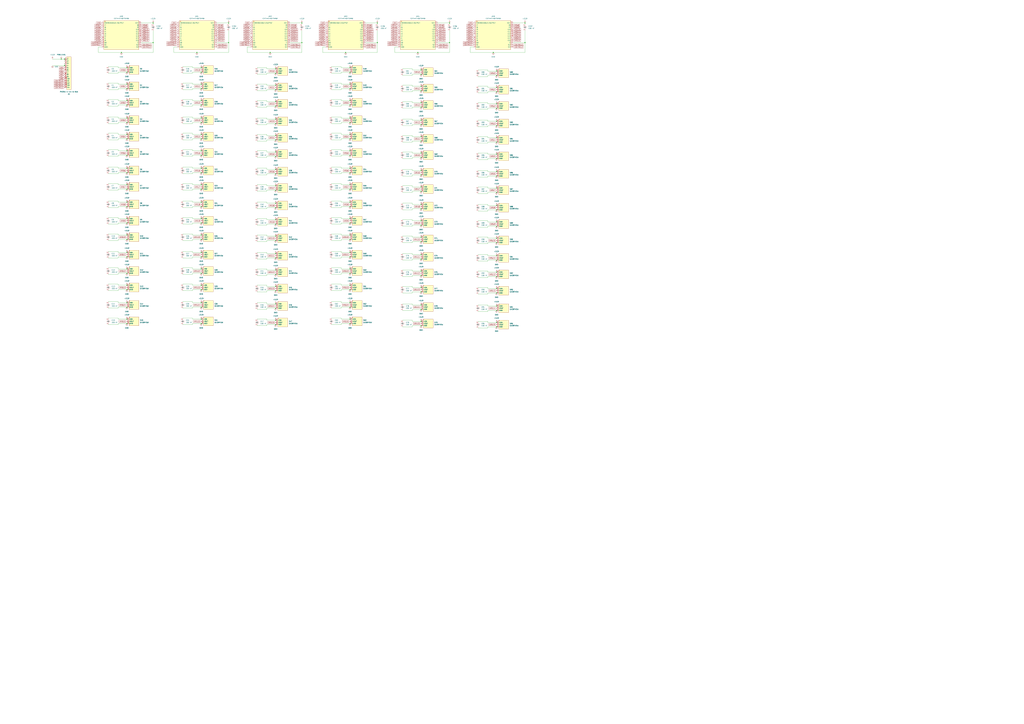
<source format=kicad_sch>
(kicad_sch (version 20231120) (generator "eeschema") (generator_version "8.0")
  (paper "A0")
  (junction (at 147.32 156.21))
  (junction (at 233.68 142.24))
  (junction (at 350.52 49.53))
  (junction (at 488.95 119.38))
  (junction (at 147.32 240.03))
  (junction (at 406.4 312.42))
  (junction (at 406.4 293.37))
  (junction (at 406.4 121.92))
  (junction (at 488.95 105.41))
  (junction (at 406.4 142.24))
  (junction (at 576.58 223.52))
  (junction (at 147.32 97.79))
  (junction (at 147.32 83.82))
  (junction (at 576.58 146.05))
  (junction (at 576.58 160.02))
  (junction (at 147.32 298.45))
  (junction (at 488.95 203.2))
  (junction (at 576.58 218.44))
  (junction (at 233.68 331.47))
  (junction (at 576.58 82.55))
  (junction (at 488.95 237.49))
  (junction (at 320.04 294.64))
  (junction (at 320.04 372.11))
  (junction (at 233.68 156.21))
  (junction (at 320.04 236.22))
  (junction (at 320.04 196.85))
  (junction (at 401.32 60.96))
  (junction (at 147.32 180.34))
  (junction (at 147.32 175.26))
  (junction (at 140.97 60.96))
  (junction (at 233.68 161.29))
  (junction (at 320.04 157.48))
  (junction (at 233.68 259.08))
  (junction (at 609.6 26.67))
  (junction (at 350.52 26.67))
  (junction (at 228.6 60.96))
  (junction (at 233.68 214.63))
  (junction (at 488.95 320.04))
  (junction (at 488.95 86.36))
  (junction (at 147.32 375.92))
  (junction (at 233.68 121.92))
  (junction (at 576.58 281.94))
  (junction (at 576.58 125.73))
  (junction (at 576.58 243.84))
  (junction (at 147.32 336.55))
  (junction (at 488.95 81.28))
  (junction (at 576.58 374.65))
  (junction (at 576.58 297.18))
  (junction (at 406.4 102.87))
  (junction (at 406.4 219.71))
  (junction (at 74.93 76.2))
  (junction (at 485.14 60.96))
  (junction (at 320.04 99.06))
  (junction (at 576.58 179.07))
  (junction (at 147.32 356.87))
  (junction (at 488.95 256.54))
  (junction (at 406.4 375.92))
  (junction (at 147.32 78.74))
  (junction (at 488.95 261.62))
  (junction (at 320.04 176.53))
  (junction (at 147.32 200.66))
  (junction (at 488.95 295.91))
  (junction (at 74.93 68.58))
  (junction (at 147.32 370.84))
  (junction (at 147.32 273.05))
  (junction (at 233.68 336.55))
  (junction (at 406.4 97.79))
  (junction (at 233.68 175.26))
  (junction (at 147.32 142.24))
  (junction (at 576.58 379.73))
  (junction (at 488.95 222.25))
  (junction (at 488.95 280.67))
  (junction (at 406.4 234.95))
  (junction (at 320.04 279.4))
  (junction (at 320.04 220.98))
  (junction (at 233.68 102.87))
  (junction (at 488.95 242.57))
  (junction (at 488.95 139.7))
  (junction (at 147.32 219.71))
  (junction (at 233.68 370.84))
  (junction (at 233.68 351.79))
  (junction (at 233.68 83.82))
  (junction (at 233.68 78.74))
  (junction (at 488.95 177.8))
  (junction (at 406.4 240.03))
  (junction (at 406.4 200.66))
  (junction (at 521.97 49.53))
  (junction (at 233.68 116.84))
  (junction (at 488.95 182.88))
  (junction (at 488.95 217.17))
  (junction (at 320.04 181.61))
  (junction (at 488.95 158.75))
  (junction (at 406.4 180.34))
  (junction (at 320.04 255.27))
  (junction (at 609.6 49.53))
  (junction (at 147.32 195.58))
  (junction (at 320.04 299.72))
  (junction (at 233.68 137.16))
  (junction (at 488.95 339.09))
  (junction (at 406.4 370.84))
  (junction (at 488.95 163.83))
  (junction (at 576.58 87.63))
  (junction (at 406.4 83.82))
  (junction (at 177.8 49.53))
  (junction (at 147.32 254))
  (junction (at 233.68 254))
  (junction (at 576.58 276.86))
  (junction (at 320.04 162.56))
  (junction (at 406.4 259.08))
  (junction (at 406.4 336.55))
  (junction (at 233.68 180.34))
  (junction (at 320.04 260.35))
  (junction (at 147.32 234.95))
  (junction (at 406.4 356.87))
  (junction (at 572.77 60.96))
  (junction (at 576.58 340.36))
  (junction (at 233.68 219.71))
  (junction (at 320.04 123.19))
  (junction (at 147.32 102.87))
  (junction (at 233.68 278.13))
  (junction (at 406.4 214.63))
  (junction (at 576.58 165.1))
  (junction (at 320.04 138.43))
  (junction (at 320.04 80.01))
  (junction (at 233.68 293.37))
  (junction (at 320.04 118.11))
  (junction (at 406.4 195.58))
  (junction (at 406.4 137.16))
  (junction (at 233.68 234.95))
  (junction (at 233.68 97.79))
  (junction (at 233.68 195.58))
  (junction (at 576.58 321.31))
  (junction (at 488.95 124.46))
  (junction (at 438.15 26.67))
  (junction (at 320.04 215.9))
  (junction (at 406.4 156.21))
  (junction (at 438.15 49.53))
  (junction (at 576.58 360.68))
  (junction (at 406.4 351.79))
  (junction (at 488.95 359.41))
  (junction (at 147.32 293.37))
  (junction (at 233.68 200.66))
  (junction (at 233.68 317.5))
  (junction (at 576.58 355.6))
  (junction (at 406.4 161.29))
  (junction (at 576.58 302.26))
  (junction (at 488.95 100.33))
  (junction (at 406.4 331.47))
  (junction (at 265.43 26.67))
  (junction (at 576.58 101.6))
  (junction (at 406.4 116.84))
  (junction (at 488.95 354.33))
  (junction (at 320.04 241.3))
  (junction (at 488.95 378.46))
  (junction (at 265.43 49.53))
  (junction (at 320.04 104.14))
  (junction (at 147.32 278.13))
  (junction (at 576.58 262.89))
  (junction (at 406.4 175.26))
  (junction (at 320.04 353.06))
  (junction (at 488.95 373.38))
  (junction (at 576.58 106.68))
  (junction (at 147.32 214.63))
  (junction (at 320.04 358.14))
  (junction (at 147.32 161.29))
  (junction (at 488.95 314.96))
  (junction (at 320.04 313.69))
  (junction (at 488.95 300.99))
  (junction (at 406.4 273.05))
  (junction (at 147.32 317.5))
  (junction (at 406.4 298.45))
  (junction (at 313.69 60.96))
  (junction (at 576.58 335.28))
  (junction (at 147.32 137.16))
  (junction (at 71.12 68.58))
  (junction (at 320.04 274.32))
  (junction (at 406.4 278.13))
  (junction (at 147.32 351.79))
  (junction (at 177.8 26.67))
  (junction (at 576.58 316.23))
  (junction (at 488.95 198.12))
  (junction (at 320.04 143.51))
  (junction (at 233.68 298.45))
  (junction (at 147.32 121.92))
  (junction (at 406.4 254))
  (junction (at 521.97 26.67))
  (junction (at 233.68 240.03))
  (junction (at 576.58 257.81))
  (junction (at 320.04 377.19))
  (junction (at 488.95 144.78))
  (junction (at 576.58 199.39))
  (junction (at 576.58 184.15))
  (junction (at 233.68 273.05))
  (junction (at 320.04 332.74))
  (junction (at 406.4 317.5))
  (junction (at 147.32 259.08))
  (junction (at 233.68 312.42))
  (junction (at 576.58 204.47))
  (junction (at 488.95 334.01))
  (junction (at 147.32 331.47))
  (junction (at 576.58 120.65))
  (junction (at 576.58 238.76))
  (junction (at 233.68 356.87))
  (junction (at 233.68 375.92))
  (junction (at 147.32 312.42))
  (junction (at 320.04 337.82))
  (junction (at 320.04 201.93))
  (junction (at 320.04 318.77))
  (junction (at 147.32 116.84))
  (junction (at 320.04 85.09))
  (junction (at 488.95 275.59))
  (junction (at 406.4 78.74))
  (junction (at 576.58 140.97))
  (wire (pts (xy 309.88 261.62) (xy 309.88 260.35)))
  (wire (pts (xy 298.45 116.84) (xy 309.88 116.84)))
  (wire (pts (xy 438.15 35.56) (xy 438.15 49.53)))
  (wire (pts (xy 298.45 124.46) (xy 309.88 124.46)))
  (wire (pts (xy 212.09 143.51) (xy 223.52 143.51)))
  (wire (pts (xy 223.52 293.37) (xy 233.68 293.37)))
  (wire (pts (xy 384.81 377.19) (xy 396.24 377.19)))
  (wire (pts (xy 212.09 369.57) (xy 223.52 369.57)))
  (wire (pts (xy 566.42 281.94) (xy 576.58 281.94)))
  (wire (pts (xy 298.45 144.78) (xy 309.88 144.78)))
  (wire (pts (xy 384.81 154.94) (xy 396.24 154.94)))
  (wire (pts (xy 298.45 203.2) (xy 309.88 203.2)))
  (wire (pts (xy 309.88 175.26) (xy 309.88 176.53)))
  (wire (pts (xy 287.02 54.61) (xy 287.02 60.96)))
  (wire (pts (xy 478.79 321.31) (xy 478.79 320.04)))
  (wire (pts (xy 384.81 311.15) (xy 396.24 311.15)))
  (wire (pts (xy 125.73 369.57) (xy 137.16 369.57)))
  (wire (pts (xy 298.45 242.57) (xy 309.88 242.57)))
  (wire (pts (xy 298.45 86.36) (xy 309.88 86.36)))
  (wire (pts (xy 478.79 204.47) (xy 478.79 203.2)))
  (wire (pts (xy 223.52 351.79) (xy 233.68 351.79)))
  (wire (pts (xy 137.16 312.42) (xy 147.32 312.42)))
  (wire (pts (xy 309.88 97.79) (xy 309.88 99.06)))
  (wire (pts (xy 223.52 312.42) (xy 233.68 312.42)))
  (wire (pts (xy 336.55 26.67) (xy 350.52 26.67)))
  (wire (pts (xy 485.14 60.96) (xy 521.97 60.96)))
  (wire (pts (xy 396.24 200.66) (xy 406.4 200.66)))
  (wire (pts (xy 478.79 281.94) (xy 478.79 280.67)))
  (wire (pts (xy 137.16 213.36) (xy 137.16 214.63)))
  (wire (pts (xy 223.52 273.05) (xy 233.68 273.05)))
  (wire (pts (xy 384.81 104.14) (xy 396.24 104.14)))
  (wire (pts (xy 137.16 96.52) (xy 137.16 97.79)))
  (wire (pts (xy 223.52 252.73) (xy 223.52 254)))
  (wire (pts (xy 223.52 336.55) (xy 233.68 336.55)))
  (wire (pts (xy 309.88 339.09) (xy 309.88 337.82)))
  (wire (pts (xy 137.16 97.79) (xy 147.32 97.79)))
  (wire (pts (xy 566.42 204.47) (xy 576.58 204.47)))
  (wire (pts (xy 137.16 194.31) (xy 137.16 195.58)))
  (wire (pts (xy 298.45 182.88) (xy 309.88 182.88)))
  (wire (pts (xy 384.81 85.09) (xy 396.24 85.09)))
  (wire (pts (xy 566.42 139.7) (xy 566.42 140.97)))
  (wire (pts (xy 137.16 220.98) (xy 137.16 219.71)))
  (wire (pts (xy 595.63 49.53) (xy 609.6 49.53)))
  (wire (pts (xy 309.88 294.64) (xy 320.04 294.64)))
  (wire (pts (xy 384.81 252.73) (xy 396.24 252.73)))
  (wire (pts (xy 223.52 195.58) (xy 233.68 195.58)))
  (wire (pts (xy 212.09 252.73) (xy 223.52 252.73)))
  (wire (pts (xy 223.52 83.82) (xy 233.68 83.82)))
  (wire (pts (xy 467.36 215.9) (xy 478.79 215.9)))
  (wire (pts (xy 298.45 137.16) (xy 309.88 137.16)))
  (wire (pts (xy 223.52 278.13) (xy 233.68 278.13)))
  (wire (pts (xy 212.09 299.72) (xy 223.52 299.72)))
  (wire (pts (xy 137.16 219.71) (xy 147.32 219.71)))
  (wire (pts (xy 467.36 332.74) (xy 478.79 332.74)))
  (wire (pts (xy 309.88 260.35) (xy 320.04 260.35)))
  (wire (pts (xy 566.42 147.32) (xy 566.42 146.05)))
  (wire (pts (xy 478.79 313.69) (xy 478.79 314.96)))
  (wire (pts (xy 298.45 312.42) (xy 309.88 312.42)))
  (wire (pts (xy 309.88 181.61) (xy 320.04 181.61)))
  (wire (pts (xy 212.09 194.31) (xy 223.52 194.31)))
  (wire (pts (xy 554.99 373.38) (xy 566.42 373.38)))
  (wire (pts (xy 223.52 240.03) (xy 233.68 240.03)))
  (wire (pts (xy 140.97 60.96) (xy 114.3 60.96)))
  (wire (pts (xy 566.42 127) (xy 566.42 125.73)))
  (wire (pts (xy 384.81 337.82) (xy 396.24 337.82)))
  (wire (pts (xy 478.79 300.99) (xy 488.95 300.99)))
  (wire (pts (xy 125.73 96.52) (xy 137.16 96.52)))
  (wire (pts (xy 223.52 121.92) (xy 233.68 121.92)))
  (wire (pts (xy 554.99 166.37) (xy 566.42 166.37)))
  (wire (pts (xy 309.88 236.22) (xy 320.04 236.22)))
  (wire (pts (xy 137.16 331.47) (xy 147.32 331.47)))
  (wire (pts (xy 467.36 204.47) (xy 478.79 204.47)))
  (wire (pts (xy 125.73 233.68) (xy 137.16 233.68)))
  (wire (pts (xy 566.42 334.01) (xy 566.42 335.28)))
  (wire (pts (xy 478.79 105.41) (xy 488.95 105.41)))
  (wire (pts (xy 572.77 60.96) (xy 609.6 60.96)))
  (wire (pts (xy 396.24 137.16) (xy 406.4 137.16)))
  (wire (pts (xy 212.09 358.14) (xy 223.52 358.14)))
  (wire (pts (xy 137.16 121.92) (xy 147.32 121.92)))
  (wire (pts (xy 396.24 175.26) (xy 406.4 175.26)))
  (wire (pts (xy 137.16 195.58) (xy 147.32 195.58)))
  (wire (pts (xy 384.81 162.56) (xy 396.24 162.56)))
  (wire (pts (xy 223.52 241.3) (xy 223.52 240.03)))
  (wire (pts (xy 336.55 49.53) (xy 350.52 49.53)))
  (wire (pts (xy 566.42 316.23) (xy 576.58 316.23)))
  (wire (pts (xy 350.52 27.94) (xy 350.52 26.67)))
  (wire (pts (xy 554.99 256.54) (xy 566.42 256.54)))
  (wire (pts (xy 125.73 201.93) (xy 137.16 201.93)))
  (wire (pts (xy 223.52 292.1) (xy 223.52 293.37)))
  (wire (pts (xy 309.88 196.85) (xy 320.04 196.85)))
  (wire (pts (xy 298.45 359.41) (xy 309.88 359.41)))
  (wire (pts (xy 566.42 354.33) (xy 566.42 355.6)))
  (wire (pts (xy 462.28 54.61) (xy 458.47 54.61)))
  (wire (pts (xy 212.09 318.77) (xy 223.52 318.77)))
  (wire (pts (xy 125.73 252.73) (xy 137.16 252.73)))
  (wire (pts (xy 554.99 217.17) (xy 566.42 217.17)))
  (wire (pts (xy 309.88 80.01) (xy 320.04 80.01)))
  (wire (pts (xy 137.16 175.26) (xy 147.32 175.26)))
  (wire (pts (xy 478.79 81.28) (xy 488.95 81.28)))
  (wire (pts (xy 125.73 162.56) (xy 137.16 162.56)))
  (wire (pts (xy 223.52 234.95) (xy 233.68 234.95)))
  (wire (pts (xy 566.42 237.49) (xy 566.42 238.76)))
  (wire (pts (xy 478.79 86.36) (xy 488.95 86.36)))
  (wire (pts (xy 137.16 181.61) (xy 137.16 180.34)))
  (wire (pts (xy 396.24 77.47) (xy 396.24 78.74)))
  (wire (pts (xy 223.52 317.5) (xy 233.68 317.5)))
  (wire (pts (xy 125.73 123.19) (xy 137.16 123.19)))
  (wire (pts (xy 521.97 27.94) (xy 521.97 26.67)))
  (wire (pts (xy 554.99 322.58) (xy 566.42 322.58)))
  (wire (pts (xy 125.73 318.77) (xy 137.16 318.77)))
  (wire (pts (xy 137.16 259.08) (xy 147.32 259.08)))
  (wire (pts (xy 114.3 54.61) (xy 114.3 60.96)))
  (wire (pts (xy 137.16 279.4) (xy 137.16 278.13)))
  (wire (pts (xy 554.99 314.96) (xy 566.42 314.96)))
  (wire (pts (xy 478.79 243.84) (xy 478.79 242.57)))
  (wire (pts (xy 212.09 241.3) (xy 223.52 241.3)))
  (wire (pts (xy 546.1 54.61) (xy 546.1 60.96)))
  (wire (pts (xy 223.52 233.68) (xy 223.52 234.95)))
  (wire (pts (xy 223.52 123.19) (xy 223.52 121.92)))
  (wire (pts (xy 396.24 260.35) (xy 396.24 259.08)))
  (wire (pts (xy 554.99 158.75) (xy 566.42 158.75)))
  (wire (pts (xy 223.52 318.77) (xy 223.52 317.5)))
  (wire (pts (xy 298.45 97.79) (xy 309.88 97.79)))
  (wire (pts (xy 467.36 118.11) (xy 478.79 118.11)))
  (wire (pts (xy 554.99 245.11) (xy 566.42 245.11)))
  (wire (pts (xy 309.88 78.74) (xy 309.88 80.01)))
  (wire (pts (xy 298.45 222.25) (xy 309.88 222.25)))
  (wire (pts (xy 223.52 180.34) (xy 233.68 180.34)))
  (wire (pts (xy 212.09 330.2) (xy 223.52 330.2)))
  (wire (pts (xy 309.88 293.37) (xy 309.88 294.64)))
  (wire (pts (xy 125.73 292.1) (xy 137.16 292.1)))
  (wire (pts (xy 478.79 261.62) (xy 488.95 261.62)))
  (wire (pts (xy 396.24 195.58) (xy 406.4 195.58)))
  (wire (pts (xy 137.16 299.72) (xy 137.16 298.45)))
  (wire (pts (xy 396.24 156.21) (xy 406.4 156.21)))
  (wire (pts (xy 251.46 49.53) (xy 265.43 49.53)))
  (wire (pts (xy 309.88 359.41) (xy 309.88 358.14)))
  (wire (pts (xy 298.45 280.67) (xy 309.88 280.67)))
  (wire (pts (xy 125.73 358.14) (xy 137.16 358.14)))
  (wire (pts (xy 137.16 240.03) (xy 147.32 240.03)))
  (wire (pts (xy 309.88 144.78) (xy 309.88 143.51)))
  (wire (pts (xy 566.42 321.31) (xy 576.58 321.31)))
  (wire (pts (xy 396.24 201.93) (xy 396.24 200.66)))
  (wire (pts (xy 309.88 255.27) (xy 320.04 255.27)))
  (wire (pts (xy 223.52 254) (xy 233.68 254)))
  (wire (pts (xy 566.42 198.12) (xy 566.42 199.39)))
  (wire (pts (xy 566.42 88.9) (xy 566.42 87.63)))
  (wire (pts (xy 396.24 337.82) (xy 396.24 336.55)))
  (wire (pts (xy 384.81 299.72) (xy 396.24 299.72)))
  (wire (pts (xy 137.16 214.63) (xy 147.32 214.63)))
  (wire (pts (xy 309.88 86.36) (xy 309.88 85.09)))
  (wire (pts (xy 396.24 173.99) (xy 396.24 175.26)))
  (wire (pts (xy 554.99 224.79) (xy 566.42 224.79)))
  (wire (pts (xy 396.24 271.78) (xy 396.24 273.05)))
  (wire (pts (xy 478.79 302.26) (xy 478.79 300.99)))
  (wire (pts (xy 223.52 104.14) (xy 223.52 102.87)))
  (wire (pts (xy 396.24 181.61) (xy 396.24 180.34)))
  (wire (pts (xy 125.73 115.57) (xy 137.16 115.57)))
  (wire (pts (xy 223.52 259.08) (xy 233.68 259.08)))
  (wire (pts (xy 396.24 135.89) (xy 396.24 137.16)))
  (wire (pts (xy 554.99 139.7) (xy 566.42 139.7)))
  (wire (pts (xy 212.09 337.82) (xy 223.52 337.82)))
  (wire (pts (xy 350.52 49.53) (xy 350.52 60.96)))
  (wire (pts (xy 309.88 105.41) (xy 309.88 104.14)))
  (wire (pts (xy 467.36 165.1) (xy 478.79 165.1)))
  (wire (pts (xy 467.36 99.06) (xy 478.79 99.06)))
  (wire (pts (xy 298.45 78.74) (xy 309.88 78.74)))
  (wire (pts (xy 125.73 220.98) (xy 137.16 220.98)))
  (wire (pts (xy 125.73 337.82) (xy 137.16 337.82)))
  (wire (pts (xy 478.79 119.38) (xy 488.95 119.38)))
  (wire (pts (xy 223.52 377.19) (xy 223.52 375.92)))
  (wire (pts (xy 424.18 49.53) (xy 438.15 49.53)))
  (wire (pts (xy 554.99 295.91) (xy 566.42 295.91)))
  (wire (pts (xy 223.52 78.74) (xy 233.68 78.74)))
  (wire (pts (xy 478.79 353.06) (xy 478.79 354.33)))
  (wire (pts (xy 223.52 194.31) (xy 223.52 195.58)))
  (wire (pts (xy 396.24 115.57) (xy 396.24 116.84)))
  (wire (pts (xy 309.88 104.14) (xy 320.04 104.14)))
  (wire (pts (xy 478.79 373.38) (xy 488.95 373.38)))
  (wire (pts (xy 125.73 271.78) (xy 137.16 271.78)))
  (wire (pts (xy 554.99 107.95) (xy 566.42 107.95)))
  (wire (pts (xy 478.79 146.05) (xy 478.79 144.78)))
  (wire (pts (xy 177.8 49.53) (xy 177.8 60.96)))
  (wire (pts (xy 566.42 146.05) (xy 576.58 146.05)))
  (wire (pts (xy 554.99 147.32) (xy 566.42 147.32)))
  (wire (pts (xy 572.77 60.96) (xy 546.1 60.96)))
  (wire (pts (xy 566.42 87.63) (xy 576.58 87.63)))
  (wire (pts (xy 396.24 351.79) (xy 406.4 351.79)))
  (wire (pts (xy 137.16 271.78) (xy 137.16 273.05)))
  (wire (pts (xy 298.45 214.63) (xy 309.88 214.63)))
  (wire (pts (xy 378.46 54.61) (xy 374.65 54.61)))
  (wire (pts (xy 478.79 184.15) (xy 478.79 182.88)))
  (wire (pts (xy 137.16 77.47) (xy 137.16 78.74)))
  (wire (pts (xy 201.93 54.61) (xy 201.93 60.96)))
  (wire (pts (xy 467.36 353.06) (xy 478.79 353.06)))
  (wire (pts (xy 163.83 49.53) (xy 177.8 49.53)))
  (wire (pts (xy 212.09 104.14) (xy 223.52 104.14)))
  (wire (pts (xy 212.09 271.78) (xy 223.52 271.78)))
  (wire (pts (xy 396.24 102.87) (xy 406.4 102.87)))
  (wire (pts (xy 396.24 273.05) (xy 406.4 273.05)))
  (wire (pts (xy 125.73 213.36) (xy 137.16 213.36)))
  (wire (pts (xy 554.99 127) (xy 566.42 127)))
  (wire (pts (xy 350.52 35.56) (xy 350.52 49.53)))
  (wire (pts (xy 163.83 26.67) (xy 177.8 26.67)))
  (wire (pts (xy 521.97 49.53) (xy 521.97 60.96)))
  (wire (pts (xy 309.88 137.16) (xy 309.88 138.43)))
  (wire (pts (xy 554.99 341.63) (xy 566.42 341.63)))
  (wire (pts (xy 566.42 218.44) (xy 576.58 218.44)))
  (wire (pts (xy 212.09 279.4) (xy 223.52 279.4)))
  (wire (pts (xy 478.79 87.63) (xy 478.79 86.36)))
  (wire (pts (xy 125.73 194.31) (xy 137.16 194.31)))
  (wire (pts (xy 298.45 254) (xy 309.88 254)))
  (wire (pts (xy 137.16 135.89) (xy 137.16 137.16)))
  (wire (pts (xy 137.16 180.34) (xy 147.32 180.34)))
  (wire (pts (xy 566.42 185.42) (xy 566.42 184.15)))
  (wire (pts (xy 137.16 260.35) (xy 137.16 259.08)))
  (wire (pts (xy 309.88 241.3) (xy 320.04 241.3)))
  (wire (pts (xy 137.16 336.55) (xy 147.32 336.55)))
  (wire (pts (xy 309.88 157.48) (xy 320.04 157.48)))
  (wire (pts (xy 228.6 60.96) (xy 201.93 60.96)))
  (wire (pts (xy 298.45 195.58) (xy 309.88 195.58)))
  (wire (pts (xy 396.24 121.92) (xy 406.4 121.92)))
  (wire (pts (xy 396.24 194.31) (xy 396.24 195.58)))
  (wire (pts (xy 125.73 135.89) (xy 137.16 135.89)))
  (wire (pts (xy 60.96 68.58) (xy 71.12 68.58)))
  (wire (pts (xy 223.52 214.63) (xy 233.68 214.63)))
  (wire (pts (xy 478.79 217.17) (xy 488.95 217.17)))
  (wire (pts (xy 396.24 241.3) (xy 396.24 240.03)))
  (wire (pts (xy 566.42 374.65) (xy 576.58 374.65)))
  (wire (pts (xy 396.24 292.1) (xy 396.24 293.37)))
  (wire (pts (xy 396.24 331.47) (xy 406.4 331.47)))
  (wire (pts (xy 137.16 293.37) (xy 147.32 293.37)))
  (wire (pts (xy 566.42 82.55) (xy 576.58 82.55)))
  (wire (pts (xy 137.16 298.45) (xy 147.32 298.45)))
  (wire (pts (xy 396.24 85.09) (xy 396.24 83.82)))
  (wire (pts (xy 478.79 294.64) (xy 478.79 295.91)))
  (wire (pts (xy 478.79 157.48) (xy 478.79 158.75)))
  (wire (pts (xy 566.42 245.11) (xy 566.42 243.84)))
  (wire (pts (xy 223.52 213.36) (xy 223.52 214.63)))
  (wire (pts (xy 384.81 241.3) (xy 396.24 241.3)))
  (wire (pts (xy 566.42 335.28) (xy 576.58 335.28)))
  (wire (pts (xy 478.79 223.52) (xy 478.79 222.25)))
  (wire (pts (xy 566.42 165.1) (xy 576.58 165.1)))
  (wire (pts (xy 137.16 356.87) (xy 147.32 356.87)))
  (wire (pts (xy 125.73 181.61) (xy 137.16 181.61)))
  (wire (pts (xy 478.79 262.89) (xy 478.79 261.62)))
  (wire (pts (xy 223.52 331.47) (xy 233.68 331.47)))
  (wire (pts (xy 566.42 295.91) (xy 566.42 297.18)))
  (wire (pts (xy 566.42 379.73) (xy 576.58 379.73)))
  (wire (pts (xy 478.79 177.8) (xy 488.95 177.8)))
  (wire (pts (xy 290.83 54.61) (xy 287.02 54.61)))
  (wire (pts (xy 566.42 303.53) (xy 566.42 302.26)))
  (wire (pts (xy 125.73 143.51) (xy 137.16 143.51)))
  (wire (pts (xy 609.6 49.53) (xy 609.6 60.96)))
  (wire (pts (xy 212.09 173.99) (xy 223.52 173.99)))
  (wire (pts (xy 478.79 378.46) (xy 488.95 378.46)))
  (wire (pts (xy 309.88 143.51) (xy 320.04 143.51)))
  (wire (pts (xy 467.36 340.36) (xy 478.79 340.36)))
  (wire (pts (xy 478.79 359.41) (xy 488.95 359.41)))
  (wire (pts (xy 309.88 378.46) (xy 309.88 377.19)))
  (wire (pts (xy 137.16 233.68) (xy 137.16 234.95)))
  (wire (pts (xy 125.73 299.72) (xy 137.16 299.72)))
  (wire (pts (xy 223.52 154.94) (xy 223.52 156.21)))
  (wire (pts (xy 478.79 215.9) (xy 478.79 217.17)))
  (wire (pts (xy 401.32 60.96) (xy 438.15 60.96)))
  (wire (pts (xy 566.42 361.95) (xy 566.42 360.68)))
  (wire (pts (xy 396.24 104.14) (xy 396.24 102.87)))
  (wire (pts (xy 177.8 35.56) (xy 177.8 49.53)))
  (wire (pts (xy 125.73 330.2) (xy 137.16 330.2)))
  (wire (pts (xy 298.45 175.26) (xy 309.88 175.26)))
  (wire (pts (xy 566.42 373.38) (xy 566.42 374.65)))
  (wire (pts (xy 309.88 163.83) (xy 309.88 162.56)))
  (wire (pts (xy 298.45 156.21) (xy 309.88 156.21)))
  (wire (pts (xy 478.79 222.25) (xy 488.95 222.25)))
  (wire (pts (xy 223.52 162.56) (xy 223.52 161.29)))
  (wire (pts (xy 223.52 299.72) (xy 223.52 298.45)))
  (wire (pts (xy 384.81 173.99) (xy 396.24 173.99)))
  (wire (pts (xy 309.88 176.53) (xy 320.04 176.53)))
  (wire (pts (xy 478.79 138.43) (xy 478.79 139.7)))
  (wire (pts (xy 309.88 332.74) (xy 320.04 332.74)))
  (wire (pts (xy 566.42 355.6) (xy 576.58 355.6)))
  (wire (pts (xy 125.73 377.19) (xy 137.16 377.19)))
  (wire (pts (xy 309.88 195.58) (xy 309.88 196.85)))
  (wire (pts (xy 298.45 339.09) (xy 309.88 339.09)))
  (wire (pts (xy 223.52 96.52) (xy 223.52 97.79)))
  (wire (pts (xy 566.42 314.96) (xy 566.42 316.23)))
  (wire (pts (xy 137.16 143.51) (xy 137.16 142.24)))
  (wire (pts (xy 467.36 274.32) (xy 478.79 274.32)))
  (wire (pts (xy 384.81 350.52) (xy 396.24 350.52)))
  (wire (pts (xy 137.16 156.21) (xy 147.32 156.21)))
  (wire (pts (xy 298.45 378.46) (xy 309.88 378.46)))
  (wire (pts (xy 265.43 35.56) (xy 265.43 49.53)))
  (wire (pts (xy 566.42 125.73) (xy 576.58 125.73)))
  (wire (pts (xy 309.88 318.77) (xy 320.04 318.77)))
  (wire (pts (xy 223.52 143.51) (xy 223.52 142.24)))
  (wire (pts (xy 384.81 271.78) (xy 396.24 271.78)))
  (wire (pts (xy 309.88 313.69) (xy 320.04 313.69)))
  (wire (pts (xy 554.99 100.33) (xy 566.42 100.33)))
  (wire (pts (xy 396.24 240.03) (xy 406.4 240.03)))
  (wire (pts (xy 298.45 273.05) (xy 309.88 273.05)))
  (wire (pts (xy 137.16 273.05) (xy 147.32 273.05)))
  (wire (pts (xy 566.42 256.54) (xy 566.42 257.81)))
  (wire (pts (xy 298.45 261.62) (xy 309.88 261.62)))
  (wire (pts (xy 566.42 322.58) (xy 566.42 321.31)))
  (wire (pts (xy 223.52 279.4) (xy 223.52 278.13)))
  (wire (pts (xy 309.88 220.98) (xy 320.04 220.98)))
  (wire (pts (xy 467.36 360.68) (xy 478.79 360.68)))
  (wire (pts (xy 309.88 337.82) (xy 320.04 337.82)))
  (wire (pts (xy 554.99 264.16) (xy 566.42 264.16)))
  (wire (pts (xy 396.24 293.37) (xy 406.4 293.37)))
  (wire (pts (xy 566.42 120.65) (xy 576.58 120.65)))
  (wire (pts (xy 396.24 375.92) (xy 406.4 375.92)))
  (wire (pts (xy 478.79 339.09) (xy 488.95 339.09)))
  (wire (pts (xy 137.16 351.79) (xy 147.32 351.79)))
  (wire (pts (xy 137.16 330.2) (xy 137.16 331.47)))
  (wire (pts (xy 485.14 60.96) (xy 458.47 60.96)))
  (wire (pts (xy 223.52 116.84) (xy 233.68 116.84)))
  (wire (pts (xy 223.52 370.84) (xy 233.68 370.84)))
  (wire (pts (xy 478.79 163.83) (xy 488.95 163.83)))
  (wire (pts (xy 467.36 184.15) (xy 478.79 184.15)))
  (wire (pts (xy 137.16 350.52) (xy 137.16 351.79)))
  (wire (pts (xy 137.16 375.92) (xy 147.32 375.92)))
  (wire (pts (xy 118.11 54.61) (xy 114.3 54.61)))
  (wire (pts (xy 137.16 102.87) (xy 147.32 102.87)))
  (wire (pts (xy 137.16 370.84) (xy 147.32 370.84)))
  (wire (pts (xy 566.42 101.6) (xy 576.58 101.6)))
  (wire (pts (xy 223.52 201.93) (xy 223.52 200.66)))
  (wire (pts (xy 566.42 100.33) (xy 566.42 101.6)))
  (wire (pts (xy 467.36 313.69) (xy 478.79 313.69)))
  (wire (pts (xy 309.88 372.11) (xy 320.04 372.11)))
  (wire (pts (xy 467.36 262.89) (xy 478.79 262.89)))
  (wire (pts (xy 566.42 119.38) (xy 566.42 120.65)))
  (wire (pts (xy 309.88 118.11) (xy 320.04 118.11)))
  (wire (pts (xy 384.81 77.47) (xy 396.24 77.47)))
  (wire (pts (xy 396.24 220.98) (xy 396.24 219.71)))
  (wire (pts (xy 396.24 278.13) (xy 406.4 278.13)))
  (wire (pts (xy 566.42 107.95) (xy 566.42 106.68)))
  (wire (pts (xy 595.63 26.67) (xy 609.6 26.67)))
  (wire (pts (xy 396.24 142.24) (xy 406.4 142.24)))
  (wire (pts (xy 309.88 85.09) (xy 320.04 85.09)))
  (wire (pts (xy 137.16 200.66) (xy 147.32 200.66)))
  (wire (pts (xy 478.79 379.73) (xy 478.79 378.46)))
  (wire (pts (xy 205.74 54.61) (xy 201.93 54.61)))
  (wire (pts (xy 396.24 358.14) (xy 396.24 356.87)))
  (wire (pts (xy 212.09 220.98) (xy 223.52 220.98)))
  (wire (pts (xy 309.88 320.04) (xy 309.88 318.77)))
  (wire (pts (xy 396.24 252.73) (xy 396.24 254)))
  (wire (pts (xy 384.81 279.4) (xy 396.24 279.4)))
  (wire (pts (xy 74.93 73.66) (xy 74.93 76.2)))
  (wire (pts (xy 223.52 77.47) (xy 223.52 78.74)))
  (wire (pts (xy 554.99 119.38) (xy 566.42 119.38)))
  (wire (pts (xy 309.88 358.14) (xy 320.04 358.14)))
  (wire (pts (xy 467.36 294.64) (xy 478.79 294.64)))
  (wire (pts (xy 566.42 243.84) (xy 576.58 243.84)))
  (wire (pts (xy 298.45 300.99) (xy 309.88 300.99)))
  (wire (pts (xy 309.88 203.2) (xy 309.88 201.93)))
  (wire (pts (xy 309.88 182.88) (xy 309.88 181.61)))
  (wire (pts (xy 478.79 242.57) (xy 488.95 242.57)))
  (wire (pts (xy 478.79 144.78) (xy 488.95 144.78)))
  (wire (pts (xy 508 26.67) (xy 521.97 26.67)))
  (wire (pts (xy 478.79 99.06) (xy 478.79 100.33)))
  (wire (pts (xy 177.8 27.94) (xy 177.8 26.67)))
  (wire (pts (xy 384.81 220.98) (xy 396.24 220.98)))
  (wire (pts (xy 309.88 351.79) (xy 309.88 353.06)))
  (wire (pts (xy 137.16 104.14) (xy 137.16 102.87)))
  (wire (pts (xy 467.36 302.26) (xy 478.79 302.26)))
  (wire (pts (xy 212.09 135.89) (xy 223.52 135.89)))
  (wire (pts (xy 212.09 350.52) (xy 223.52 350.52)))
  (wire (pts (xy 478.79 354.33) (xy 488.95 354.33)))
  (wire (pts (xy 566.42 257.81) (xy 576.58 257.81)))
  (wire (pts (xy 298.45 320.04) (xy 309.88 320.04)))
  (wire (pts (xy 478.79 100.33) (xy 488.95 100.33)))
  (wire (pts (xy 212.09 85.09) (xy 223.52 85.09)))
  (wire (pts (xy 309.88 214.63) (xy 309.88 215.9)))
  (wire (pts (xy 309.88 201.93) (xy 320.04 201.93)))
  (wire (pts (xy 478.79 334.01) (xy 488.95 334.01)))
  (wire (pts (xy 223.52 337.82) (xy 223.52 336.55)))
  (wire (pts (xy 309.88 274.32) (xy 320.04 274.32)))
  (wire (pts (xy 554.99 198.12) (xy 566.42 198.12)))
  (wire (pts (xy 309.88 279.4) (xy 320.04 279.4)))
  (wire (pts (xy 137.16 234.95) (xy 147.32 234.95)))
  (wire (pts (xy 438.15 49.53) (xy 438.15 60.96)))
  (wire (pts (xy 212.09 233.68) (xy 223.52 233.68)))
  (wire (pts (xy 212.09 115.57) (xy 223.52 115.57)))
  (wire (pts (xy 212.09 96.52) (xy 223.52 96.52)))
  (wire (pts (xy 125.73 260.35) (xy 137.16 260.35)))
  (wire (pts (xy 478.79 118.11) (xy 478.79 119.38)))
  (wire (pts (xy 309.88 99.06) (xy 320.04 99.06)))
  (wire (pts (xy 478.79 360.68) (xy 478.79 359.41)))
  (wire (pts (xy 478.79 196.85) (xy 478.79 198.12)))
  (wire (pts (xy 396.24 370.84) (xy 406.4 370.84)))
  (wire (pts (xy 137.16 161.29) (xy 147.32 161.29)))
  (wire (pts (xy 223.52 102.87) (xy 233.68 102.87)))
  (wire (pts (xy 374.65 54.61) (xy 374.65 60.96)))
  (wire (pts (xy 223.52 97.79) (xy 233.68 97.79)))
  (wire (pts (xy 401.32 60.96) (xy 374.65 60.96)))
  (wire (pts (xy 566.42 223.52) (xy 576.58 223.52)))
  (wire (pts (xy 478.79 106.68) (xy 478.79 105.41)))
  (wire (pts (xy 223.52 260.35) (xy 223.52 259.08)))
  (wire (pts (xy 384.81 194.31) (xy 396.24 194.31)))
  (wire (pts (xy 212.09 260.35) (xy 223.52 260.35)))
  (wire (pts (xy 137.16 318.77) (xy 137.16 317.5)))
  (wire (pts (xy 265.43 27.94) (xy 265.43 26.67)))
  (wire (pts (xy 478.79 237.49) (xy 488.95 237.49)))
  (wire (pts (xy 309.88 138.43) (xy 320.04 138.43)))
  (wire (pts (xy 554.99 81.28) (xy 566.42 81.28)))
  (wire (pts (xy 554.99 334.01) (xy 566.42 334.01)))
  (wire (pts (xy 137.16 85.09) (xy 137.16 83.82)))
  (wire (pts (xy 396.24 162.56) (xy 396.24 161.29)))
  (wire (pts (xy 554.99 177.8) (xy 566.42 177.8)))
  (wire (pts (xy 396.24 299.72) (xy 396.24 298.45)))
  (wire (pts (xy 396.24 298.45) (xy 406.4 298.45)))
  (wire (pts (xy 478.79 158.75) (xy 488.95 158.75)))
  (wire (pts (xy 125.73 350.52) (xy 137.16 350.52)))
  (wire (pts (xy 467.36 106.68) (xy 478.79 106.68)))
  (wire (pts (xy 298.45 105.41) (xy 309.88 105.41)))
  (wire (pts (xy 223.52 358.14) (xy 223.52 356.87)))
  (wire (pts (xy 309.88 353.06) (xy 320.04 353.06)))
  (wire (pts (xy 298.45 351.79) (xy 309.88 351.79)))
  (wire (pts (xy 566.42 360.68) (xy 576.58 360.68)))
  (wire (pts (xy 478.79 320.04) (xy 488.95 320.04)))
  (wire (pts (xy 309.88 234.95) (xy 309.88 236.22)))
  (wire (pts (xy 298.45 331.47) (xy 309.88 331.47)))
  (wire (pts (xy 309.88 124.46) (xy 309.88 123.19)))
  (wire (pts (xy 137.16 252.73) (xy 137.16 254)))
  (wire (pts (xy 137.16 173.99) (xy 137.16 175.26)))
  (wire (pts (xy 212.09 181.61) (xy 223.52 181.61)))
  (wire (pts (xy 223.52 137.16) (xy 233.68 137.16)))
  (wire (pts (xy 212.09 292.1) (xy 223.52 292.1)))
  (wire (pts (xy 384.81 213.36) (xy 396.24 213.36)))
  (wire (pts (xy 478.79 314.96) (xy 488.95 314.96)))
  (wire (pts (xy 223.52 311.15) (xy 223.52 312.42)))
  (wire (pts (xy 396.24 369.57) (xy 396.24 370.84)))
  (wire (pts (xy 478.79 295.91) (xy 488.95 295.91)))
  (wire (pts (xy 467.36 146.05) (xy 478.79 146.05)))
  (wire (pts (xy 313.69 60.96) (xy 287.02 60.96)))
  (wire (pts (xy 467.36 255.27) (xy 478.79 255.27)))
  (wire (pts (xy 212.09 311.15) (xy 223.52 311.15)))
  (wire (pts (xy 384.81 143.51) (xy 396.24 143.51)))
  (wire (pts (xy 223.52 173.99) (xy 223.52 175.26)))
  (wire (pts (xy 223.52 271.78) (xy 223.52 273.05)))
  (wire (pts (xy 396.24 123.19) (xy 396.24 121.92)))
  (wire (pts (xy 212.09 201.93) (xy 223.52 201.93)))
  (wire (pts (xy 566.42 199.39) (xy 576.58 199.39)))
  (wire (pts (xy 212.09 213.36) (xy 223.52 213.36)))
  (wire (pts (xy 478.79 372.11) (xy 478.79 373.38)))
  (wire (pts (xy 467.36 321.31) (xy 478.79 321.31)))
  (wire (pts (xy 223.52 142.24) (xy 233.68 142.24)))
  (wire (pts (xy 467.36 196.85) (xy 478.79 196.85)))
  (wire (pts (xy 566.42 166.37) (xy 566.42 165.1)))
  (wire (pts (xy 137.16 241.3) (xy 137.16 240.03)))
  (wire (pts (xy 384.81 292.1) (xy 396.24 292.1)))
  (wire (pts (xy 309.88 222.25) (xy 309.88 220.98)))
  (wire (pts (xy 554.99 237.49) (xy 566.42 237.49)))
  (wire (pts (xy 478.79 236.22) (xy 478.79 237.49)))
  (wire (pts (xy 223.52 356.87) (xy 233.68 356.87)))
  (wire (pts (xy 478.79 332.74) (xy 478.79 334.01)))
  (wire (pts (xy 137.16 115.57) (xy 137.16 116.84)))
  (wire (pts (xy 467.36 243.84) (xy 478.79 243.84)))
  (wire (pts (xy 396.24 180.34) (xy 406.4 180.34)))
  (wire (pts (xy 396.24 279.4) (xy 396.24 278.13)))
  (wire (pts (xy 125.73 311.15) (xy 137.16 311.15)))
  (wire (pts (xy 137.16 369.57) (xy 137.16 370.84)))
  (wire (pts (xy 396.24 161.29) (xy 406.4 161.29)))
  (wire (pts (xy 521.97 35.56) (xy 521.97 49.53)))
  (wire (pts (xy 554.99 381) (xy 566.42 381)))
  (wire (pts (xy 137.16 292.1) (xy 137.16 293.37)))
  (wire (pts (xy 554.99 88.9) (xy 566.42 88.9)))
  (wire (pts (xy 223.52 298.45) (xy 233.68 298.45)))
  (wire (pts (xy 309.88 370.84) (xy 309.88 372.11)))
  (wire (pts (xy 384.81 181.61) (xy 396.24 181.61)))
  (wire (pts (xy 137.16 123.19) (xy 137.16 121.92)))
  (wire (pts (xy 384.81 201.93) (xy 396.24 201.93)))
  (wire (pts (xy 212.09 377.19) (xy 223.52 377.19)))
  (wire (pts (xy 384.81 115.57) (xy 396.24 115.57)))
  (wire (pts (xy 60.96 76.2) (xy 74.93 76.2)))
  (wire (pts (xy 396.24 377.19) (xy 396.24 375.92)))
  (wire (pts (xy 137.16 78.74) (xy 147.32 78.74)))
  (wire (pts (xy 396.24 116.84) (xy 406.4 116.84)))
  (wire (pts (xy 313.69 60.96) (xy 350.52 60.96)))
  (wire (pts (xy 508 49.53) (xy 521.97 49.53)))
  (wire (pts (xy 137.16 311.15) (xy 137.16 312.42)))
  (wire (pts (xy 396.24 143.51) (xy 396.24 142.24)))
  (wire (pts (xy 309.88 156.21) (xy 309.88 157.48)))
  (wire (pts (xy 137.16 137.16) (xy 147.32 137.16)))
  (wire (pts (xy 566.42 340.36) (xy 576.58 340.36)))
  (wire (pts (xy 309.88 273.05) (xy 309.88 274.32)))
  (wire (pts (xy 309.88 215.9) (xy 320.04 215.9)))
  (wire (pts (xy 478.79 176.53) (xy 478.79 177.8)))
  (wire (pts (xy 566.42 275.59) (xy 566.42 276.86)))
  (wire (pts (xy 424.18 26.67) (xy 438.15 26.67)))
  (wire (pts (xy 384.81 318.77) (xy 396.24 318.77)))
  (wire (pts (xy 309.88 331.47) (xy 309.88 332.74)))
  (wire (pts (xy 467.36 125.73) (xy 478.79 125.73)))
  (wire (pts (xy 609.6 35.56) (xy 609.6 49.53)))
  (wire (pts (xy 137.16 83.82) (xy 147.32 83.82)))
  (wire (pts (xy 566.42 283.21) (xy 566.42 281.94)))
  (wire (pts (xy 125.73 77.47) (xy 137.16 77.47)))
  (wire (pts (xy 265.43 49.53) (xy 265.43 60.96)))
  (wire (pts (xy 223.52 219.71) (xy 233.68 219.71)))
  (wire (pts (xy 566.42 184.15) (xy 576.58 184.15)))
  (wire (pts (xy 566.42 264.16) (xy 566.42 262.89)))
  (wire (pts (xy 396.24 350.52) (xy 396.24 351.79)))
  (wire (pts (xy 566.42 381) (xy 566.42 379.73)))
  (wire (pts (xy 566.42 341.63) (xy 566.42 340.36)))
  (wire (pts (xy 467.36 80.01) (xy 478.79 80.01)))
  (wire (pts (xy 467.36 157.48) (xy 478.79 157.48)))
  (wire (pts (xy 396.24 259.08) (xy 406.4 259.08)))
  (wire (pts (xy 467.36 87.63) (xy 478.79 87.63)))
  (wire (pts (xy 223.52 115.57) (xy 223.52 116.84)))
  (wire (pts (xy 298.45 163.83) (xy 309.88 163.83)))
  (wire (pts (xy 384.81 330.2) (xy 396.24 330.2)))
  (wire (pts (xy 396.24 78.74) (xy 406.4 78.74)))
  (wire (pts (xy 458.47 54.61) (xy 458.47 60.96)))
  (wire (pts (xy 223.52 330.2) (xy 223.52 331.47)))
  (wire (pts (xy 478.79 275.59) (xy 488.95 275.59)))
  (wire (pts (xy 384.81 233.68) (xy 396.24 233.68)))
  (wire (pts (xy 223.52 175.26) (xy 233.68 175.26)))
  (wire (pts (xy 125.73 279.4) (xy 137.16 279.4)))
  (wire (pts (xy 137.16 142.24) (xy 147.32 142.24)))
  (wire (pts (xy 478.79 198.12) (xy 488.95 198.12)))
  (wire (pts (xy 566.42 158.75) (xy 566.42 160.02)))
  (wire (pts (xy 396.24 97.79) (xy 406.4 97.79)))
  (wire (pts (xy 566.42 177.8) (xy 566.42 179.07)))
  (wire (pts (xy 223.52 135.89) (xy 223.52 137.16)))
  (wire (pts (xy 137.16 358.14) (xy 137.16 356.87)))
  (wire (pts (xy 609.6 27.94) (xy 609.6 26.67)))
  (wire (pts (xy 309.88 254) (xy 309.88 255.27)))
  (wire (pts (xy 228.6 60.96) (xy 265.43 60.96)))
  (wire (pts (xy 396.24 311.15) (xy 396.24 312.42)))
  (wire (pts (xy 223.52 375.92) (xy 233.68 375.92)))
  (wire (pts (xy 554.99 361.95) (xy 566.42 361.95)))
  (wire (pts (xy 137.16 116.84) (xy 147.32 116.84)))
  (wire (pts (xy 137.16 377.19) (xy 137.16 375.92)))
  (wire (pts (xy 554.99 205.74) (xy 566.42 205.74)))
  (wire (pts (xy 566.42 276.86) (xy 576.58 276.86)))
  (wire (pts (xy 137.16 278.13) (xy 147.32 278.13)))
  (wire (pts (xy 396.24 83.82) (xy 406.4 83.82)))
  (wire (pts (xy 309.88 299.72) (xy 320.04 299.72)))
  (wire (pts (xy 478.79 255.27) (xy 478.79 256.54)))
  (wire (pts (xy 549.91 54.61) (xy 546.1 54.61)))
  (wire (pts (xy 140.97 60.96) (xy 177.8 60.96)))
  (wire (pts (xy 467.36 138.43) (xy 478.79 138.43)))
  (wire (pts (xy 125.73 85.09) (xy 137.16 85.09)))
  (wire (pts (xy 384.81 135.89) (xy 396.24 135.89)))
  (wire (pts (xy 396.24 154.94) (xy 396.24 156.21)))
  (wire (pts (xy 554.99 354.33) (xy 566.42 354.33)))
  (wire (pts (xy 566.42 106.68) (xy 576.58 106.68)))
  (wire (pts (xy 478.79 125.73) (xy 478.79 124.46)))
  (wire (pts (xy 223.52 85.09) (xy 223.52 83.82)))
  (wire (pts (xy 478.79 256.54) (xy 488.95 256.54)))
  (wire (pts (xy 467.36 236.22) (xy 478.79 236.22)))
  (wire (pts (xy 478.79 203.2) (xy 488.95 203.2)))
  (wire (pts (xy 309.88 377.19) (xy 320.04 377.19)))
  (wire (pts (xy 478.79 182.88) (xy 488.95 182.88)))
  (wire (pts (xy 223.52 156.21) (xy 233.68 156.21)))
  (wire (pts (xy 309.88 123.19) (xy 320.04 123.19)))
  (wire (pts (xy 478.79 280.67) (xy 488.95 280.67)))
  (wire (pts (xy 467.36 223.52) (xy 478.79 223.52)))
  (wire (pts (xy 125.73 241.3) (xy 137.16 241.3)))
  (wire (pts (xy 554.99 303.53) (xy 566.42 303.53)))
  (wire (pts (xy 478.79 139.7) (xy 488.95 139.7)))
  (wire (pts (xy 566.42 262.89) (xy 576.58 262.89)))
  (wire (pts (xy 467.36 281.94) (xy 478.79 281.94)))
  (wire (pts (xy 223.52 181.61) (xy 223.52 180.34)))
  (wire (pts (xy 566.42 160.02) (xy 576.58 160.02)))
  (wire (pts (xy 125.73 104.14) (xy 137.16 104.14)))
  (wire (pts (xy 396.24 336.55) (xy 406.4 336.55)))
  (wire (pts (xy 396.24 219.71) (xy 406.4 219.71)))
  (wire (pts (xy 438.15 27.94) (xy 438.15 26.67)))
  (wire (pts (xy 396.24 214.63) (xy 406.4 214.63)))
  (wire (pts (xy 467.36 379.73) (xy 478.79 379.73)))
  (wire (pts (xy 137.16 201.93) (xy 137.16 200.66)))
  (wire (pts (xy 478.79 80.01) (xy 478.79 81.28)))
  (wire (pts (xy 554.99 185.42) (xy 566.42 185.42)))
  (wire (pts (xy 396.24 356.87) (xy 406.4 356.87)))
  (wire (pts (xy 554.99 283.21) (xy 566.42 283.21)))
  (wire (pts (xy 384.81 260.35) (xy 396.24 260.35)))
  (wire (pts (xy 137.16 337.82) (xy 137.16 336.55)))
  (wire (pts (xy 396.24 233.68) (xy 396.24 234.95)))
  (wire (pts (xy 566.42 297.18) (xy 576.58 297.18)))
  (wire (pts (xy 566.42 179.07) (xy 576.58 179.07)))
  (wire (pts (xy 396.24 318.77) (xy 396.24 317.5)))
  (wire (pts (xy 467.36 176.53) (xy 478.79 176.53)))
  (wire (pts (xy 384.81 123.19) (xy 396.24 123.19)))
  (wire (pts (xy 396.24 254) (xy 406.4 254)))
  (wire (pts (xy 137.16 317.5) (xy 147.32 317.5)))
  (wire (pts (xy 137.16 254) (xy 147.32 254)))
  (wire (pts (xy 298.45 234.95) (xy 309.88 234.95)))
  (wire (pts (xy 309.88 116.84) (xy 309.88 118.11)))
  (wire (pts (xy 298.45 293.37) (xy 309.88 293.37)))
  (wire (pts (xy 554.99 275.59) (xy 566.42 275.59)))
  (wire (pts (xy 566.42 224.79) (xy 566.42 223.52)))
  (wire (pts (xy 137.16 162.56) (xy 137.16 161.29)))
  (wire (pts (xy 566.42 140.97) (xy 576.58 140.97)))
  (wire (pts (xy 212.09 123.19) (xy 223.52 123.19)))
  (wire (pts (xy 298.45 370.84) (xy 309.88 370.84)))
  (wire (pts (xy 396.24 317.5) (xy 406.4 317.5)))
  (wire (pts (xy 223.52 200.66) (xy 233.68 200.66)))
  (wire (pts (xy 309.88 242.57) (xy 309.88 241.3)))
  (wire (pts (xy 566.42 217.17) (xy 566.42 218.44)))
  (wire (pts (xy 478.79 340.36) (xy 478.79 339.09)))
  (wire (pts (xy 396.24 234.95) (xy 406.4 234.95)))
  (wire (pts (xy 566.42 205.74) (xy 566.42 204.47)))
  (wire (pts (xy 223.52 161.29) (xy 233.68 161.29)))
  (wire (pts (xy 467.36 372.11) (xy 478.79 372.11)))
  (wire (pts (xy 223.52 369.57) (xy 223.52 370.84)))
  (wire (pts (xy 309.88 280.67) (xy 309.88 279.4)))
  (wire (pts (xy 309.88 162.56) (xy 320.04 162.56)))
  (wire (pts (xy 137.16 154.94) (xy 137.16 156.21)))
  (wire (pts (xy 384.81 96.52) (xy 396.24 96.52)))
  (wire (pts (xy 212.09 154.94) (xy 223.52 154.94)))
  (wire (pts (xy 384.81 358.14) (xy 396.24 358.14)))
  (wire (pts (xy 212.09 162.56) (xy 223.52 162.56)))
  (wire (pts (xy 396.24 213.36) (xy 396.24 214.63)))
  (wire (pts (xy 71.12 68.58) (xy 74.93 68.58)))
  (wire (pts (xy 125.73 154.94) (xy 137.16 154.94)))
  (wire (pts (xy 396.24 330.2) (xy 396.24 331.47)))
  (wire (pts (xy 396.24 96.52) (xy 396.24 97.79)))
  (wire (pts (xy 309.88 300.99) (xy 309.88 299.72)))
  (wire (pts (xy 478.79 165.1) (xy 478.79 163.83)))
  (wire (pts (xy 223.52 220.98) (xy 223.52 219.71)))
  (wire (pts (xy 384.81 369.57) (xy 396.24 369.57)))
  (wire (pts (xy 478.79 274.32) (xy 478.79 275.59)))
  (wire (pts (xy 251.46 26.67) (xy 265.43 26.67)))
  (wire (pts (xy 74.93 68.58) (xy 74.93 71.12)))
  (wire (pts (xy 566.42 238.76) (xy 576.58 238.76)))
  (wire (pts (xy 396.24 312.42) (xy 406.4 312.42)))
  (wire (pts (xy 223.52 350.52) (xy 223.52 351.79)))
  (wire (pts (xy 309.88 312.42) (xy 309.88 313.69)))
  (wire (pts (xy 125.73 173.99) (xy 137.16 173.99)))
  (wire (pts (xy 478.79 124.46) (xy 488.95 124.46)))
  (wire (pts (xy 566.42 302.26) (xy 576.58 302.26)))
  (wire (pts (xy 212.09 77.47) (xy 223.52 77.47)))
  (wire (pts (xy 566.42 81.28) (xy 566.42 82.55)))
  (global_label "AM4:14" (shape input) (at 508 44.45 0) (property "Intersheetrefs" "${INTERSHEET_REFS}" (effects (hide yes))))
  (global_label "AM2:11" (shape input) (at 336.55 36.83 0) (property "Intersheetrefs" "${INTERSHEET_REFS}" (effects (hide yes))))
  (global_label "AM0:3" (shape input) (at 147.32 139.7 180) (property "Intersheetrefs" "${INTERSHEET_REFS}" (effects (hide yes))))
  (global_label "AM3:0" (shape input) (at 406.4 81.28 180) (property "Intersheetrefs" "${INTERSHEET_REFS}" (effects (hide yes))))
  (global_label "AM4:15" (shape input) (at 488.95 375.92 180) (property "Intersheetrefs" "${INTERSHEET_REFS}" (effects (hide yes))))
  (global_label "AM3:4" (shape input) (at 406.4 158.75 180) (property "Intersheetrefs" "${INTERSHEET_REFS}" (effects (hide yes))))
  (global_label "AM0:15" (shape input) (at 147.32 373.38 180) (property "Intersheetrefs" "${INTERSHEET_REFS}" (effects (hide yes))))
  (global_label "CONTROL3" (shape input) (at 163.83 54.61 0) (property "Intersheetrefs" "${INTERSHEET_REFS}" (effects (hide yes))))
  (global_label "CONTROL0" (shape input) (at 205.74 49.53 180) (property "Intersheetrefs" "${INTERSHEET_REFS}" (effects (hide yes))))
  (global_label "AM0:14" (shape input) (at 163.83 44.45 0) (property "Intersheetrefs" "${INTERSHEET_REFS}" (effects (hide yes))))
  (global_label "AM5" (shape input) (at 74.93 83.82 180) (property "Intersheetrefs" "${INTERSHEET_REFS}" (effects (hide yes))))
  (global_label "AM3:7" (shape input) (at 378.46 29.21 180) (property "Intersheetrefs" "${INTERSHEET_REFS}" (effects (hide yes))))
  (global_label "AM4:12" (shape input) (at 508 39.37 0) (property "Intersheetrefs" "${INTERSHEET_REFS}" (effects (hide yes))))
  (global_label "AM5:14" (shape input) (at 576.58 358.14 180) (property "Intersheetrefs" "${INTERSHEET_REFS}" (effects (hide yes))))
  (global_label "AM4:15" (shape input) (at 508 46.99 0) (property "Intersheetrefs" "${INTERSHEET_REFS}" (effects (hide yes))))
  (global_label "AM0:7" (shape input) (at 147.32 217.17 180) (property "Intersheetrefs" "${INTERSHEET_REFS}" (effects (hide yes))))
  (global_label "AM2:14" (shape input) (at 320.04 355.6 180) (property "Intersheetrefs" "${INTERSHEET_REFS}" (effects (hide yes))))
  (global_label "AM0" (shape input) (at 118.11 26.67 180) (property "Intersheetrefs" "${INTERSHEET_REFS}" (effects (hide yes))))
  (global_label "AM1:12" (shape input) (at 233.68 314.96 180) (property "Intersheetrefs" "${INTERSHEET_REFS}" (effects (hide yes))))
  (global_label "AM0:0" (shape input) (at 147.32 81.28 180) (property "Intersheetrefs" "${INTERSHEET_REFS}" (effects (hide yes))))
  (global_label "AM1:5" (shape input) (at 205.74 34.29 180) (property "Intersheetrefs" "${INTERSHEET_REFS}" (effects (hide yes))))
  (global_label "AM3:8" (shape input) (at 406.4 237.49 180) (property "Intersheetrefs" "${INTERSHEET_REFS}" (effects (hide yes))))
  (global_label "AM4:8" (shape input) (at 508 29.21 0) (property "Intersheetrefs" "${INTERSHEET_REFS}" (effects (hide yes))))
  (global_label "AM5:11" (shape input) (at 576.58 299.72 180) (property "Intersheetrefs" "${INTERSHEET_REFS}" (effects (hide yes))))
  (global_label "AM5:7" (shape input) (at 549.91 29.21 180) (property "Intersheetrefs" "${INTERSHEET_REFS}" (effects (hide yes))))
  (global_label "AM4:3" (shape input) (at 462.28 39.37 180) (property "Intersheetrefs" "${INTERSHEET_REFS}" (effects (hide yes))))
  (global_label "AM0:12" (shape input) (at 163.83 39.37 0) (property "Intersheetrefs" "${INTERSHEET_REFS}" (effects (hide yes))))
  (global_label "AM3:5" (shape input) (at 406.4 177.8 180) (property "Intersheetrefs" "${INTERSHEET_REFS}" (effects (hide yes))))
  (global_label "AM3:14" (shape input) (at 424.18 44.45 0) (property "Intersheetrefs" "${INTERSHEET_REFS}" (effects (hide yes))))
  (global_label "AM4:11" (shape input) (at 488.95 298.45 180) (property "Intersheetrefs" "${INTERSHEET_REFS}" (effects (hide yes))))
  (global_label "AM4:2" (shape input) (at 488.95 121.92 180) (property "Intersheetrefs" "${INTERSHEET_REFS}" (effects (hide yes))))
  (global_label "CONTROL0" (shape input) (at 462.28 49.53 180) (property "Intersheetrefs" "${INTERSHEET_REFS}" (effects (hide yes))))
  (global_label "AM0:4" (shape input) (at 118.11 36.83 180) (property "Intersheetrefs" "${INTERSHEET_REFS}" (effects (hide yes))))
  (global_label "AM0:1" (shape input) (at 118.11 44.45 180) (property "Intersheetrefs" "${INTERSHEET_REFS}" (effects (hide yes))))
  (global_label "AM1:14" (shape input) (at 233.68 354.33 180) (property "Intersheetrefs" "${INTERSHEET_REFS}" (effects (hide yes))))
  (global_label "CONTROL1" (shape input) (at 74.93 96.52 180) (property "Intersheetrefs" "${INTERSHEET_REFS}" (effects (hide yes))))
  (global_label "AM5:12" (shape input) (at 595.63 39.37 0) (property "Intersheetrefs" "${INTERSHEET_REFS}" (effects (hide yes))))
  (global_label "CONTROL3" (shape input) (at 74.93 101.6 180) (property "Intersheetrefs" "${INTERSHEET_REFS}" (effects (hide yes))))
  (global_label "CONTROL1" (shape input) (at 290.83 52.07 180) (property "Intersheetrefs" "${INTERSHEET_REFS}" (effects (hide yes))))
  (global_label "CONTROL2" (shape input) (at 336.55 52.07 0) (property "Intersheetrefs" "${INTERSHEET_REFS}" (effects (hide yes))))
  (global_label "AM0:9" (shape input) (at 163.83 31.75 0) (property "Intersheetrefs" "${INTERSHEET_REFS}" (effects (hide yes))))
  (global_label "AM1:8" (shape input) (at 233.68 237.49 180) (property "Intersheetrefs" "${INTERSHEET_REFS}" (effects (hide yes))))
  (global_label "AM0:3" (shape input) (at 118.11 39.37 180) (property "Intersheetrefs" "${INTERSHEET_REFS}" (effects (hide yes))))
  (global_label "AM3:1" (shape input) (at 378.46 44.45 180) (property "Intersheetrefs" "${INTERSHEET_REFS}" (effects (hide yes))))
  (global_label "AM0:2" (shape input) (at 147.32 119.38 180) (property "Intersheetrefs" "${INTERSHEET_REFS}" (effects (hide yes))))
  (global_label "AM4:14" (shape input) (at 488.95 356.87 180) (property "Intersheetrefs" "${INTERSHEET_REFS}" (effects (hide yes))))
  (global_label "AM5:3" (shape input) (at 576.58 143.51 180) (property "Intersheetrefs" "${INTERSHEET_REFS}" (effects (hide yes))))
  (global_label "AM0:2" (shape input) (at 118.11 41.91 180) (property "Intersheetrefs" "${INTERSHEET_REFS}" (effects (hide yes))))
  (global_label "AM1:5" (shape input) (at 233.68 177.8 180) (property "Intersheetrefs" "${INTERSHEET_REFS}" (effects (hide yes))))
  (global_label "CONTROL3" (shape input) (at 424.18 54.61 0) (property "Intersheetrefs" "${INTERSHEET_REFS}" (effects (hide yes))))
  (global_label "AM0:5" (shape input) (at 147.32 177.8 180) (property "Intersheetrefs" "${INTERSHEET_REFS}" (effects (hide yes))))
  (global_label "AM5:15" (shape input) (at 576.58 377.19 180) (property "Intersheetrefs" "${INTERSHEET_REFS}" (effects (hide yes))))
  (global_label "AM1:0" (shape input) (at 205.74 46.99 180) (property "Intersheetrefs" "${INTERSHEET_REFS}" (effects (hide yes))))
  (global_label "CONTROL2" (shape input) (at 508 52.07 0) (property "Intersheetrefs" "${INTERSHEET_REFS}" (effects (hide yes))))
  (global_label "AM2:0" (shape input) (at 290.83 46.99 180) (property "Intersheetrefs" "${INTERSHEET_REFS}" (effects (hide yes))))
  (global_label "AM1:14" (shape input) (at 251.46 44.45 0) (property "Intersheetrefs" "${INTERSHEET_REFS}" (effects (hide yes))))
  (global_label "AM2:4" (shape input) (at 290.83 36.83 180) (property "Intersheetrefs" "${INTERSHEET_REFS}" (effects (hide yes))))
  (global_label "AM3:11" (shape input) (at 406.4 295.91 180) (property "Intersheetrefs" "${INTERSHEET_REFS}" (effects (hide yes))))
  (global_label "AM1:13" (shape input) (at 233.68 334.01 180) (property "Intersheetrefs" "${INTERSHEET_REFS}" (effects (hide yes))))
  (global_label "AM5:2" (shape input) (at 576.58 123.19 180) (property "Intersheetrefs" "${INTERSHEET_REFS}" (effects (hide yes))))
  (global_label "AM3:15" (shape input) (at 406.4 373.38 180) (property "Intersheetrefs" "${INTERSHEET_REFS}" (effects (hide yes))))
  (global_label "AM0:7" (shape input) (at 118.11 29.21 180) (property "Intersheetrefs" "${INTERSHEET_REFS}" (effects (hide yes))))
  (global_label "AM5:11" (shape input) (at 595.63 36.83 0) (property "Intersheetrefs" "${INTERSHEET_REFS}" (effects (hide yes))))
  (global_label "AM3:0" (shape input) (at 378.46 46.99 180) (property "Intersheetrefs" "${INTERSHEET_REFS}" (effects (hide yes))))
  (global_label "AM2:6" (shape input) (at 290.83 31.75 180) (property "Intersheetrefs" "${INTERSHEET_REFS}" (effects (hide yes))))
  (global_label "AM5:0" (shape input) (at 576.58 85.09 180) (property "Intersheetrefs" "${INTERSHEET_REFS}" (effects (hide yes))))
  (global_label "AM4:4" (shape input) (at 462.28 36.83 180) (property "Intersheetrefs" "${INTERSHEET_REFS}" (effects (hide yes))))
  (global_label "AM2:13" (shape input) (at 336.55 41.91 0) (property "Intersheetrefs" "${INTERSHEET_REFS}" (effects (hide yes))))
  (global_label "AM2:15" (shape input) (at 336.55 46.99 0) (property "Intersheetrefs" "${INTERSHEET_REFS}" (effects (hide yes))))
  (global_label "AM1:0" (shape input) (at 233.68 81.28 180) (property "Intersheetrefs" "${INTERSHEET_REFS}" (effects (hide yes))))
  (global_label "AM3:3" (shape input) (at 378.46 39.37 180) (property "Intersheetrefs" "${INTERSHEET_REFS}" (effects (hide yes))))
  (global_label "CONTROL3" (shape input) (at 508 54.61 0) (property "Intersheetrefs" "${INTERSHEET_REFS}" (effects (hide yes))))
  (global_label "AM3:10" (shape input) (at 424.18 34.29 0) (property "Intersheetrefs" "${INTERSHEET_REFS}" (effects (hide yes))))
  (global_label "AM0:10" (shape input) (at 163.83 34.29 0) (property "Intersheetrefs" "${INTERSHEET_REFS}" (effects (hide yes))))
  (global_label "AM0:15" (shape input) (at 163.83 46.99 0) (property "Intersheetrefs" "${INTERSHEET_REFS}" (effects (hide yes))))
  (global_label "AM4:3" (shape input) (at 488.95 142.24 180) (property "Intersheetrefs" "${INTERSHEET_REFS}" (effects (hide yes))))
  (global_label "AM2:8" (shape input) (at 336.55 29.21 0) (property "Intersheetrefs" "${INTERSHEET_REFS}" (effects (hide yes))))
  (global_label "AM4:13" (shape input) (at 508 41.91 0) (property "Intersheetrefs" "${INTERSHEET_REFS}" (effects (hide yes))))
  (global_label "AM5:2" (shape input) (at 549.91 41.91 180) (property "Intersheetrefs" "${INTERSHEET_REFS}" (effects (hide yes))))
  (global_label "AM1" (shape input) (at 205.74 26.67 180) (property "Intersheetrefs" "${INTERSHEET_REFS}" (effects (hide yes))))
  (global_label "AM3:1" (shape input) (at 406.4 100.33 180) (property "Intersheetrefs" "${INTERSHEET_REFS}" (effects (hide yes))))
  (global_label "AM2:6" (shape input) (at 320.04 199.39 180) (property "Intersheetrefs" "${INTERSHEET_REFS}" (effects (hide yes))))
  (global_label "AM4:0" (shape input) (at 462.28 46.99 180) (property "Intersheetrefs" "${INTERSHEET_REFS}" (effects (hide yes))))
  (global_label "CONTROL1" (shape input) (at 462.28 52.07 180) (property "Intersheetrefs" "${INTERSHEET_REFS}" (effects (hide yes))))
  (global_label "AM2:3" (shape input) (at 290.83 39.37 180) (property "Intersheetrefs" "${INTERSHEET_REFS}" (effects (hide yes))))
  (global_label "AM2" (shape input) (at 74.93 86.36 180) (property "Intersheetrefs" "${INTERSHEET_REFS}" (effects (hide yes))))
  (global_label "AM0:8" (shape input) (at 147.32 237.49 180) (property "Intersheetrefs" "${INTERSHEET_REFS}" (effects (hide yes))))
  (global_label "AM1:11" (shape input) (at 251.46 36.83 0) (property "Intersheetrefs" "${INTERSHEET_REFS}" (effects (hide yes))))
  (global_label "AM1:10" (shape input) (at 233.68 275.59 180) (property "Intersheetrefs" "${INTERSHEET_REFS}" (effects (hide yes))))
  (global_label "AM2:14" (shape input) (at 336.55 44.45 0) (property "Intersheetrefs" "${INTERSHEET_REFS}" (effects (hide yes))))
  (global_label "AM4:5" (shape input) (at 462.28 34.29 180) (property "Intersheetrefs" "${INTERSHEET_REFS}" (effects (hide yes))))
  (global_label "CONTROL0" (shape input) (at 378.46 49.53 180) (property "Intersheetrefs" "${INTERSHEET_REFS}" (effects (hide yes))))
  (global_label "CONTROL2" (shape input) (at 595.63 52.07 0) (property "Intersheetrefs" "${INTERSHEET_REFS}" (effects (hide yes))))
  (global_label "AM1:11" (shape input) (at 233.68 295.91 180) (property "Intersheetrefs" "${INTERSHEET_REFS}" (effects (hide yes))))
  (global_label "AM3:9" (shape input) (at 424.18 31.75 0) (property "Intersheetrefs" "${INTERSHEET_REFS}" (effects (hide yes))))
  (global_label "AM1:3" (shape input) (at 205.74 39.37 180) (property "Intersheetrefs" "${INTERSHEET_REFS}" (effects (hide yes))))
  (global_label "AM1:13" (shape input) (at 251.46 41.91 0) (property "Intersheetrefs" "${INTERSHEET_REFS}" (effects (hide yes))))
  (global_label "AM0:0" (shape input) (at 118.11 46.99 180) (property "Intersheetrefs" "${INTERSHEET_REFS}" (effects (hide yes))))
  (global_label "AM2:15" (shape input) (at 320.04 374.65 180) (property "Intersheetrefs" "${INTERSHEET_REFS}" (effects (hide yes))))
  (global_label "AM2:11" (shape input) (at 320.04 297.18 180) (property "Intersheetrefs" "${INTERSHEET_REFS}" (effects (hide yes))))
  (global_label "AM2:8" (shape input) (at 320.04 238.76 180) (property "Intersheetrefs" "${INTERSHEET_REFS}" (effects (hide yes))))
  (global_label "AM5:3" (shape input) (at 549.91 39.37 180) (property "Intersheetrefs" "${INTERSHEET_REFS}" (effects (hide yes))))
  (global_label "CONTROL1" (shape input) (at 549.91 52.07 180) (property "Intersheetrefs" "${INTERSHEET_REFS}" (effects (hide yes))))
  (global_label "AM3:15" (shape input) (at 424.18 46.99 0) (property "Intersheetrefs" "${INTERSHEET_REFS}" (effects (hide yes))))
  (global_label "AM3:8" (shape input) (at 424.18 29.21 0) (property "Intersheetrefs" "${INTERSHEET_REFS}" (effects (hide yes))))
  (global_label "AM0:4" (shape input) (at 147.32 158.75 180) (property "Intersheetrefs" "${INTERSHEET_REFS}" (effects (hide yes))))
  (global_label "CONTROL0" (shape input) (at 118.11 49.53 180) (property "Intersheetrefs" "${INTERSHEET_REFS}" (effects (hide yes))))
  (global_label "CONTROL0" (shape input) (at 74.93 93.98 180) (property "Intersheetrefs" "${INTERSHEET_REFS}" (effects (hide yes))))
  (global_label "AM2:2" (shape input) (at 290.83 41.91 180) (property "Intersheetrefs" "${INTERSHEET_REFS}" (effects (hide yes))))
  (global_label "AM1:15" (shape input) (at 251.46 46.99 0) (property "Intersheetrefs" "${INTERSHEET_REFS}" (effects (hide yes))))
  (global_label "CONTROL2" (shape input) (at 163.83 52.07 0) (property "Intersheetrefs" "${INTERSHEET_REFS}" (effects (hide yes))))
  (global_label "AM2:1" (shape input) (at 290.83 44.45 180) (property "Intersheetrefs" "${INTERSHEET_REFS}" (effects (hide yes))))
  (global_label "AM1:12" (shape input) (at 251.46 39.37 0) (property "Intersheetrefs" "${INTERSHEET_REFS}" (effects (hide yes))))
  (global_label "AM4:7" (shape input) (at 488.95 219.71 180) (property "Intersheetrefs" "${INTERSHEET_REFS}" (effects (hide yes))))
  (global_label "AM3:4" (shape input) (at 378.46 36.83 180) (property "Intersheetrefs" "${INTERSHEET_REFS}" (effects (hide yes))))
  (global_label "AM0:11" (shape input) (at 163.83 36.83 0) (property "Intersheetrefs" "${INTERSHEET_REFS}" (effects (hide yes))))
  (global_label "AM2:7" (shape input) (at 320.04 218.44 180) (property "Intersheetrefs" "${INTERSHEET_REFS}" (effects (hide yes))))
  (global_label "AM2:9" (shape input) (at 336.55 31.75 0) (property "Intersheetrefs" "${INTERSHEET_REFS}" (effects (hide yes))))
  (global_label "AM1:3" (shape input) (at 233.68 139.7 180) (property "Intersheetrefs" "${INTERSHEET_REFS}" (effects (hide yes))))
  (global_label "AM0:1" (shape input) (at 147.32 100.33 180) (property "Intersheetrefs" "${INTERSHEET_REFS}" (effects (hide yes))))
  (global_label "AM2:7" (shape input) (at 290.83 29.21 180) (property "Intersheetrefs" "${INTERSHEET_REFS}" (effects (hide yes))))
  (global_label "AM1:6" (shape input) (at 233.68 198.12 180) (property "Intersheetrefs" "${INTERSHEET_REFS}" (effects (hide yes))))
  (global_label "AM2:1" (shape input) (at 320.04 101.6 180) (property "Intersheetrefs" "${INTERSHEET_REFS}" (effects (hide yes))))
  (global_label "AM1:15" (shape input) (at 233.68 373.38 180) (property "Intersheetrefs" "${INTERSHEET_REFS}" (effects (hide yes))))
  (global_label "AM4:1" (shape input) (at 488.95 102.87 180) (property "Intersheetrefs" "${INTERSHEET_REFS}" (effects (hide yes))))
  (global_label "AM5:5" (shape input) (at 549.91 34.29 180) (property "Intersheetrefs" "${INTERSHEET_REFS}" (effects (hide yes))))
  (global_label "AM0:5" (shape input) (at 118.11 34.29 180) (property "Intersheetrefs" "${INTERSHEET_REFS}" (effects (hide yes))))
  (global_label "AM5:4" (shape input) (at 549.91 36.83 180) (property "Intersheetrefs" "${INTERSHEET_REFS}" (effects (hide yes))))
  (global_label "AM3:2" (shape input) (at 406.4 119.38 180) (property "Intersheetrefs" "${INTERSHEET_REFS}" (effects (hide yes))))
  (global_label "AM1:4" (shape input) (at 233.68 158.75 180) (property "Intersheetrefs" "${INTERSHEET_REFS}" (effects (hide yes))))
  (global_label "AM2:3" (shape input) (at 320.04 140.97 180) (property "Intersheetrefs" "${INTERSHEET_REFS}" (effects (hide yes))))
  (global_label "AM5:8" (shape input) (at 595.63 29.21 0) (property "Intersheetrefs" "${INTERSHEET_REFS}" (effects (hide yes))))
  (global_label "AM4:8" (shape input) (at 488.95 240.03 180) (property "Intersheetrefs" "${INTERSHEET_REFS}" (effects (hide yes))))
  (global_label "CONTROL1" (shape input) (at 205.74 52.07 180) (property "Intersheetrefs" "${INTERSHEET_REFS}" (effects (hide yes))))
  (global_label "AM3:14" (shape input) (at 406.4 354.33 180) (property "Intersheetrefs" "${INTERSHEET_REFS}" (effects (hide yes))))
  (global_label "AM1:10" (shape input) (at 251.46 34.29 0) (property "Intersheetrefs" "${INTERSHEET_REFS}" (effects (hide yes))))
  (global_label "AM5:4" (shape input) (at 576.58 162.56 180) (property "Intersheetrefs" "${INTERSHEET_REFS}" (effects (hide yes))))
  (global_label "AM5:15" (shape input) (at 595.63 46.99 0) (property "Intersheetrefs" "${INTERSHEET_REFS}" (effects (hide yes))))
  (global_label "AM5:8" (shape input) (at 576.58 241.3 180) (property "Intersheetrefs" "${INTERSHEET_REFS}" (effects (hide yes))))
  (global_label "AM4:13" (shape input) (at 488.95 336.55 180) (property "Intersheetrefs" "${INTERSHEET_REFS}" (effects (hide yes))))
  (global_label "AM1:8" (shape input) (at 251.46 29.21 0) (property "Intersheetrefs" "${INTERSHEET_REFS}" (effects (hide yes))))
  (global_label "AM0:9" (shape input) (at 147.32 256.54 180) (property "Intersheetrefs" "${INTERSHEET_REFS}" (effects (hide yes))))
  (global_label "CONTROL3" (shape input) (at 251.46 54.61 0) (property "Intersheetrefs" "${INTERSHEET_REFS}" (effects (hide yes))))
  (global_label "AM0:12" (shape input) (at 147.32 314.96 180) (property "Intersheetrefs" "${INTERSHEET_REFS}" (effects (hide yes))))
  (global_label "AM1:4" (shape input) (at 205.74 36.83 180) (property "Intersheetrefs" "${INTERSHEET_REFS}" (effects (hide yes))))
  (global_label "AM3:12" (shape input) (at 406.4 314.96 180) (property "Intersheetrefs" "${INTERSHEET_REFS}" (effects (hide yes))))
  (global_label "CONTROL2" (shape input) (at 251.46 52.07 0) (property "Intersheetrefs" "${INTERSHEET_REFS}" (effects (hide yes))))
  (global_label "AM4:10" (shape input) (at 488.95 278.13 180) (property "Intersheetrefs" "${INTERSHEET_REFS}" (effects (hide yes))))
  (global_label "AM0:6" (shape input) (at 147.32 198.12 180) (property "Intersheetrefs" "${INTERSHEET_REFS}" (effects (hide yes))))
  (global_label "AM5:5" (shape input) (at 576.58 181.61 180) (property "Intersheetrefs" "${INTERSHEET_REFS}" (effects (hide yes))))
  (global_label "CONTROL1" (shape input) (at 378.46 52.07 180) (property "Intersheetrefs" "${INTERSHEET_REFS}" (effects (hide yes))))
  (global_label "AM2:5" (shape input) (at 290.83 34.29 180) (property "Intersheetrefs" "${INTERSHEET_REFS}" (effects (hide yes))))
  (global_label "CONTROL2" (shape input) (at 74.93 99.06 180) (property "Intersheetrefs" "${INTERSHEET_REFS}" (effects (hide yes))))
  (global_label "AM1:9" (shape input) (at 251.46 31.75 0) (property "Intersheetrefs" "${INTERSHEET_REFS}" (effects (hide yes))))
  (global_label "AM0:10" (shape input) (at 147.32 275.59 180) (property "Intersheetrefs" "${INTERSHEET_REFS}" (effects (hide yes))))
  (global_label "AM5:14" (shape input) (at 595.63 44.45 0) (property "Intersheetrefs" "${INTERSHEET_REFS}" (effects (hide yes))))
  (global_label "AM3:3" (shape input) (at 406.4 139.7 180) (property "Intersheetrefs" "${INTERSHEET_REFS}" (effects (hide yes))))
  (global_label "AM4:4" (shape input) (at 488.95 161.29 180) (property "Intersheetrefs" "${INTERSHEET_REFS}" (effects (hide yes))))
  (global_label "AM4:12" (shape input) (at 488.95 317.5 180) (property "Intersheetrefs" "${INTERSHEET_REFS}" (effects (hide yes))))
  (global_label "AM3:13" (shape input) (at 424.18 41.91 0) (property "Intersheetrefs" "${INTERSHEET_REFS}" (effects (hide yes))))
  (global_label "AM4:6" (shape input) (at 488.95 200.66 180) (property "Intersheetrefs" "${INTERSHEET_REFS}" (effects (hide yes))))
  (global_label "CONTROL2" (shape input) (at 424.18 52.07 0) (property "Intersheetrefs" "${INTERSHEET_REFS}" (effects (hide yes))))
  (global_label "AM5:0" (shape input) (at 549.91 46.99 180) (property "Intersheetrefs" "${INTERSHEET_REFS}" (effects (hide yes))))
  (global_label "AM2:10" (shape input) (at 320.04 276.86 180) (property "Intersheetrefs" "${INTERSHEET_REFS}" (effects (hide yes))))
  (global_label "AM4" (shape input) (at 74.93 81.28 180) (property "Intersheetrefs" "${INTERSHEET_REFS}" (effects (hide yes))))
  (global_label "AM3:9" (shape input) (at 406.4 256.54 180) (property "Intersheetrefs" "${INTERSHEET_REFS}" (effects (hide yes))))
  (global_label "AM1:2" (shape input) (at 233.68 119.38 180) (property "Intersheetrefs" "${INTERSHEET_REFS}" (effects (hide yes))))
  (global_label "AM0:11" (shape input) (at 147.32 295.91 180) (property "Intersheetrefs" "${INTERSHEET_REFS}" (effects (hide yes))))
  (global_label "CONTROL3" (shape input) (at 595.63 54.61 0) (property "Intersheetrefs" "${INTERSHEET_REFS}" (effects (hide yes))))
  (global_label "AM5:13" (shape input) (at 576.58 337.82 180) (property "Intersheetrefs" "${INTERSHEET_REFS}" (effects (hide yes))))
  (global_label "AM4:6" (shape input) (at 462.28 31.75 180) (property "Intersheetrefs" "${INTERSHEET_REFS}" (effects (hide yes))))
  (global_label "AM4:7" (shape input) (at 462.28 29.21 180) (property "Intersheetrefs" "${INTERSHEET_REFS}" (effects (hide yes))))
  (global_label "AM3:12" (shape input) (at 424.18 39.37 0) (property "Intersheetrefs" "${INTERSHEET_REFS}" (effects (hide yes))))
  (global_label "AM3:7" (shape input) (at 406.4 217.17 180) (property "Intersheetrefs" "${INTERSHEET_REFS}" (effects (hide yes))))
  (global_label "AM3:5" (shape input) (at 378.46 34.29 180) (property "Intersheetrefs" "${INTERSHEET_REFS}" (effects (hide yes))))
  (global_label "AM4:10" (shape input) (at 508 34.29 0) (property "Intersheetrefs" "${INTERSHEET_REFS}" (effects (hide yes))))
  (global_label "AM1:1" (shape input) (at 205.74 44.45 180) (property "Intersheetrefs" "${INTERSHEET_REFS}" (effects (hide yes))))
  (global_label "AM1:6" (shape input) (at 205.74 31.75 180) (property "Intersheetrefs" "${INTERSHEET_REFS}" (effects (hide yes))))
  (global_label "AM4:1" (shape input) (at 462.28 44.45 180) (property "Intersheetrefs" "${INTERSHEET_REFS}" (effects (hide yes))))
  (global_label "AM2" (shape input) (at 290.83 26.67 180) (property "Intersheetrefs" "${INTERSHEET_REFS}" (effects (hide yes))))
  (global_label "AM2:9" (shape input) (at 320.04 257.81 180) (property "Intersheetrefs" "${INTERSHEET_REFS}" (effects (hide yes))))
  (global_label "AM3" (shape input) (at 378.46 26.67 180) (property "Intersheetrefs" "${INTERSHEET_REFS}" (effects (hide yes))))
  (global_label "CONTROL3" (shape input) (at 336.55 54.61 0) (property "Intersheetrefs" "${INTERSHEET_REFS}" (effects (hide yes))))
  (global_label "AM0" (shape input) (at 74.93 91.44 180) (property "Intersheetrefs" "${INTERSHEET_REFS}" (effects (hide yes))))
  (global_label "AM5:13" (shape input) (at 595.63 41.91 0) (property "Intersheetrefs" "${INTERSHEET_REFS}" (effects (hide yes))))
  (global_label "AM2:10" (shape input) (at 336.55 34.29 0) (property "Intersheetrefs" "${INTERSHEET_REFS}" (effects (hide yes))))
  (global_label "AM3:11" (shape input) (at 424.18 36.83 0) (property "Intersheetrefs" "${INTERSHEET_REFS}" (effects (hide yes))))
  (global_label "AM5:1" (shape input) (at 576.58 104.14 180) (property "Intersheetrefs" "${INTERSHEET_REFS}" (effects (hide yes))))
  (global_label "CONTROL0" (shape input) (at 549.91 49.53 180) (property "Intersheetrefs" "${INTERSHEET_REFS}" (effects (hide yes))))
  (global_label "AM0:8" (shape input) (at 163.83 29.21 0) (property "Intersheetrefs" "${INTERSHEET_REFS}" (effects (hide yes))))
  (global_label "AM2:5" (shape input) (at 320.04 179.07 180) (property "Intersheetrefs" "${INTERSHEET_REFS}" (effects (hide yes))))
  (global_label "AM5:10" (shape input) (at 576.58 279.4 180) (property "Intersheetrefs" "${INTERSHEET_REFS}" (effects (hide yes))))
  (global_label "AM1:7" (shape input) (at 205.74 29.21 180) (property "Intersheetrefs" "${INTERSHEET_REFS}" (effects (hide yes))))
  (global_label "AM2:12" (shape input) (at 336.55 39.37 0) (property "Intersheetrefs" "${INTERSHEET_REFS}" (effects (hide yes))))
  (global_label "AM1:1" (shape input) (at 233.68 100.33 180) (property "Intersheetrefs" "${INTERSHEET_REFS}" (effects (hide yes))))
  (global_label "AM4" (shape input) (at 462.28 26.67 180) (property "Intersheetrefs" "${INTERSHEET_REFS}" (effects (hide yes))))
  (global_label "AM0:13" (shape input) (at 163.83 41.91 0) (property "Intersheetrefs" "${INTERSHEET_REFS}" (effects (hide yes))))
  (global_label "AM1:9" (shape input) (at 233.68 256.54 180) (property "Intersheetrefs" "${INTERSHEET_REFS}" (effects (hide yes))))
  (global_label "AM4:9" (shape input) (at 488.95 259.08 180) (property "Intersheetrefs" "${INTERSHEET_REFS}" (effects (hide yes))))
  (global_label "CONTROL0" (shape input) (at 290.83 49.53 180) (property "Intersheetrefs" "${INTERSHEET_REFS}" (effects (hide yes))))
  (global_label "AM5:10" (shape input) (at 595.63 34.29 0) (property "Intersheetrefs" "${INTERSHEET_REFS}" (effects (hide yes))))
  (global_label "AM3:13" (shape input) (at 406.4 334.01 180) (property "Intersheetrefs" "${INTERSHEET_REFS}" (effects (hide yes))))
  (global_label "AM1:2" (shape input) (at 205.74 41.91 180) (property "Intersheetrefs" "${INTERSHEET_REFS}" (effects (hide yes))))
  (global_label "AM4:5" (shape input) (at 488.95 180.34 180) (property "Intersheetrefs" "${INTERSHEET_REFS}" (effects (hide yes))))
  (global_label "AM4:11" (shape input) (at 508 36.83 0) (property "Intersheetrefs" "${INTERSHEET_REFS}" (effects (hide yes))))
  (global_label "AM3:6" (shape input) (at 378.46 31.75 180) (property "Intersheetrefs" "${INTERSHEET_REFS}" (effects (hide yes))))
  (global_label "AM1:7" (shape input) (at 233.68 217.17 180) (property "Intersheetrefs" "${INTERSHEET_REFS}" (effects (hide yes))))
  (global_label "AM2:0" (shape input) (at 320.04 82.55 180) (property "Intersheetrefs" "${INTERSHEET_REFS}" (effects (hide yes))))
  (global_label "AM3" (shape input) (at 74.93 78.74 180) (property "Intersheetrefs" "${INTERSHEET_REFS}" (effects (hide yes))))
  (global_label "AM1" (shape input) (at 74.93 88.9 180) (property "Intersheetrefs" "${INTERSHEET_REFS}" (effects (hide yes))))
  (global_label "AM5" (shape input) (at 549.91 26.67 180) (property "Intersheetrefs" "${INTERSHEET_REFS}" (effects (hide yes))))
  (global_label "AM5:1" (shape input) (at 549.91 44.45 180) (property "Intersheetrefs" "${INTERSHEET_REFS}" (effects (hide yes))))
  (global_label "AM5:12" (shape input) (at 576.58 318.77 180) (property "Intersheetrefs" "${INTERSHEET_REFS}" (effects (hide yes))))
  (global_label "AM3:10" (shape input) (at 406.4 275.59 180) (property "Intersheetrefs" "${INTERSHEET_REFS}" (effects (hide yes))))
  (global_label "AM2:12" (shape input) (at 320.04 316.23 180) (property "Intersheetrefs" "${INTERSHEET_REFS}" (effects (hide yes))))
  (global_label "AM4:0" (shape input) (at 488.95 83.82 180) (property "Intersheetrefs" "${INTERSHEET_REFS}" (effects (hide yes))))
  (global_label "AM2:2" (shape input) (at 320.04 120.65 180) (property "Intersheetrefs" "${INTERSHEET_REFS}" (effects (hide yes))))
  (global_label "AM4:2" (shape input) (at 462.28 41.91 180) (property "Intersheetrefs" "${INTERSHEET_REFS}" (effects (hide yes))))
  (global_label "AM3:2" (shape input) (at 378.46 41.91 180) (property "Intersheetrefs" "${INTERSHEET_REFS}" (effects (hide yes))))
  (global_label "AM2:13" (shape input) (at 320.04 335.28 180) (property "Intersheetrefs" "${INTERSHEET_REFS}" (effects (hide yes))))
  (global_label "CONTROL1" (shape input) (at 118.11 52.07 180) (property "Intersheetrefs" "${INTERSHEET_REFS}" (effects (hide yes))))
  (global_label "AM2:4" (shape input) (at 320.04 160.02 180) (property "Intersheetrefs" "${INTERSHEET_REFS}" (effects (hide yes))))
  (global_label "AM0:14" (shape input) (at 147.32 354.33 180) (property "Intersheetrefs" "${INTERSHEET_REFS}" (effects (hide yes))))
  (global_label "AM5:9" (shape input) (at 595.63 31.75 0) (property "Intersheetrefs" "${INTERSHEET_REFS}" (effects (hide yes))))
  (global_label "AM4:9" (shape input) (at 508 31.75 0) (property "Intersheetrefs" "${INTERSHEET_REFS}" (effects (hide yes))))
  (global_label "AM0:6" (shape input) (at 118.11 31.75 180) (property "Intersheetrefs" "${INTERSHEET_REFS}" (effects (hide yes))))
  (global_label "AM5:7" (shape input) (at 576.58 220.98 180) (property "Intersheetrefs" "${INTERSHEET_REFS}" (effects (hide yes))))
  (global_label "AM3:6" (shape input) (at 406.4 198.12 180) (property "Intersheetrefs" "${INTERSHEET_REFS}" (effects (hide yes))))
  (global_label "AM5:6" (shape input) (at 549.91 31.75 180) (property "Intersheetrefs" "${INTERSHEET_REFS}" (effects (hide yes))))
  (global_label "AM5:6" (shape input) (at 576.58 201.93 180) (property "Intersheetrefs" "${INTERSHEET_REFS}" (effects (hide yes))))
  (global_label "AM5:9" (shape input) (at 576.58 260.35 180) (property "Intersheetrefs" "${INTERSHEET_REFS}" (effects (hide yes))))
  (global_label "AM0:13" (shape input) (at 147.32 334.01 180) (property "Intersheetrefs" "${INTERSHEET_REFS}" (effects (hide yes))))
  (symbol (lib_id "jlcpcb:GH39FKSW") (at 325.12 355.6 0) (unit 1)
    (property "Reference" "S46" (at 335.28 354.3299 0) (effects (justify left)))
    (property "Value" "GH39FKSW" (at 335.28 356.8699 0) (effects (justify left)))
    (property "Footprint" "jlcpcb:SOT-23-3_L2.9-W1.3-P1.90-LS2.4-BR" (effects (hide yes)))
    (property "Datasheet" "https://lcsc.com/product-detail/Sensors_GoChip-Elec-Tech-Shanghai-GH39FKSW_C266230.html" (effects (hide yes)))
    (property "LCSC Part" "C266230" (effects (hide yes)))
  )
  (symbol (lib_id "power:+3.3V") (at 438.15 26.67 0) (unit 1)
    (property "Reference" "#PWR0397" (effects (hide yes)))
    (property "Value" "+3.3V" (at 438.15 21.59 0))
    (property "Description" "Power symbol creates a global label with name \"+3.3V\"" (effects (hide yes)))
  )
  (symbol (lib_id "jlcpcb:CL10B104KA8NNNC") (at 212.09 177.8 90) (unit 1)
    (property "Reference" "C21" (at 215.9 176.5299 90) (effects (justify right)))
    (property "Value" "100 nF" (at 215.9 179.0699 90) (effects (justify right)))
    (property "Footprint" "jlcpcb:C0603" (effects (hide yes)))
    (property "Datasheet" "https://lcsc.com/product-detail/Multilayer-Ceramic-Capacitors-MLCC-SMD-SMT_SAMSUNG_CL10B104KA8NNNC_100nF-104-10-25V_C1590.html" (effects (hide yes)))
    (property "LCSC Part" "C1590" (effects (hide yes)))
  )
  (symbol (lib_id "power:+3.3V") (at 488.95 217.17 0) (unit 1)
    (property "Reference" "#PWR0151" (effects (hide yes)))
    (property "Value" "+3.3V" (at 488.95 212.09 0))
    (property "Description" "Power symbol creates a global label with name \"+3.3V\"" (effects (hide yes)))
  )
  (symbol (lib_id "jlcpcb:CL10B104KA8NNNC") (at 554.99 85.09 90) (unit 1)
    (property "Reference" "C80" (at 558.8 83.8199 90) (effects (justify right)))
    (property "Value" "100 nF" (at 558.8 86.3599 90) (effects (justify right)))
    (property "Footprint" "jlcpcb:C0603" (effects (hide yes)))
    (property "Datasheet" "https://lcsc.com/product-detail/Multilayer-Ceramic-Capacitors-MLCC-SMD-SMT_SAMSUNG_CL10B104KA8NNNC_100nF-104-10-25V_C1590.html" (effects (hide yes)))
    (property "LCSC Part" "C1590" (effects (hide yes)))
  )
  (symbol (lib_id "jlcpcb:GH39FKSW") (at 325.12 297.18 0) (unit 1)
    (property "Reference" "S43" (at 335.28 295.9099 0) (effects (justify left)))
    (property "Value" "GH39FKSW" (at 335.28 298.4499 0) (effects (justify left)))
    (property "Footprint" "jlcpcb:SOT-23-3_L2.9-W1.3-P1.90-LS2.4-BR" (effects (hide yes)))
    (property "Datasheet" "https://lcsc.com/product-detail/Sensors_GoChip-Elec-Tech-Shanghai-GH39FKSW_C266230.html" (effects (hide yes)))
    (property "LCSC Part" "C266230" (effects (hide yes)))
  )
  (symbol (lib_id "power:GND") (at 233.68 240.03 0) (unit 1)
    (property "Reference" "#PWR058" (effects (hide yes)))
    (property "Value" "GND" (at 233.68 245.11 0))
    (property "Description" "Power symbol creates a global label with name \"GND\" , ground" (effects (hide yes)))
  )
  (symbol (lib_id "power:+3.3V") (at 177.8 26.67 0) (unit 1)
    (property "Reference" "#PWR09" (effects (hide yes)))
    (property "Value" "+3.3V" (at 177.8 21.59 0))
    (property "Description" "Power symbol creates a global label with name \"+3.3V\"" (effects (hide yes)))
  )
  (symbol (lib_id "jlcpcb:GH39FKSW") (at 152.4 373.38 0) (unit 1)
    (property "Reference" "S15" (at 162.56 372.1099 0) (effects (justify left)))
    (property "Value" "GH39FKSW" (at 162.56 374.6499 0) (effects (justify left)))
    (property "Footprint" "jlcpcb:SOT-23-3_L2.9-W1.3-P1.90-LS2.4-BR" (effects (hide yes)))
    (property "Datasheet" "https://lcsc.com/product-detail/Sensors_GoChip-Elec-Tech-Shanghai-GH39FKSW_C266230.html" (effects (hide yes)))
    (property "LCSC Part" "C266230" (effects (hide yes)))
  )
  (symbol (lib_id "power:+3.3V") (at 406.4 156.21 0) (unit 1)
    (property "Reference" "#PWR0113" (effects (hide yes)))
    (property "Value" "+3.3V" (at 406.4 151.13 0))
    (property "Description" "Power symbol creates a global label with name \"+3.3V\"" (effects (hide yes)))
  )
  (symbol (lib_id "power:+3.3V") (at 147.32 234.95 0) (unit 1)
    (property "Reference" "#PWR025" (effects (hide yes)))
    (property "Value" "+3.3V" (at 147.32 229.87 0))
    (property "Description" "Power symbol creates a global label with name \"+3.3V\"" (effects (hide yes)))
  )
  (symbol (lib_id "jlcpcb:CL10B104KA8NNNC") (at 467.36 259.08 90) (unit 1)
    (property "Reference" "C73" (at 471.17 257.8099 90) (effects (justify right)))
    (property "Value" "100 nF" (at 471.17 260.3499 90) (effects (justify right)))
    (property "Footprint" "jlcpcb:C0603" (effects (hide yes)))
    (property "Datasheet" "https://lcsc.com/product-detail/Multilayer-Ceramic-Capacitors-MLCC-SMD-SMT_SAMSUNG_CL10B104KA8NNNC_100nF-104-10-25V_C1590.html" (effects (hide yes)))
    (property "LCSC Part" "C1590" (effects (hide yes)))
  )
  (symbol (lib_id "jlcpcb:CL10B104KA8NNNC") (at 467.36 161.29 90) (unit 1)
    (property "Reference" "C68" (at 471.17 160.0199 90) (effects (justify right)))
    (property "Value" "100 nF" (at 471.17 162.5599 90) (effects (justify right)))
    (property "Footprint" "jlcpcb:C0603" (effects (hide yes)))
    (property "Datasheet" "https://lcsc.com/product-detail/Multilayer-Ceramic-Capacitors-MLCC-SMD-SMT_SAMSUNG_CL10B104KA8NNNC_100nF-104-10-25V_C1590.html" (effects (hide yes)))
    (property "LCSC Part" "C1590" (effects (hide yes)))
  )
  (symbol (lib_id "power:GND") (at 147.32 356.87 0) (unit 1)
    (property "Reference" "#PWR038" (effects (hide yes)))
    (property "Value" "GND" (at 147.32 361.95 0))
    (property "Description" "Power symbol creates a global label with name \"GND\" , ground" (effects (hide yes)))
  )
  (symbol (lib_id "power:+3.3V") (at 576.58 297.18 0) (unit 1)
    (property "Reference" "#PWR0191" (effects (hide yes)))
    (property "Value" "+3.3V" (at 576.58 292.1 0))
    (property "Description" "Power symbol creates a global label with name \"+3.3V\"" (effects (hide yes)))
  )
  (symbol (lib_id "power:GND") (at 313.69 60.96 0) (unit 1)
    (property "Reference" "#PWR0394" (effects (hide yes)))
    (property "Value" "GND" (at 313.69 66.04 0))
    (property "Description" "Power symbol creates a global label with name \"GND\" , ground" (effects (hide yes)))
  )
  (symbol (lib_id "jlcpcb:GH39FKSW") (at 494.03 356.87 0) (unit 1)
    (property "Reference" "S78" (at 504.19 355.5999 0) (effects (justify left)))
    (property "Value" "GH39FKSW" (at 504.19 358.1399 0) (effects (justify left)))
    (property "Footprint" "jlcpcb:SOT-23-3_L2.9-W1.3-P1.90-LS2.4-BR" (effects (hide yes)))
    (property "Datasheet" "https://lcsc.com/product-detail/Sensors_GoChip-Elec-Tech-Shanghai-GH39FKSW_C266230.html" (effects (hide yes)))
    (property "LCSC Part" "C266230" (effects (hide yes)))
  )
  (symbol (lib_id "power:GND") (at 576.58 360.68 0) (unit 1)
    (property "Reference" "#PWR0198" (effects (hide yes)))
    (property "Value" "GND" (at 576.58 365.76 0))
    (property "Description" "Power symbol creates a global label with name \"GND\" , ground" (effects (hide yes)))
  )
  (symbol (lib_id "jlcpcb:GH39FKSW") (at 238.76 334.01 0) (unit 1)
    (property "Reference" "S29" (at 248.92 332.7399 0) (effects (justify left)))
    (property "Value" "GH39FKSW" (at 248.92 335.2799 0) (effects (justify left)))
    (property "Footprint" "jlcpcb:SOT-23-3_L2.9-W1.3-P1.90-LS2.4-BR" (effects (hide yes)))
    (property "Datasheet" "https://lcsc.com/product-detail/Sensors_GoChip-Elec-Tech-Shanghai-GH39FKSW_C266230.html" (effects (hide yes)))
    (property "LCSC Part" "C266230" (effects (hide yes)))
  )
  (symbol (lib_id "power:GND") (at 147.32 180.34 0) (unit 1)
    (property "Reference" "#PWR020" (effects (hide yes)))
    (property "Value" "GND" (at 147.32 185.42 0))
    (property "Description" "Power symbol creates a global label with name \"GND\" , ground" (effects (hide yes)))
  )
  (symbol (lib_id "power:+3.3V") (at 320.04 353.06 0) (unit 1)
    (property "Reference" "#PWR0101" (effects (hide yes)))
    (property "Value" "+3.3V" (at 320.04 347.98 0))
    (property "Description" "Power symbol creates a global label with name \"+3.3V\"" (effects (hide yes)))
  )
  (symbol (lib_id "jlcpcb:GH39FKSW") (at 581.66 181.61 0) (unit 1)
    (property "Reference" "S85" (at 591.82 180.3399 0) (effects (justify left)))
    (property "Value" "GH39FKSW" (at 591.82 182.8799 0) (effects (justify left)))
    (property "Footprint" "jlcpcb:SOT-23-3_L2.9-W1.3-P1.90-LS2.4-BR" (effects (hide yes)))
    (property "Datasheet" "https://lcsc.com/product-detail/Sensors_GoChip-Elec-Tech-Shanghai-GH39FKSW_C266230.html" (effects (hide yes)))
    (property "LCSC Part" "C266230" (effects (hide yes)))
  )
  (symbol (lib_id "power:GND") (at 488.95 182.88 0) (unit 1)
    (property "Reference" "#PWR0148" (effects (hide yes)))
    (property "Value" "GND" (at 488.95 187.96 0))
    (property "Description" "Power symbol creates a global label with name \"GND\" , ground" (effects (hide yes)))
  )
  (symbol (lib_id "power:GND") (at 147.32 83.82 0) (unit 1)
    (property "Reference" "#PWR011" (effects (hide yes)))
    (property "Value" "GND" (at 147.32 88.9 0))
    (property "Description" "Power symbol creates a global label with name \"GND\" , ground" (effects (hide yes)))
  )
  (symbol (lib_id "power:GND") (at 488.95 222.25 0) (unit 1)
    (property "Reference" "#PWR0152" (effects (hide yes)))
    (property "Value" "GND" (at 488.95 227.33 0))
    (property "Description" "Power symbol creates a global label with name \"GND\" , ground" (effects (hide yes)))
  )
  (symbol (lib_id "jlcpcb:GH39FKSW") (at 325.12 374.65 0) (unit 1)
    (property "Reference" "S47" (at 335.28 373.3799 0) (effects (justify left)))
    (property "Value" "GH39FKSW" (at 335.28 375.9199 0) (effects (justify left)))
    (property "Footprint" "jlcpcb:SOT-23-3_L2.9-W1.3-P1.90-LS2.4-BR" (effects (hide yes)))
    (property "Datasheet" "https://lcsc.com/product-detail/Sensors_GoChip-Elec-Tech-Shanghai-GH39FKSW_C266230.html" (effects (hide yes)))
    (property "LCSC Part" "C266230" (effects (hide yes)))
  )
  (symbol (lib_id "jlcpcb:CL10B104KA8NNNC") (at 125.73 237.49 90) (unit 1)
    (property "Reference" "C8" (at 129.54 236.2199 90) (effects (justify right)))
    (property "Value" "100 nF" (at 129.54 238.7599 90) (effects (justify right)))
    (property "Footprint" "jlcpcb:C0603" (effects (hide yes)))
    (property "Datasheet" "https://lcsc.com/product-detail/Multilayer-Ceramic-Capacitors-MLCC-SMD-SMT_SAMSUNG_CL10B104KA8NNNC_100nF-104-10-25V_C1590.html" (effects (hide yes)))
    (property "LCSC Part" "C1590" (effects (hide yes)))
  )
  (symbol (lib_id "jlcpcb:CL10B104KA8NNNC") (at 212.09 354.33 90) (unit 1)
    (property "Reference" "C30" (at 215.9 353.0599 90) (effects (justify right)))
    (property "Value" "100 nF" (at 215.9 355.5999 90) (effects (justify right)))
    (property "Footprint" "jlcpcb:C0603" (effects (hide yes)))
    (property "Datasheet" "https://lcsc.com/product-detail/Multilayer-Ceramic-Capacitors-MLCC-SMD-SMT_SAMSUNG_CL10B104KA8NNNC_100nF-104-10-25V_C1590.html" (effects (hide yes)))
    (property "LCSC Part" "C1590" (effects (hide yes)))
  )
  (symbol (lib_id "power:+3.3V") (at 147.32 351.79 0) (unit 1)
    (property "Reference" "#PWR037" (effects (hide yes)))
    (property "Value" "+3.3V" (at 147.32 346.71 0))
    (property "Description" "Power symbol creates a global label with name \"+3.3V\"" (effects (hide yes)))
  )
  (symbol (lib_id "jlcpcb:GH39FKSW") (at 494.03 121.92 0) (unit 1)
    (property "Reference" "S66" (at 504.19 120.6499 0) (effects (justify left)))
    (property "Value" "GH39FKSW" (at 504.19 123.1899 0) (effects (justify left)))
    (property "Footprint" "jlcpcb:SOT-23-3_L2.9-W1.3-P1.90-LS2.4-BR" (effects (hide yes)))
    (property "Datasheet" "https://lcsc.com/product-detail/Sensors_GoChip-Elec-Tech-Shanghai-GH39FKSW_C266230.html" (effects (hide yes)))
    (property "LCSC Part" "C266230" (effects (hide yes)))
  )
  (symbol (lib_id "power:+3.3V") (at 406.4 116.84 0) (unit 1)
    (property "Reference" "#PWR0109" (effects (hide yes)))
    (property "Value" "+3.3V" (at 406.4 111.76 0))
    (property "Description" "Power symbol creates a global label with name \"+3.3V\"" (effects (hide yes)))
  )
  (symbol (lib_id "power:+3.3V") (at 488.95 373.38 0) (unit 1)
    (property "Reference" "#PWR0167" (effects (hide yes)))
    (property "Value" "+3.3V" (at 488.95 368.3 0))
    (property "Description" "Power symbol creates a global label with name \"+3.3V\"" (effects (hide yes)))
  )
  (symbol (lib_id "power:+3.3V") (at 576.58 82.55 0) (unit 1)
    (property "Reference" "#PWR0169" (effects (hide yes)))
    (property "Value" "+3.3V" (at 576.58 77.47 0))
    (property "Description" "Power symbol creates a global label with name \"+3.3V\"" (effects (hide yes)))
  )
  (symbol (lib_id "power:GND") (at 147.32 278.13 0) (unit 1)
    (property "Reference" "#PWR030" (effects (hide yes)))
    (property "Value" "GND" (at 147.32 283.21 0))
    (property "Description" "Power symbol creates a global label with name \"GND\" , ground" (effects (hide yes)))
  )
  (symbol (lib_id "power:+3.3V") (at 147.32 331.47 0) (unit 1)
    (property "Reference" "#PWR035" (effects (hide yes)))
    (property "Value" "+3.3V" (at 147.32 326.39 0))
    (property "Description" "Power symbol creates a global label with name \"+3.3V\"" (effects (hide yes)))
  )
  (symbol (lib_id "jlcpcb:CL10B104KA8NNNC") (at 212.09 198.12 90) (unit 1)
    (property "Reference" "C22" (at 215.9 196.8499 90) (effects (justify right)))
    (property "Value" "100 nF" (at 215.9 199.3899 90) (effects (justify right)))
    (property "Footprint" "jlcpcb:C0603" (effects (hide yes)))
    (property "Datasheet" "https://lcsc.com/product-detail/Multilayer-Ceramic-Capacitors-MLCC-SMD-SMT_SAMSUNG_CL10B104KA8NNNC_100nF-104-10-25V_C1590.html" (effects (hide yes)))
    (property "LCSC Part" "C1590" (effects (hide yes)))
  )
  (symbol (lib_id "jlcpcb:GH39FKSW") (at 411.48 158.75 0) (unit 1)
    (property "Reference" "S52" (at 421.64 157.4799 0) (effects (justify left)))
    (property "Value" "GH39FKSW" (at 421.64 160.0199 0) (effects (justify left)))
    (property "Footprint" "jlcpcb:SOT-23-3_L2.9-W1.3-P1.90-LS2.4-BR" (effects (hide yes)))
    (property "Datasheet" "https://lcsc.com/product-detail/Sensors_GoChip-Elec-Tech-Shanghai-GH39FKSW_C266230.html" (effects (hide yes)))
    (property "LCSC Part" "C266230" (effects (hide yes)))
  )
  (symbol (lib_id "jlcpcb:CL10B104KA8NNNC") (at 298.45 238.76 90) (unit 1)
    (property "Reference" "C40" (at 302.26 237.4899 90) (effects (justify right)))
    (property "Value" "100 nF" (at 302.26 240.0299 90) (effects (justify right)))
    (property "Footprint" "jlcpcb:C0603" (effects (hide yes)))
    (property "Datasheet" "https://lcsc.com/product-detail/Multilayer-Ceramic-Capacitors-MLCC-SMD-SMT_SAMSUNG_CL10B104KA8NNNC_100nF-104-10-25V_C1590.html" (effects (hide yes)))
    (property "LCSC Part" "C1590" (effects (hide yes)))
  )
  (symbol (lib_id "power:+3.3V") (at 488.95 237.49 0) (unit 1)
    (property "Reference" "#PWR0153" (effects (hide yes)))
    (property "Value" "+3.3V" (at 488.95 232.41 0))
    (property "Description" "Power symbol creates a global label with name \"+3.3V\"" (effects (hide yes)))
  )
  (symbol (lib_id "jlcpcb:CL10B104KA8NNNC") (at 212.09 314.96 90) (unit 1)
    (property "Reference" "C28" (at 215.9 313.6899 90) (effects (justify right)))
    (property "Value" "100 nF" (at 215.9 316.2299 90) (effects (justify right)))
    (property "Footprint" "jlcpcb:C0603" (effects (hide yes)))
    (property "Datasheet" "https://lcsc.com/product-detail/Multilayer-Ceramic-Capacitors-MLCC-SMD-SMT_SAMSUNG_CL10B104KA8NNNC_100nF-104-10-25V_C1590.html" (effects (hide yes)))
    (property "LCSC Part" "C1590" (effects (hide yes)))
  )
  (symbol (lib_id "jlcpcb:CL10B104KA8NNNC") (at 298.45 374.65 90) (unit 1)
    (property "Reference" "C47" (at 302.26 373.3799 90) (effects (justify right)))
    (property "Value" "100 nF" (at 302.26 375.9199 90) (effects (justify right)))
    (property "Footprint" "jlcpcb:C0603" (effects (hide yes)))
    (property "Datasheet" "https://lcsc.com/product-detail/Multilayer-Ceramic-Capacitors-MLCC-SMD-SMT_SAMSUNG_CL10B104KA8NNNC_100nF-104-10-25V_C1590.html" (effects (hide yes)))
    (property "LCSC Part" "C1590" (effects (hide yes)))
  )
  (symbol (lib_id "jlcpcb:CL10B104KA8NNNC") (at 212.09 139.7 90) (unit 1)
    (property "Reference" "C19" (at 215.9 138.4299 90) (effects (justify right)))
    (property "Value" "100 nF" (at 215.9 140.9699 90) (effects (justify right)))
    (property "Footprint" "jlcpcb:C0603" (effects (hide yes)))
    (property "Datasheet" "https://lcsc.com/product-detail/Multilayer-Ceramic-Capacitors-MLCC-SMD-SMT_SAMSUNG_CL10B104KA8NNNC_100nF-104-10-25V_C1590.html" (effects (hide yes)))
    (property "LCSC Part" "C1590" (effects (hide yes)))
  )
  (symbol (lib_id "jlcpcb:GH39FKSW") (at 238.76 237.49 0) (unit 1)
    (property "Reference" "S24" (at 248.92 236.2199 0) (effects (justify left)))
    (property "Value" "GH39FKSW" (at 248.92 238.7599 0) (effects (justify left)))
    (property "Footprint" "jlcpcb:SOT-23-3_L2.9-W1.3-P1.90-LS2.4-BR" (effects (hide yes)))
    (property "Datasheet" "https://lcsc.com/product-detail/Sensors_GoChip-Elec-Tech-Shanghai-GH39FKSW_C266230.html" (effects (hide yes)))
    (property "LCSC Part" "C266230" (effects (hide yes)))
  )
  (symbol (lib_id "jlcpcb:CL10B104KA8NNNC") (at 384.81 354.33 90) (unit 1)
    (property "Reference" "C62" (at 388.62 353.0599 90) (effects (justify right)))
    (property "Value" "100 nF" (at 388.62 355.5999 90) (effects (justify right)))
    (property "Footprint" "jlcpcb:C0603" (effects (hide yes)))
    (property "Datasheet" "https://lcsc.com/product-detail/Multilayer-Ceramic-Capacitors-MLCC-SMD-SMT_SAMSUNG_CL10B104KA8NNNC_100nF-104-10-25V_C1590.html" (effects (hide yes)))
    (property "LCSC Part" "C1590" (effects (hide yes)))
  )
  (symbol (lib_id "jlcpcb:CL10B104KA8NNNC") (at 298.45 297.18 90) (unit 1)
    (property "Reference" "C43" (at 302.26 295.9099 90) (effects (justify right)))
    (property "Value" "100 nF" (at 302.26 298.4499 90) (effects (justify right)))
    (property "Footprint" "jlcpcb:C0603" (effects (hide yes)))
    (property "Datasheet" "https://lcsc.com/product-detail/Multilayer-Ceramic-Capacitors-MLCC-SMD-SMT_SAMSUNG_CL10B104KA8NNNC_100nF-104-10-25V_C1590.html" (effects (hide yes)))
    (property "LCSC Part" "C1590" (effects (hide yes)))
  )
  (symbol (lib_id "jlcpcb:GH39FKSW") (at 581.66 85.09 0) (unit 1)
    (property "Reference" "S80" (at 591.82 83.8199 0) (effects (justify left)))
    (property "Value" "GH39FKSW" (at 591.82 86.3599 0) (effects (justify left)))
    (property "Footprint" "jlcpcb:SOT-23-3_L2.9-W1.3-P1.90-LS2.4-BR" (effects (hide yes)))
    (property "Datasheet" "https://lcsc.com/product-detail/Sensors_GoChip-Elec-Tech-Shanghai-GH39FKSW_C266230.html" (effects (hide yes)))
    (property "LCSC Part" "C266230" (effects (hide yes)))
  )
  (symbol (lib_id "jlcpcb:GH39FKSW") (at 411.48 314.96 0) (unit 1)
    (property "Reference" "S60" (at 421.64 313.6899 0) (effects (justify left)))
    (property "Value" "GH39FKSW" (at 421.64 316.2299 0) (effects (justify left)))
    (property "Footprint" "jlcpcb:SOT-23-3_L2.9-W1.3-P1.90-LS2.4-BR" (effects (hide yes)))
    (property "Datasheet" "https://lcsc.com/product-detail/Sensors_GoChip-Elec-Tech-Shanghai-GH39FKSW_C266230.html" (effects (hide yes)))
    (property "LCSC Part" "C266230" (effects (hide yes)))
  )
  (symbol (lib_id "power:+3.3V") (at 406.4 214.63 0) (unit 1)
    (property "Reference" "#PWR0119" (effects (hide yes)))
    (property "Value" "+3.3V" (at 406.4 209.55 0))
    (property "Description" "Power symbol creates a global label with name \"+3.3V\"" (effects (hide yes)))
  )
  (symbol (lib_id "jlcpcb:GH39FKSW") (at 238.76 295.91 0) (unit 1)
    (property "Reference" "S27" (at 248.92 294.6399 0) (effects (justify left)))
    (property "Value" "GH39FKSW" (at 248.92 297.1799 0) (effects (justify left)))
    (property "Footprint" "jlcpcb:SOT-23-3_L2.9-W1.3-P1.90-LS2.4-BR" (effects (hide yes)))
    (property "Datasheet" "https://lcsc.com/product-detail/Sensors_GoChip-Elec-Tech-Shanghai-GH39FKSW_C266230.html" (effects (hide yes)))
    (property "LCSC Part" "C266230" (effects (hide yes)))
  )
  (symbol (lib_id "power:GND") (at 147.32 375.92 0) (unit 1)
    (property "Reference" "#PWR040" (effects (hide yes)))
    (property "Value" "GND" (at 147.32 381 0))
    (property "Description" "Power symbol creates a global label with name \"GND\" , ground" (effects (hide yes)))
  )
  (symbol (lib_id "power:+3.3V") (at 406.4 293.37 0) (unit 1)
    (property "Reference" "#PWR0127" (effects (hide yes)))
    (property "Value" "+3.3V" (at 406.4 288.29 0))
    (property "Description" "Power symbol creates a global label with name \"+3.3V\"" (effects (hide yes)))
  )
  (symbol (lib_id "jlcpcb:CL10B104KA8NNNC") (at 125.73 373.38 90) (unit 1)
    (property "Reference" "C15" (at 129.54 372.1099 90) (effects (justify right)))
    (property "Value" "100 nF" (at 129.54 374.6499 90) (effects (justify right)))
    (property "Footprint" "jlcpcb:C0603" (effects (hide yes)))
    (property "Datasheet" "https://lcsc.com/product-detail/Multilayer-Ceramic-Capacitors-MLCC-SMD-SMT_SAMSUNG_CL10B104KA8NNNC_100nF-104-10-25V_C1590.html" (effects (hide yes)))
    (property "LCSC Part" "C1590" (effects (hide yes)))
  )
  (symbol (lib_id "jlcpcb:CL10B104KA8NNNC") (at 554.99 241.3 90) (unit 1)
    (property "Reference" "C88" (at 558.8 240.0299 90) (effects (justify right)))
    (property "Value" "100 nF" (at 558.8 242.5699 90) (effects (justify right)))
    (property "Footprint" "jlcpcb:C0603" (effects (hide yes)))
    (property "Datasheet" "https://lcsc.com/product-detail/Multilayer-Ceramic-Capacitors-MLCC-SMD-SMT_SAMSUNG_CL10B104KA8NNNC_100nF-104-10-25V_C1590.html" (effects (hide yes)))
    (property "LCSC Part" "C1590" (effects (hide yes)))
  )
  (symbol (lib_id "power:GND") (at 147.32 336.55 0) (unit 1)
    (property "Reference" "#PWR036" (effects (hide yes)))
    (property "Value" "GND" (at 147.32 341.63 0))
    (property "Description" "Power symbol creates a global label with name \"GND\" , ground" (effects (hide yes)))
  )
  (symbol (lib_id "jlcpcb:GH39FKSW") (at 152.4 177.8 0) (unit 1)
    (property "Reference" "S5" (at 162.56 176.5299 0) (effects (justify left)))
    (property "Value" "GH39FKSW" (at 162.56 179.0699 0) (effects (justify left)))
    (property "Footprint" "jlcpcb:SOT-23-3_L2.9-W1.3-P1.90-LS2.4-BR" (effects (hide yes)))
    (property "Datasheet" "https://lcsc.com/product-detail/Sensors_GoChip-Elec-Tech-Shanghai-GH39FKSW_C266230.html" (effects (hide yes)))
    (property "LCSC Part" "C266230" (effects (hide yes)))
  )
  (symbol (lib_id "jlcpcb:CL10B104KA8NNNC") (at 467.36 83.82 90) (unit 1)
    (property "Reference" "C64" (at 471.17 82.5499 90) (effects (justify right)))
    (property "Value" "100 nF" (at 471.17 85.0899 90) (effects (justify right)))
    (property "Footprint" "jlcpcb:C0603" (effects (hide yes)))
    (property "Datasheet" "https://lcsc.com/product-detail/Multilayer-Ceramic-Capacitors-MLCC-SMD-SMT_SAMSUNG_CL10B104KA8NNNC_100nF-104-10-25V_C1590.html" (effects (hide yes)))
    (property "LCSC Part" "C1590" (effects (hide yes)))
  )
  (symbol (lib_id "power:+3.3V") (at 576.58 316.23 0) (unit 1)
    (property "Reference" "#PWR0193" (effects (hide yes)))
    (property "Value" "+3.3V" (at 576.58 311.15 0))
    (property "Description" "Power symbol creates a global label with name \"+3.3V\"" (effects (hide yes)))
  )
  (symbol (lib_id "power:GND") (at 406.4 200.66 0) (unit 1)
    (property "Reference" "#PWR0118" (effects (hide yes)))
    (property "Value" "GND" (at 406.4 205.74 0))
    (property "Description" "Power symbol creates a global label with name \"GND\" , ground" (effects (hide yes)))
  )
  (symbol (lib_id "jlcpcb:GH39FKSW") (at 411.48 100.33 0) (unit 1)
    (property "Reference" "S49" (at 421.64 99.0599 0) (effects (justify left)))
    (property "Value" "GH39FKSW" (at 421.64 101.5999 0) (effects (justify left)))
    (property "Footprint" "jlcpcb:SOT-23-3_L2.9-W1.3-P1.90-LS2.4-BR" (effects (hide yes)))
    (property "Datasheet" "https://lcsc.com/product-detail/Sensors_GoChip-Elec-Tech-Shanghai-GH39FKSW_C266230.html" (effects (hide yes)))
    (property "LCSC Part" "C266230" (effects (hide yes)))
  )
  (symbol (lib_id "jlcpcb:GH39FKSW") (at 494.03 240.03 0) (unit 1)
    (property "Reference" "S72" (at 504.19 238.7599 0) (effects (justify left)))
    (property "Value" "GH39FKSW" (at 504.19 241.2999 0) (effects (justify left)))
    (property "Footprint" "jlcpcb:SOT-23-3_L2.9-W1.3-P1.90-LS2.4-BR" (effects (hide yes)))
    (property "Datasheet" "https://lcsc.com/product-detail/Sensors_GoChip-Elec-Tech-Shanghai-GH39FKSW_C266230.html" (effects (hide yes)))
    (property "LCSC Part" "C266230" (effects (hide yes)))
  )
  (symbol (lib_id "power:+3.3V") (at 233.68 351.79 0) (unit 1)
    (property "Reference" "#PWR069" (effects (hide yes)))
    (property "Value" "+3.3V" (at 233.68 346.71 0))
    (property "Description" "Power symbol creates a global label with name \"+3.3V\"" (effects (hide yes)))
  )
  (symbol (lib_id "jlcpcb:CL10B104KA8NNNC") (at 467.36 121.92 90) (unit 1)
    (property "Reference" "C66" (at 471.17 120.6499 90) (effects (justify right)))
    (property "Value" "100 nF" (at 471.17 123.1899 90) (effects (justify right)))
    (property "Footprint" "jlcpcb:C0603" (effects (hide yes)))
    (property "Datasheet" "https://lcsc.com/product-detail/Multilayer-Ceramic-Capacitors-MLCC-SMD-SMT_SAMSUNG_CL10B104KA8NNNC_100nF-104-10-25V_C1590.html" (effects (hide yes)))
    (property "LCSC Part" "C1590" (effects (hide yes)))
  )
  (symbol (lib_id "jlcpcb:CL10B104KA8NNNC") (at 212.09 119.38 90) (unit 1)
    (property "Reference" "C18" (at 215.9 118.1099 90) (effects (justify right)))
    (property "Value" "100 nF" (at 215.9 120.6499 90) (effects (justify right)))
    (property "Footprint" "jlcpcb:C0603" (effects (hide yes)))
    (property "Datasheet" "https://lcsc.com/product-detail/Multilayer-Ceramic-Capacitors-MLCC-SMD-SMT_SAMSUNG_CL10B104KA8NNNC_100nF-104-10-25V_C1590.html" (effects (hide yes)))
    (property "LCSC Part" "C1590" (effects (hide yes)))
  )
  (symbol (lib_id "power:GND") (at 576.58 125.73 0) (unit 1)
    (property "Reference" "#PWR0174" (effects (hide yes)))
    (property "Value" "GND" (at 576.58 130.81 0))
    (property "Description" "Power symbol creates a global label with name \"GND\" , ground" (effects (hide yes)))
  )
  (symbol (lib_id "jlcpcb:CL10B104KA8NNNC") (at 521.97 31.75 90) (unit 1)
    (property "Reference" "C196" (at 525.78 30.4799 90) (effects (justify right)))
    (property "Value" "100 nF" (at 525.78 33.0199 90) (effects (justify right)))
    (property "Footprint" "jlcpcb:C0603" (effects (hide yes)))
    (property "Datasheet" "https://lcsc.com/product-detail/Multilayer-Ceramic-Capacitors-MLCC-SMD-SMT_SAMSUNG_CL10B104KA8NNNC_100nF-104-10-25V_C1590.html" (effects (hide yes)))
    (property "LCSC Part" "C1590" (effects (hide yes)))
  )
  (symbol (lib_id "power:+3.3V") (at 233.68 370.84 0) (unit 1)
    (property "Reference" "#PWR071" (effects (hide yes)))
    (property "Value" "+3.3V" (at 233.68 365.76 0))
    (property "Description" "Power symbol creates a global label with name \"+3.3V\"" (effects (hide yes)))
  )
  (symbol (lib_id "power:GND") (at 401.32 60.96 0) (unit 1)
    (property "Reference" "#PWR0396" (effects (hide yes)))
    (property "Value" "GND" (at 401.32 66.04 0))
    (property "Description" "Power symbol creates a global label with name \"GND\" , ground" (effects (hide yes)))
  )
  (symbol (lib_id "power:GND") (at 406.4 142.24 0) (unit 1)
    (property "Reference" "#PWR0112" (effects (hide yes)))
    (property "Value" "GND" (at 406.4 147.32 0))
    (property "Description" "Power symbol creates a global label with name \"GND\" , ground" (effects (hide yes)))
  )
  (symbol (lib_id "power:+3.3V") (at 406.4 175.26 0) (unit 1)
    (property "Reference" "#PWR0115" (effects (hide yes)))
    (property "Value" "+3.3V" (at 406.4 170.18 0))
    (property "Description" "Power symbol creates a global label with name \"+3.3V\"" (effects (hide yes)))
  )
  (symbol (lib_id "jlcpcb:GH39FKSW") (at 325.12 335.28 0) (unit 1)
    (property "Reference" "S45" (at 335.28 334.0099 0) (effects (justify left)))
    (property "Value" "GH39FKSW" (at 335.28 336.5499 0) (effects (justify left)))
    (property "Footprint" "jlcpcb:SOT-23-3_L2.9-W1.3-P1.90-LS2.4-BR" (effects (hide yes)))
    (property "Datasheet" "https://lcsc.com/product-detail/Sensors_GoChip-Elec-Tech-Shanghai-GH39FKSW_C266230.html" (effects (hide yes)))
    (property "LCSC Part" "C266230" (effects (hide yes)))
  )
  (symbol (lib_id "power:GND") (at 320.04 220.98 0) (unit 1)
    (property "Reference" "#PWR088" (effects (hide yes)))
    (property "Value" "GND" (at 320.04 226.06 0))
    (property "Description" "Power symbol creates a global label with name \"GND\" , ground" (effects (hide yes)))
  )
  (symbol (lib_id "jlcpcb:CL10B104KA8NNNC") (at 467.36 278.13 90) (unit 1)
    (property "Reference" "C74" (at 471.17 276.8599 90) (effects (justify right)))
    (property "Value" "100 nF" (at 471.17 279.3999 90) (effects (justify right)))
    (property "Footprint" "jlcpcb:C0603" (effects (hide yes)))
    (property "Datasheet" "https://lcsc.com/product-detail/Multilayer-Ceramic-Capacitors-MLCC-SMD-SMT_SAMSUNG_CL10B104KA8NNNC_100nF-104-10-25V_C1590.html" (effects (hide yes)))
    (property "LCSC Part" "C1590" (effects (hide yes)))
  )
  (symbol (lib_id "power:GND") (at 576.58 165.1 0) (unit 1)
    (property "Reference" "#PWR0178" (effects (hide yes)))
    (property "Value" "GND" (at 576.58 170.18 0))
    (property "Description" "Power symbol creates a global label with name \"GND\" , ground" (effects (hide yes)))
  )
  (symbol (lib_id "jlcpcb:CD74HC4067SM96") (at 485.14 40.64 0) (unit 1)
    (property "Reference" "AM4" (at 485.14 19.05 0))
    (property "Value" "CD74HC4067SM96" (at 485.14 21.59 0))
    (property "Footprint" "jlcpcb:SSOP-24_L8.1-W5.3-P0.65-LS7.8-BL" (effects (hide yes)))
    (property "Datasheet" "https://lcsc.com/product-detail/Analog-Switches_TI_CD74HC4067SM96_CD74HC4067SM96_C98457.html" (effects (hide yes)))
    (property "LCSC Part" "C98457" (effects (hide yes)))
  )
  (symbol (lib_id "jlcpcb:CL10B104KA8NNNC") (at 554.99 279.4 90) (unit 1)
    (property "Reference" "C90" (at 558.8 278.1299 90) (effects (justify right)))
    (property "Value" "100 nF" (at 558.8 280.6699 90) (effects (justify right)))
    (property "Footprint" "jlcpcb:C0603" (effects (hide yes)))
    (property "Datasheet" "https://lcsc.com/product-detail/Multilayer-Ceramic-Capacitors-MLCC-SMD-SMT_SAMSUNG_CL10B104KA8NNNC_100nF-104-10-25V_C1590.html" (effects (hide yes)))
    (property "LCSC Part" "C1590" (effects (hide yes)))
  )
  (symbol (lib_id "jlcpcb:GH39FKSW") (at 411.48 198.12 0) (unit 1)
    (property "Reference" "S54" (at 421.64 196.8499 0) (effects (justify left)))
    (property "Value" "GH39FKSW" (at 421.64 199.3899 0) (effects (justify left)))
    (property "Footprint" "jlcpcb:SOT-23-3_L2.9-W1.3-P1.90-LS2.4-BR" (effects (hide yes)))
    (property "Datasheet" "https://lcsc.com/product-detail/Sensors_GoChip-Elec-Tech-Shanghai-GH39FKSW_C266230.html" (effects (hide yes)))
    (property "LCSC Part" "C266230" (effects (hide yes)))
  )
  (symbol (lib_id "jlcpcb:CL10B104KA8NNNC") (at 384.81 81.28 90) (unit 1)
    (property "Reference" "C48" (at 388.62 80.0099 90) (effects (justify right)))
    (property "Value" "100 nF" (at 388.62 82.5499 90) (effects (justify right)))
    (property "Footprint" "jlcpcb:C0603" (effects (hide yes)))
    (property "Datasheet" "https://lcsc.com/product-detail/Multilayer-Ceramic-Capacitors-MLCC-SMD-SMT_SAMSUNG_CL10B104KA8NNNC_100nF-104-10-25V_C1590.html" (effects (hide yes)))
    (property "LCSC Part" "C1590" (effects (hide yes)))
  )
  (symbol (lib_id "jlcpcb:GH39FKSW") (at 494.03 317.5 0) (unit 1)
    (property "Reference" "S76" (at 504.19 316.2299 0) (effects (justify left)))
    (property "Value" "GH39FKSW" (at 504.19 318.7699 0) (effects (justify left)))
    (property "Footprint" "jlcpcb:SOT-23-3_L2.9-W1.3-P1.90-LS2.4-BR" (effects (hide yes)))
    (property "Datasheet" "https://lcsc.com/product-detail/Sensors_GoChip-Elec-Tech-Shanghai-GH39FKSW_C266230.html" (effects (hide yes)))
    (property "LCSC Part" "C266230" (effects (hide yes)))
  )
  (symbol (lib_id "power:GND") (at 488.95 339.09 0) (unit 1)
    (property "Reference" "#PWR0164" (effects (hide yes)))
    (property "Value" "GND" (at 488.95 344.17 0))
    (property "Description" "Power symbol creates a global label with name \"GND\" , ground" (effects (hide yes)))
  )
  (symbol (lib_id "jlcpcb:GH39FKSW") (at 411.48 256.54 0) (unit 1)
    (property "Reference" "S57" (at 421.64 255.2699 0) (effects (justify left)))
    (property "Value" "GH39FKSW" (at 421.64 257.8099 0) (effects (justify left)))
    (property "Footprint" "jlcpcb:SOT-23-3_L2.9-W1.3-P1.90-LS2.4-BR" (effects (hide yes)))
    (property "Datasheet" "https://lcsc.com/product-detail/Sensors_GoChip-Elec-Tech-Shanghai-GH39FKSW_C266230.html" (effects (hide yes)))
    (property "LCSC Part" "C266230" (effects (hide yes)))
  )
  (symbol (lib_id "jlcpcb:CL10B104KA8NNNC") (at 125.73 119.38 90) (unit 1)
    (property "Reference" "C2" (at 129.54 118.1099 90) (effects (justify right)))
    (property "Value" "100 nF" (at 129.54 120.6499 90) (effects (justify right)))
    (property "Footprint" "jlcpcb:C0603" (effects (hide yes)))
    (property "Datasheet" "https://lcsc.com/product-detail/Multilayer-Ceramic-Capacitors-MLCC-SMD-SMT_SAMSUNG_CL10B104KA8NNNC_100nF-104-10-25V_C1590.html" (effects (hide yes)))
    (property "LCSC Part" "C1590" (effects (hide yes)))
  )
  (symbol (lib_id "power:+3.3V") (at 488.95 177.8 0) (unit 1)
    (property "Reference" "#PWR0147" (effects (hide yes)))
    (property "Value" "+3.3V" (at 488.95 172.72 0))
    (property "Description" "Power symbol creates a global label with name \"+3.3V\"" (effects (hide yes)))
  )
  (symbol (lib_id "jlcpcb:CL10B104KA8NNNC") (at 384.81 158.75 90) (unit 1)
    (property "Reference" "C52" (at 388.62 157.4799 90) (effects (justify right)))
    (property "Value" "100 nF" (at 388.62 160.0199 90) (effects (justify right)))
    (property "Footprint" "jlcpcb:C0603" (effects (hide yes)))
    (property "Datasheet" "https://lcsc.com/product-detail/Multilayer-Ceramic-Capacitors-MLCC-SMD-SMT_SAMSUNG_CL10B104KA8NNNC_100nF-104-10-25V_C1590.html" (effects (hide yes)))
    (property "LCSC Part" "C1590" (effects (hide yes)))
  )
  (symbol (lib_id "power:+3.3V") (at 488.95 295.91 0) (unit 1)
    (property "Reference" "#PWR0159" (effects (hide yes)))
    (property "Value" "+3.3V" (at 488.95 290.83 0))
    (property "Description" "Power symbol creates a global label with name \"+3.3V\"" (effects (hide yes)))
  )
  (symbol (lib_id "jlcpcb:GH39FKSW") (at 325.12 276.86 0) (unit 1)
    (property "Reference" "S42" (at 335.28 275.5899 0) (effects (justify left)))
    (property "Value" "GH39FKSW" (at 335.28 278.1299 0) (effects (justify left)))
    (property "Footprint" "jlcpcb:SOT-23-3_L2.9-W1.3-P1.90-LS2.4-BR" (effects (hide yes)))
    (property "Datasheet" "https://lcsc.com/product-detail/Sensors_GoChip-Elec-Tech-Shanghai-GH39FKSW_C266230.html" (effects (hide yes)))
    (property "LCSC Part" "C266230" (effects (hide yes)))
  )
  (symbol (lib_id "jlcpcb:GH39FKSW") (at 238.76 373.38 0) (unit 1)
    (property "Reference" "S31" (at 248.92 372.1099 0) (effects (justify left)))
    (property "Value" "GH39FKSW" (at 248.92 374.6499 0) (effects (justify left)))
    (property "Footprint" "jlcpcb:SOT-23-3_L2.9-W1.3-P1.90-LS2.4-BR" (effects (hide yes)))
    (property "Datasheet" "https://lcsc.com/product-detail/Sensors_GoChip-Elec-Tech-Shanghai-GH39FKSW_C266230.html" (effects (hide yes)))
    (property "LCSC Part" "C266230" (effects (hide yes)))
  )
  (symbol (lib_id "jlcpcb:GH39FKSW") (at 238.76 158.75 0) (unit 1)
    (property "Reference" "S20" (at 248.92 157.4799 0) (effects (justify left)))
    (property "Value" "GH39FKSW" (at 248.92 160.0199 0) (effects (justify left)))
    (property "Footprint" "jlcpcb:SOT-23-3_L2.9-W1.3-P1.90-LS2.4-BR" (effects (hide yes)))
    (property "Datasheet" "https://lcsc.com/product-detail/Sensors_GoChip-Elec-Tech-Shanghai-GH39FKSW_C266230.html" (effects (hide yes)))
    (property "LCSC Part" "C266230" (effects (hide yes)))
  )
  (symbol (lib_id "jlcpcb:GH39FKSW") (at 581.66 318.77 0) (unit 1)
    (property "Reference" "S92" (at 591.82 317.4999 0) (effects (justify left)))
    (property "Value" "GH39FKSW" (at 591.82 320.0399 0) (effects (justify left)))
    (property "Footprint" "jlcpcb:SOT-23-3_L2.9-W1.3-P1.90-LS2.4-BR" (effects (hide yes)))
    (property "Datasheet" "https://lcsc.com/product-detail/Sensors_GoChip-Elec-Tech-Shanghai-GH39FKSW_C266230.html" (effects (hide yes)))
    (property "LCSC Part" "C266230" (effects (hide yes)))
  )
  (symbol (lib_id "power:+3.3V") (at 406.4 331.47 0) (unit 1)
    (property "Reference" "#PWR0131" (effects (hide yes)))
    (property "Value" "+3.3V" (at 406.4 326.39 0))
    (property "Description" "Power symbol creates a global label with name \"+3.3V\"" (effects (hide yes)))
  )
  (symbol (lib_id "power:+3.3V") (at 488.95 334.01 0) (unit 1)
    (property "Reference" "#PWR0163" (effects (hide yes)))
    (property "Value" "+3.3V" (at 488.95 328.93 0))
    (property "Description" "Power symbol creates a global label with name \"+3.3V\"" (effects (hide yes)))
  )
  (symbol (lib_id "jlcpcb:GH39FKSW") (at 494.03 180.34 0) (unit 1)
    (property "Reference" "S69" (at 504.19 179.0699 0) (effects (justify left)))
    (property "Value" "GH39FKSW" (at 504.19 181.6099 0) (effects (justify left)))
    (property "Footprint" "jlcpcb:SOT-23-3_L2.9-W1.3-P1.90-LS2.4-BR" (effects (hide yes)))
    (property "Datasheet" "https://lcsc.com/product-detail/Sensors_GoChip-Elec-Tech-Shanghai-GH39FKSW_C266230.html" (effects (hide yes)))
    (property "LCSC Part" "C266230" (effects (hide yes)))
  )
  (symbol (lib_id "jlcpcb:CL10B104KA8NNNC") (at 298.45 276.86 90) (unit 1)
    (property "Reference" "C42" (at 302.26 275.5899 90) (effects (justify right)))
    (property "Value" "100 nF" (at 302.26 278.1299 90) (effects (justify right)))
    (property "Footprint" "jlcpcb:C0603" (effects (hide yes)))
    (property "Datasheet" "https://lcsc.com/product-detail/Multilayer-Ceramic-Capacitors-MLCC-SMD-SMT_SAMSUNG_CL10B104KA8NNNC_100nF-104-10-25V_C1590.html" (effects (hide yes)))
    (property "LCSC Part" "C1590" (effects (hide yes)))
  )
  (symbol (lib_id "jlcpcb:CL10B104KA8NNNC") (at 554.99 260.35 90) (unit 1)
    (property "Reference" "C89" (at 558.8 259.0799 90) (effects (justify right)))
    (property "Value" "100 nF" (at 558.8 261.6199 90) (effects (justify right)))
    (property "Footprint" "jlcpcb:C0603" (effects (hide yes)))
    (property "Datasheet" "https://lcsc.com/product-detail/Multilayer-Ceramic-Capacitors-MLCC-SMD-SMT_SAMSUNG_CL10B104KA8NNNC_100nF-104-10-25V_C1590.html" (effects (hide yes)))
    (property "LCSC Part" "C1590" (effects (hide yes)))
  )
  (symbol (lib_id "power:GND") (at 488.95 320.04 0) (unit 1)
    (property "Reference" "#PWR0162" (effects (hide yes)))
    (property "Value" "GND" (at 488.95 325.12 0))
    (property "Description" "Power symbol creates a global label with name \"GND\" , ground" (effects (hide yes)))
  )
  (symbol (lib_id "jlcpcb:GH39FKSW") (at 494.03 278.13 0) (unit 1)
    (property "Reference" "S74" (at 504.19 276.8599 0) (effects (justify left)))
    (property "Value" "GH39FKSW" (at 504.19 279.3999 0) (effects (justify left)))
    (property "Footprint" "jlcpcb:SOT-23-3_L2.9-W1.3-P1.90-LS2.4-BR" (effects (hide yes)))
    (property "Datasheet" "https://lcsc.com/product-detail/Sensors_GoChip-Elec-Tech-Shanghai-GH39FKSW_C266230.html" (effects (hide yes)))
    (property "LCSC Part" "C266230" (effects (hide yes)))
  )
  (symbol (lib_id "power:GND") (at 406.4 219.71 0) (unit 1)
    (property "Reference" "#PWR0120" (effects (hide yes)))
    (property "Value" "GND" (at 406.4 224.79 0))
    (property "Description" "Power symbol creates a global label with name \"GND\" , ground" (effects (hide yes)))
  )
  (symbol (lib_id "jlcpcb:CL10B104KA8NNNC") (at 554.99 181.61 90) (unit 1)
    (property "Reference" "C85" (at 558.8 180.3399 90) (effects (justify right)))
    (property "Value" "100 nF" (at 558.8 182.8799 90) (effects (justify right)))
    (property "Footprint" "jlcpcb:C0603" (effects (hide yes)))
    (property "Datasheet" "https://lcsc.com/product-detail/Multilayer-Ceramic-Capacitors-MLCC-SMD-SMT_SAMSUNG_CL10B104KA8NNNC_100nF-104-10-25V_C1590.html" (effects (hide yes)))
    (property "LCSC Part" "C1590" (effects (hide yes)))
  )
  (symbol (lib_id "power:+3.3V") (at 406.4 137.16 0) (unit 1)
    (property "Reference" "#PWR0111" (effects (hide yes)))
    (property "Value" "+3.3V" (at 406.4 132.08 0))
    (property "Description" "Power symbol creates a global label with name \"+3.3V\"" (effects (hide yes)))
  )
  (symbol (lib_id "power:+3.3V") (at 320.04 313.69 0) (unit 1)
    (property "Reference" "#PWR097" (effects (hide yes)))
    (property "Value" "+3.3V" (at 320.04 308.61 0))
    (property "Description" "Power symbol creates a global label with name \"+3.3V\"" (effects (hide yes)))
  )
  (symbol (lib_id "jlcpcb:CL10B104KA8NNNC") (at 384.81 217.17 90) (unit 1)
    (property "Reference" "C55" (at 388.62 215.8999 90) (effects (justify right)))
    (property "Value" "100 nF" (at 388.62 218.4399 90) (effects (justify right)))
    (property "Footprint" "jlcpcb:C0603" (effects (hide yes)))
    (property "Datasheet" "https://lcsc.com/product-detail/Multilayer-Ceramic-Capacitors-MLCC-SMD-SMT_SAMSUNG_CL10B104KA8NNNC_100nF-104-10-25V_C1590.html" (effects (hide yes)))
    (property "LCSC Part" "C1590" (effects (hide yes)))
  )
  (symbol (lib_id "power:+3.3V") (at 488.95 198.12 0) (unit 1)
    (property "Reference" "#PWR0149" (effects (hide yes)))
    (property "Value" "+3.3V" (at 488.95 193.04 0))
    (property "Description" "Power symbol creates a global label with name \"+3.3V\"" (effects (hide yes)))
  )
  (symbol (lib_id "power:GND") (at 406.4 259.08 0) (unit 1)
    (property "Reference" "#PWR0124" (effects (hide yes)))
    (property "Value" "GND" (at 406.4 264.16 0))
    (property "Description" "Power symbol creates a global label with name \"GND\" , ground" (effects (hide yes)))
  )
  (symbol (lib_id "power:+3.3V") (at 320.04 118.11 0) (unit 1)
    (property "Reference" "#PWR077" (effects (hide yes)))
    (property "Value" "+3.3V" (at 320.04 113.03 0))
    (property "Description" "Power symbol creates a global label with name \"+3.3V\"" (effects (hide yes)))
  )
  (symbol (lib_id "jlcpcb:CL10B104KA8NNNC") (at 467.36 240.03 90) (unit 1)
    (property "Reference" "C72" (at 471.17 238.7599 90) (effects (justify right)))
    (property "Value" "100 nF" (at 471.17 241.2999 90) (effects (justify right)))
    (property "Footprint" "jlcpcb:C0603" (effects (hide yes)))
    (property "Datasheet" "https://lcsc.com/product-detail/Multilayer-Ceramic-Capacitors-MLCC-SMD-SMT_SAMSUNG_CL10B104KA8NNNC_100nF-104-10-25V_C1590.html" (effects (hide yes)))
    (property "LCSC Part" "C1590" (effects (hide yes)))
  )
  (symbol (lib_id "jlcpcb:CL10B104KA8NNNC") (at 212.09 295.91 90) (unit 1)
    (property "Reference" "C27" (at 215.9 294.6399 90) (effects (justify right)))
    (property "Value" "100 nF" (at 215.9 297.1799 90) (effects (justify right)))
    (property "Footprint" "jlcpcb:C0603" (effects (hide yes)))
    (property "Datasheet" "https://lcsc.com/product-detail/Multilayer-Ceramic-Capacitors-MLCC-SMD-SMT_SAMSUNG_CL10B104KA8NNNC_100nF-104-10-25V_C1590.html" (effects (hide yes)))
    (property "LCSC Part" "C1590" (effects (hide yes)))
  )
  (symbol (lib_id "jlcpcb:GH39FKSW") (at 494.03 336.55 0) (unit 1)
    (property "Reference" "S77" (at 504.19 335.2799 0) (effects (justify left)))
    (property "Value" "GH39FKSW" (at 504.19 337.8199 0) (effects (justify left)))
    (property "Footprint" "jlcpcb:SOT-23-3_L2.9-W1.3-P1.90-LS2.4-BR" (effects (hide yes)))
    (property "Datasheet" "https://lcsc.com/product-detail/Sensors_GoChip-Elec-Tech-Shanghai-GH39FKSW_C266230.html" (effects (hide yes)))
    (property "LCSC Part" "C266230" (effects (hide yes)))
  )
  (symbol (lib_id "power:+3.3V") (at 147.32 78.74 0) (unit 1)
    (property "Reference" "#PWR010" (effects (hide yes)))
    (property "Value" "+3.3V" (at 147.32 73.66 0))
    (property "Description" "Power symbol creates a global label with name \"+3.3V\"" (effects (hide yes)))
  )
  (symbol (lib_id "jlcpcb:CL10B104KA8NNNC") (at 384.81 334.01 90) (unit 1)
    (property "Reference" "C61" (at 388.62 332.7399 90) (effects (justify right)))
    (property "Value" "100 nF" (at 388.62 335.2799 90) (effects (justify right)))
    (property "Footprint" "jlcpcb:C0603" (effects (hide yes)))
    (property "Datasheet" "https://lcsc.com/product-detail/Multilayer-Ceramic-Capacitors-MLCC-SMD-SMT_SAMSUNG_CL10B104KA8NNNC_100nF-104-10-25V_C1590.html" (effects (hide yes)))
    (property "LCSC Part" "C1590" (effects (hide yes)))
  )
  (symbol (lib_id "power:+3.3V") (at 576.58 140.97 0) (unit 1)
    (property "Reference" "#PWR0175" (effects (hide yes)))
    (property "Value" "+3.3V" (at 576.58 135.89 0))
    (property "Description" "Power symbol creates a global label with name \"+3.3V\"" (effects (hide yes)))
  )
  (symbol (lib_id "power:GND") (at 488.95 359.41 0) (unit 1)
    (property "Reference" "#PWR0166" (effects (hide yes)))
    (property "Value" "GND" (at 488.95 364.49 0))
    (property "Description" "Power symbol creates a global label with name \"GND\" , ground" (effects (hide yes)))
  )
  (symbol (lib_id "jlcpcb:GH39FKSW") (at 494.03 200.66 0) (unit 1)
    (property "Reference" "S70" (at 504.19 199.3899 0) (effects (justify left)))
    (property "Value" "GH39FKSW" (at 504.19 201.9299 0) (effects (justify left)))
    (property "Footprint" "jlcpcb:SOT-23-3_L2.9-W1.3-P1.90-LS2.4-BR" (effects (hide yes)))
    (property "Datasheet" "https://lcsc.com/product-detail/Sensors_GoChip-Elec-Tech-Shanghai-GH39FKSW_C266230.html" (effects (hide yes)))
    (property "LCSC Part" "C266230" (effects (hide yes)))
  )
  (symbol (lib_id "power:+3.3V") (at 233.68 78.74 0) (unit 1)
    (property "Reference" "#PWR041" (effects (hide yes)))
    (property "Value" "+3.3V" (at 233.68 73.66 0))
    (property "Description" "Power symbol creates a global label with name \"+3.3V\"" (effects (hide yes)))
  )
  (symbol (lib_id "jlcpcb:GH39FKSW") (at 152.4 275.59 0) (unit 1)
    (property "Reference" "S10" (at 162.56 274.3199 0) (effects (justify left)))
    (property "Value" "GH39FKSW" (at 162.56 276.8599 0) (effects (justify left)))
    (property "Footprint" "jlcpcb:SOT-23-3_L2.9-W1.3-P1.90-LS2.4-BR" (effects (hide yes)))
    (property "Datasheet" "https://lcsc.com/product-detail/Sensors_GoChip-Elec-Tech-Shanghai-GH39FKSW_C266230.html" (effects (hide yes)))
    (property "LCSC Part" "C266230" (effects (hide yes)))
  )
  (symbol (lib_id "jlcpcb:CL10B104KA8NNNC") (at 125.73 81.28 90) (unit 1)
    (property "Reference" "C0" (at 129.54 80.0099 90) (effects (justify right)))
    (property "Value" "100 nF" (at 129.54 82.5499 90) (effects (justify right)))
    (property "Footprint" "jlcpcb:C0603" (effects (hide yes)))
    (property "Datasheet" "https://lcsc.com/product-detail/Multilayer-Ceramic-Capacitors-MLCC-SMD-SMT_SAMSUNG_CL10B104KA8NNNC_100nF-104-10-25V_C1590.html" (effects (hide yes)))
    (property "LCSC Part" "C1590" (effects (hide yes)))
  )
  (symbol (lib_id "jlcpcb:CL10B104KA8NNNC") (at 438.15 31.75 90) (unit 1)
    (property "Reference" "C195" (at 441.96 30.4799 90) (effects (justify right)))
    (property "Value" "100 nF" (at 441.96 33.0199 90) (effects (justify right)))
    (property "Footprint" "jlcpcb:C0603" (effects (hide yes)))
    (property "Datasheet" "https://lcsc.com/product-detail/Multilayer-Ceramic-Capacitors-MLCC-SMD-SMT_SAMSUNG_CL10B104KA8NNNC_100nF-104-10-25V_C1590.html" (effects (hide yes)))
    (property "LCSC Part" "C1590" (effects (hide yes)))
  )
  (symbol (lib_id "jlcpcb:GH39FKSW") (at 238.76 198.12 0) (unit 1)
    (property "Reference" "S22" (at 248.92 196.8499 0) (effects (justify left)))
    (property "Value" "GH39FKSW" (at 248.92 199.3899 0) (effects (justify left)))
    (property "Footprint" "jlcpcb:SOT-23-3_L2.9-W1.3-P1.90-LS2.4-BR" (effects (hide yes)))
    (property "Datasheet" "https://lcsc.com/product-detail/Sensors_GoChip-Elec-Tech-Shanghai-GH39FKSW_C266230.html" (effects (hide yes)))
    (property "LCSC Part" "C266230" (effects (hide yes)))
  )
  (symbol (lib_id "power:+3.3V") (at 320.04 80.01 0) (unit 1)
    (property "Reference" "#PWR073" (effects (hide yes)))
    (property "Value" "+3.3V" (at 320.04 74.93 0))
    (property "Description" "Power symbol creates a global label with name \"+3.3V\"" (effects (hide yes)))
  )
  (symbol (lib_id "jlcpcb:CL10B104KA8NNNC") (at 298.45 355.6 90) (unit 1)
    (property "Reference" "C46" (at 302.26 354.3299 90) (effects (justify right)))
    (property "Value" "100 nF" (at 302.26 356.8699 90) (effects (justify right)))
    (property "Footprint" "jlcpcb:C0603" (effects (hide yes)))
    (property "Datasheet" "https://lcsc.com/product-detail/Multilayer-Ceramic-Capacitors-MLCC-SMD-SMT_SAMSUNG_CL10B104KA8NNNC_100nF-104-10-25V_C1590.html" (effects (hide yes)))
    (property "LCSC Part" "C1590" (effects (hide yes)))
  )
  (symbol (lib_id "power:+3.3V") (at 488.95 314.96 0) (unit 1)
    (property "Reference" "#PWR0161" (effects (hide yes)))
    (property "Value" "+3.3V" (at 488.95 309.88 0))
    (property "Description" "Power symbol creates a global label with name \"+3.3V\"" (effects (hide yes)))
  )
  (symbol (lib_id "jlcpcb:CL10B104KA8NNNC") (at 298.45 160.02 90) (unit 1)
    (property "Reference" "C36" (at 302.26 158.7499 90) (effects (justify right)))
    (property "Value" "100 nF" (at 302.26 161.2899 90) (effects (justify right)))
    (property "Footprint" "jlcpcb:C0603" (effects (hide yes)))
    (property "Datasheet" "https://lcsc.com/product-detail/Multilayer-Ceramic-Capacitors-MLCC-SMD-SMT_SAMSUNG_CL10B104KA8NNNC_100nF-104-10-25V_C1590.html" (effects (hide yes)))
    (property "LCSC Part" "C1590" (effects (hide yes)))
  )
  (symbol (lib_id "jlcpcb:GH39FKSW") (at 494.03 259.08 0) (unit 1)
    (property "Reference" "S73" (at 504.19 257.8099 0) (effects (justify left)))
    (property "Value" "GH39FKSW" (at 504.19 260.3499 0) (effects (justify left)))
    (property "Footprint" "jlcpcb:SOT-23-3_L2.9-W1.3-P1.90-LS2.4-BR" (effects (hide yes)))
    (property "Datasheet" "https://lcsc.com/product-detail/Sensors_GoChip-Elec-Tech-Shanghai-GH39FKSW_C266230.html" (effects (hide yes)))
    (property "LCSC Part" "C266230" (effects (hide yes)))
  )
  (symbol (lib_id "power:GND") (at 406.4 161.29 0) (unit 1)
    (property "Reference" "#PWR0114" (effects (hide yes)))
    (property "Value" "GND" (at 406.4 166.37 0))
    (property "Description" "Power symbol creates a global label with name \"GND\" , ground" (effects (hide yes)))
  )
  (symbol (lib_id "power:GND") (at 233.68 336.55 0) (unit 1)
    (property "Reference" "#PWR068" (effects (hide yes)))
    (property "Value" "GND" (at 233.68 341.63 0))
    (property "Description" "Power symbol creates a global label with name \"GND\" , ground" (effects (hide yes)))
  )
  (symbol (lib_id "power:GND") (at 488.95 163.83 0) (unit 1)
    (property "Reference" "#PWR0146" (effects (hide yes)))
    (property "Value" "GND" (at 488.95 168.91 0))
    (property "Description" "Power symbol creates a global label with name \"GND\" , ground" (effects (hide yes)))
  )
  (symbol (lib_id "power:+3.3V") (at 488.95 139.7 0) (unit 1)
    (property "Reference" "#PWR0143" (effects (hide yes)))
    (property "Value" "+3.3V" (at 488.95 134.62 0))
    (property "Description" "Power symbol creates a global label with name \"+3.3V\"" (effects (hide yes)))
  )
  (symbol (lib_id "jlcpcb:CL10B104KA8NNNC") (at 298.45 82.55 90) (unit 1)
    (property "Reference" "C32" (at 302.26 81.2799 90) (effects (justify right)))
    (property "Value" "100 nF" (at 302.26 83.8199 90) (effects (justify right)))
    (property "Footprint" "jlcpcb:C0603" (effects (hide yes)))
    (property "Datasheet" "https://lcsc.com/product-detail/Multilayer-Ceramic-Capacitors-MLCC-SMD-SMT_SAMSUNG_CL10B104KA8NNNC_100nF-104-10-25V_C1590.html" (effects (hide yes)))
    (property "LCSC Part" "C1590" (effects (hide yes)))
  )
  (symbol (lib_id "power:+3.3V") (at 406.4 234.95 0) (unit 1)
    (property "Reference" "#PWR0121" (effects (hide yes)))
    (property "Value" "+3.3V" (at 406.4 229.87 0))
    (property "Description" "Power symbol creates a global label with name \"+3.3V\"" (effects (hide yes)))
  )
  (symbol (lib_id "jlcpcb:GH39FKSW") (at 494.03 161.29 0) (unit 1)
    (property "Reference" "S68" (at 504.19 160.0199 0) (effects (justify left)))
    (property "Value" "GH39FKSW" (at 504.19 162.5599 0) (effects (justify left)))
    (property "Footprint" "jlcpcb:SOT-23-3_L2.9-W1.3-P1.90-LS2.4-BR" (effects (hide yes)))
    (property "Datasheet" "https://lcsc.com/product-detail/Sensors_GoChip-Elec-Tech-Shanghai-GH39FKSW_C266230.html" (effects (hide yes)))
    (property "LCSC Part" "C266230" (effects (hide yes)))
  )
  (symbol (lib_id "jlcpcb:GH39FKSW") (at 411.48 177.8 0) (unit 1)
    (property "Reference" "S53" (at 421.64 176.5299 0) (effects (justify left)))
    (property "Value" "GH39FKSW" (at 421.64 179.0699 0) (effects (justify left)))
    (property "Footprint" "jlcpcb:SOT-23-3_L2.9-W1.3-P1.90-LS2.4-BR" (effects (hide yes)))
    (property "Datasheet" "https://lcsc.com/product-detail/Sensors_GoChip-Elec-Tech-Shanghai-GH39FKSW_C266230.html" (effects (hide yes)))
    (property "LCSC Part" "C266230" (effects (hide yes)))
  )
  (symbol (lib_id "power:GND") (at 147.32 317.5 0) (unit 1)
    (property "Reference" "#PWR034" (effects (hide yes)))
    (property "Value" "GND" (at 147.32 322.58 0))
    (property "Description" "Power symbol creates a global label with name \"GND\" , ground" (effects (hide yes)))
  )
  (symbol (lib_id "power:+3.3V") (at 320.04 255.27 0) (unit 1)
    (property "Reference" "#PWR091" (effects (hide yes)))
    (property "Value" "+3.3V" (at 320.04 250.19 0))
    (property "Description" "Power symbol creates a global label with name \"+3.3V\"" (effects (hide yes)))
  )
  (symbol (lib_id "power:+3.3V") (at 233.68 273.05 0) (unit 1)
    (property "Reference" "#PWR061" (effects (hide yes)))
    (property "Value" "+3.3V" (at 233.68 267.97 0))
    (property "Description" "Power symbol creates a global label with name \"+3.3V\"" (effects (hide yes)))
  )
  (symbol (lib_id "power:GND") (at 488.95 378.46 0) (unit 1)
    (property "Reference" "#PWR0168" (effects (hide yes)))
    (property "Value" "GND" (at 488.95 383.54 0))
    (property "Description" "Power symbol creates a global label with name \"GND\" , ground" (effects (hide yes)))
  )
  (symbol (lib_id "jlcpcb:CL10B104KA8NNNC") (at 467.36 200.66 90) (unit 1)
    (property "Reference" "C70" (at 471.17 199.3899 90) (effects (justify right)))
    (property "Value" "100 nF" (at 471.17 201.9299 90) (effects (justify right)))
    (property "Footprint" "jlcpcb:C0603" (effects (hide yes)))
    (property "Datasheet" "https://lcsc.com/product-detail/Multilayer-Ceramic-Capacitors-MLCC-SMD-SMT_SAMSUNG_CL10B104KA8NNNC_100nF-104-10-25V_C1590.html" (effects (hide yes)))
    (property "LCSC Part" "C1590" (effects (hide yes)))
  )
  (symbol (lib_id "power:+3.3V") (at 350.52 26.67 0) (unit 1)
    (property "Reference" "#PWR0395" (effects (hide yes)))
    (property "Value" "+3.3V" (at 350.52 21.59 0))
    (property "Description" "Power symbol creates a global label with name \"+3.3V\"" (effects (hide yes)))
  )
  (symbol (lib_id "power:GND") (at 233.68 142.24 0) (unit 1)
    (property "Reference" "#PWR048" (effects (hide yes)))
    (property "Value" "GND" (at 233.68 147.32 0))
    (property "Description" "Power symbol creates a global label with name \"GND\" , ground" (effects (hide yes)))
  )
  (symbol (lib_id "power:+3.3V") (at 521.97 26.67 0) (unit 1)
    (property "Reference" "#PWR0399" (effects (hide yes)))
    (property "Value" "+3.3V" (at 521.97 21.59 0))
    (property "Description" "Power symbol creates a global label with name \"+3.3V\"" (effects (hide yes)))
  )
  (symbol (lib_id "power:GND") (at 320.04 299.72 0) (unit 1)
    (property "Reference" "#PWR096" (effects (hide yes)))
    (property "Value" "GND" (at 320.04 304.8 0))
    (property "Description" "Power symbol creates a global label with name \"GND\" , ground" (effects (hide yes)))
  )
  (symbol (lib_id "jlcpcb:GH39FKSW") (at 411.48 295.91 0) (unit 1)
    (property "Reference" "S59" (at 421.64 294.6399 0) (effects (justify left)))
    (property "Value" "GH39FKSW" (at 421.64 297.1799 0) (effects (justify left)))
    (property "Footprint" "jlcpcb:SOT-23-3_L2.9-W1.3-P1.90-LS2.4-BR" (effects (hide yes)))
    (property "Datasheet" "https://lcsc.com/product-detail/Sensors_GoChip-Elec-Tech-Shanghai-GH39FKSW_C266230.html" (effects (hide yes)))
    (property "LCSC Part" "C266230" (effects (hide yes)))
  )
  (symbol (lib_id "power:GND") (at 320.04 123.19 0) (unit 1)
    (property "Reference" "#PWR078" (effects (hide yes)))
    (property "Value" "GND" (at 320.04 128.27 0))
    (property "Description" "Power symbol creates a global label with name \"GND\" , ground" (effects (hide yes)))
  )
  (symbol (lib_id "jlcpcb:CL10B104KA8NNNC") (at 212.09 275.59 90) (unit 1)
    (property "Reference" "C26" (at 215.9 274.3199 90) (effects (justify right)))
    (property "Value" "100 nF" (at 215.9 276.8599 90) (effects (justify right)))
    (property "Footprint" "jlcpcb:C0603" (effects (hide yes)))
    (property "Datasheet" "https://lcsc.com/product-detail/Multilayer-Ceramic-Capacitors-MLCC-SMD-SMT_SAMSUNG_CL10B104KA8NNNC_100nF-104-10-25V_C1590.html" (effects (hide yes)))
    (property "LCSC Part" "C1590" (effects (hide yes)))
  )
  (symbol (lib_id "power:GND") (at 488.95 280.67 0) (unit 1)
    (property "Reference" "#PWR0158" (effects (hide yes)))
    (property "Value" "GND" (at 488.95 285.75 0))
    (property "Description" "Power symbol creates a global label with name \"GND\" , ground" (effects (hide yes)))
  )
  (symbol (lib_id "jlcpcb:CL10B104KA8NNNC") (at 554.99 162.56 90) (unit 1)
    (property "Reference" "C84" (at 558.8 161.2899 90) (effects (justify right)))
    (property "Value" "100 nF" (at 558.8 163.8299 90) (effects (justify right)))
    (property "Footprint" "jlcpcb:C0603" (effects (hide yes)))
    (property "Datasheet" "https://lcsc.com/product-detail/Multilayer-Ceramic-Capacitors-MLCC-SMD-SMT_SAMSUNG_CL10B104KA8NNNC_100nF-104-10-25V_C1590.html" (effects (hide yes)))
    (property "LCSC Part" "C1590" (effects (hide yes)))
  )
  (symbol (lib_id "power:+3.3V") (at 576.58 238.76 0) (unit 1)
    (property "Reference" "#PWR0185" (effects (hide yes)))
    (property "Value" "+3.3V" (at 576.58 233.68 0))
    (property "Description" "Power symbol creates a global label with name \"+3.3V\"" (effects (hide yes)))
  )
  (symbol (lib_id "power:GND") (at 576.58 302.26 0) (unit 1)
    (property "Reference" "#PWR0192" (effects (hide yes)))
    (property "Value" "GND" (at 576.58 307.34 0))
    (property "Description" "Power symbol creates a global label with name \"GND\" , ground" (effects (hide yes)))
  )
  (symbol (lib_id "power:GND") (at 576.58 281.94 0) (unit 1)
    (property "Reference" "#PWR0190" (effects (hide yes)))
    (property "Value" "GND" (at 576.58 287.02 0))
    (property "Description" "Power symbol creates a global label with name \"GND\" , ground" (effects (hide yes)))
  )
  (symbol (lib_id "power:GND") (at 320.04 241.3 0) (unit 1)
    (property "Reference" "#PWR090" (effects (hide yes)))
    (property "Value" "GND" (at 320.04 246.38 0))
    (property "Description" "Power symbol creates a global label with name \"GND\" , ground" (effects (hide yes)))
  )
  (symbol (lib_id "power:GND") (at 147.32 142.24 0) (unit 1)
    (property "Reference" "#PWR016" (effects (hide yes)))
    (property "Value" "GND" (at 147.32 147.32 0))
    (property "Description" "Power symbol creates a global label with name \"GND\" , ground" (effects (hide yes)))
  )
  (symbol (lib_id "jlcpcb:GH39FKSW") (at 152.4 198.12 0) (unit 1)
    (property "Reference" "S6" (at 162.56 196.8499 0) (effects (justify left)))
    (property "Value" "GH39FKSW" (at 162.56 199.3899 0) (effects (justify left)))
    (property "Footprint" "jlcpcb:SOT-23-3_L2.9-W1.3-P1.90-LS2.4-BR" (effects (hide yes)))
    (property "Datasheet" "https://lcsc.com/product-detail/Sensors_GoChip-Elec-Tech-Shanghai-GH39FKSW_C266230.html" (effects (hide yes)))
    (property "LCSC Part" "C266230" (effects (hide yes)))
  )
  (symbol (lib_id "jlcpcb:CL10B104KA8NNNC") (at 467.36 375.92 90) (unit 1)
    (property "Reference" "C79" (at 471.17 374.6499 90) (effects (justify right)))
    (property "Value" "100 nF" (at 471.17 377.1899 90) (effects (justify right)))
    (property "Footprint" "jlcpcb:C0603" (effects (hide yes)))
    (property "Datasheet" "https://lcsc.com/product-detail/Multilayer-Ceramic-Capacitors-MLCC-SMD-SMT_SAMSUNG_CL10B104KA8NNNC_100nF-104-10-25V_C1590.html" (effects (hide yes)))
    (property "LCSC Part" "C1590" (effects (hide yes)))
  )
  (symbol (lib_id "jlcpcb:CL10B104KA8NNNC") (at 554.99 358.14 90) (unit 1)
    (property "Reference" "C94" (at 558.8 356.8699 90) (effects (justify right)))
    (property "Value" "100 nF" (at 558.8 359.4099 90) (effects (justify right)))
    (property "Footprint" "jlcpcb:C0603" (effects (hide yes)))
    (property "Datasheet" "https://lcsc.com/product-detail/Multilayer-Ceramic-Capacitors-MLCC-SMD-SMT_SAMSUNG_CL10B104KA8NNNC_100nF-104-10-25V_C1590.html" (effects (hide yes)))
    (property "LCSC Part" "C1590" (effects (hide yes)))
  )
  (symbol (lib_id "power:+3.3V") (at 488.95 354.33 0) (unit 1)
    (property "Reference" "#PWR0165" (effects (hide yes)))
    (property "Value" "+3.3V" (at 488.95 349.25 0))
    (property "Description" "Power symbol creates a global label with name \"+3.3V\"" (effects (hide yes)))
  )
  (symbol (lib_id "power:+3.3V") (at 576.58 199.39 0) (unit 1)
    (property "Reference" "#PWR0181" (effects (hide yes)))
    (property "Value" "+3.3V" (at 576.58 194.31 0))
    (property "Description" "Power symbol creates a global label with name \"+3.3V\"" (effects (hide yes)))
  )
  (symbol (lib_id "power:+3.3V") (at 320.04 274.32 0) (unit 1)
    (property "Reference" "#PWR093" (effects (hide yes)))
    (property "Value" "+3.3V" (at 320.04 269.24 0))
    (property "Description" "Power symbol creates a global label with name \"+3.3V\"" (effects (hide yes)))
  )
  (symbol (lib_id "jlcpcb:GH39FKSW") (at 581.66 260.35 0) (unit 1)
    (property "Reference" "S89" (at 591.82 259.0799 0) (effects (justify left)))
    (property "Value" "GH39FKSW" (at 591.82 261.6199 0) (effects (justify left)))
    (property "Footprint" "jlcpcb:SOT-23-3_L2.9-W1.3-P1.90-LS2.4-BR" (effects (hide yes)))
    (property "Datasheet" "https://lcsc.com/product-detail/Sensors_GoChip-Elec-Tech-Shanghai-GH39FKSW_C266230.html" (effects (hide yes)))
    (property "LCSC Part" "C266230" (effects (hide yes)))
  )
  (symbol (lib_id "power:GND") (at 233.68 102.87 0) (unit 1)
    (property "Reference" "#PWR044" (effects (hide yes)))
    (property "Value" "GND" (at 233.68 107.95 0))
    (property "Description" "Power symbol creates a global label with name \"GND\" , ground" (effects (hide yes)))
  )
  (symbol (lib_id "jlcpcb:CL10B104KA8NNNC") (at 212.09 81.28 90) (unit 1)
    (property "Reference" "C16" (at 215.9 80.0099 90) (effects (justify right)))
    (property "Value" "100 nF" (at 215.9 82.5499 90) (effects (justify right)))
    (property "Footprint" "jlcpcb:C0603" (effects (hide yes)))
    (property "Datasheet" "https://lcsc.com/product-detail/Multilayer-Ceramic-Capacitors-MLCC-SMD-SMT_SAMSUNG_CL10B104KA8NNNC_100nF-104-10-25V_C1590.html" (effects (hide yes)))
    (property "LCSC Part" "C1590" (effects (hide yes)))
  )
  (symbol (lib_id "power:+3.3V") (at 233.68 312.42 0) (unit 1)
    (property "Reference" "#PWR065" (effects (hide yes)))
    (property "Value" "+3.3V" (at 233.68 307.34 0))
    (property "Description" "Power symbol creates a global label with name \"+3.3V\"" (effects (hide yes)))
  )
  (symbol (lib_id "power:GND") (at 233.68 121.92 0) (unit 1)
    (property "Reference" "#PWR046" (effects (hide yes)))
    (property "Value" "GND" (at 233.68 127 0))
    (property "Description" "Power symbol creates a global label with name \"GND\" , ground" (effects (hide yes)))
  )
  (symbol (lib_id "power:+3.3V") (at 576.58 101.6 0) (unit 1)
    (property "Reference" "#PWR0171" (effects (hide yes)))
    (property "Value" "+3.3V" (at 576.58 96.52 0))
    (property "Description" "Power symbol creates a global label with name \"+3.3V\"" (effects (hide yes)))
  )
  (symbol (lib_id "jlcpcb:GH39FKSW") (at 325.12 218.44 0) (unit 1)
    (property "Reference" "S39" (at 335.28 217.1699 0) (effects (justify left)))
    (property "Value" "GH39FKSW" (at 335.28 219.7099 0) (effects (justify left)))
    (property "Footprint" "jlcpcb:SOT-23-3_L2.9-W1.3-P1.90-LS2.4-BR" (effects (hide yes)))
    (property "Datasheet" "https://lcsc.com/product-detail/Sensors_GoChip-Elec-Tech-Shanghai-GH39FKSW_C266230.html" (effects (hide yes)))
    (property "LCSC Part" "C266230" (effects (hide yes)))
  )
  (symbol (lib_id "power:GND") (at 576.58 204.47 0) (unit 1)
    (property "Reference" "#PWR0182" (effects (hide yes)))
    (property "Value" "GND" (at 576.58 209.55 0))
    (property "Description" "Power symbol creates a global label with name \"GND\" , ground" (effects (hide yes)))
  )
  (symbol (lib_id "jlcpcb:GH39FKSW") (at 325.12 199.39 0) (unit 1)
    (property "Reference" "S38" (at 335.28 198.1199 0) (effects (justify left)))
    (property "Value" "GH39FKSW" (at 335.28 200.6599 0) (effects (justify left)))
    (property "Footprint" "jlcpcb:SOT-23-3_L2.9-W1.3-P1.90-LS2.4-BR" (effects (hide yes)))
    (property "Datasheet" "https://lcsc.com/product-detail/Sensors_GoChip-Elec-Tech-Shanghai-GH39FKSW_C266230.html" (effects (hide yes)))
    (property "LCSC Part" "C266230" (effects (hide yes)))
  )
  (symbol (lib_id "jlcpcb:GH39FKSW") (at 411.48 237.49 0) (unit 1)
    (property "Reference" "S56" (at 421.64 236.2199 0) (effects (justify left)))
    (property "Value" "GH39FKSW" (at 421.64 238.7599 0) (effects (justify left)))
    (property "Footprint" "jlcpcb:SOT-23-3_L2.9-W1.3-P1.90-LS2.4-BR" (effects (hide yes)))
    (property "Datasheet" "https://lcsc.com/product-detail/Sensors_GoChip-Elec-Tech-Shanghai-GH39FKSW_C266230.html" (effects (hide yes)))
    (property "LCSC Part" "C266230" (effects (hide yes)))
  )
  (symbol (lib_id "power:+3.3V") (at 60.96 68.58 0) (unit 1)
    (property "Reference" "#PWR01" (effects (hide yes)))
    (property "Value" "+3.3V" (at 60.96 63.5 0))
    (property "Description" "Power symbol creates a global label with name \"+3.3V\"" (effects (hide yes)))
  )
  (symbol (lib_id "power:+3.3V") (at 147.32 273.05 0) (unit 1)
    (property "Reference" "#PWR029" (effects (hide yes)))
    (property "Value" "+3.3V" (at 147.32 267.97 0))
    (property "Description" "Power symbol creates a global label with name \"+3.3V\"" (effects (hide yes)))
  )
  (symbol (lib_id "jlcpcb:GH39FKSW") (at 152.4 354.33 0) (unit 1)
    (property "Reference" "S14" (at 162.56 353.0599 0) (effects (justify left)))
    (property "Value" "GH39FKSW" (at 162.56 355.5999 0) (effects (justify left)))
    (property "Footprint" "jlcpcb:SOT-23-3_L2.9-W1.3-P1.90-LS2.4-BR" (effects (hide yes)))
    (property "Datasheet" "https://lcsc.com/product-detail/Sensors_GoChip-Elec-Tech-Shanghai-GH39FKSW_C266230.html" (effects (hide yes)))
    (property "LCSC Part" "C266230" (effects (hide yes)))
  )
  (symbol (lib_id "power:GND") (at 488.95 242.57 0) (unit 1)
    (property "Reference" "#PWR0154" (effects (hide yes)))
    (property "Value" "GND" (at 488.95 247.65 0))
    (property "Description" "Power symbol creates a global label with name \"GND\" , ground" (effects (hide yes)))
  )
  (symbol (lib_id "jlcpcb:CL10B104KA8NNNC") (at 125.73 139.7 90) (unit 1)
    (property "Reference" "C3" (at 129.54 138.4299 90) (effects (justify right)))
    (property "Value" "100 nF" (at 129.54 140.9699 90) (effects (justify right)))
    (property "Footprint" "jlcpcb:C0603" (effects (hide yes)))
    (property "Datasheet" "https://lcsc.com/product-detail/Multilayer-Ceramic-Capacitors-MLCC-SMD-SMT_SAMSUNG_CL10B104KA8NNNC_100nF-104-10-25V_C1590.html" (effects (hide yes)))
    (property "LCSC Part" "C1590" (effects (hide yes)))
  )
  (symbol (lib_id "power:+3.3V") (at 147.32 312.42 0) (unit 1)
    (property "Reference" "#PWR033" (effects (hide yes)))
    (property "Value" "+3.3V" (at 147.32 307.34 0))
    (property "Description" "Power symbol creates a global label with name \"+3.3V\"" (effects (hide yes)))
  )
  (symbol (lib_id "jlcpcb:CL10B104KA8NNNC") (at 125.73 354.33 90) (unit 1)
    (property "Reference" "C14" (at 129.54 353.0599 90) (effects (justify right)))
    (property "Value" "100 nF" (at 129.54 355.5999 90) (effects (justify right)))
    (property "Footprint" "jlcpcb:C0603" (effects (hide yes)))
    (property "Datasheet" "https://lcsc.com/product-detail/Multilayer-Ceramic-Capacitors-MLCC-SMD-SMT_SAMSUNG_CL10B104KA8NNNC_100nF-104-10-25V_C1590.html" (effects (hide yes)))
    (property "LCSC Part" "C1590" (effects (hide yes)))
  )
  (symbol (lib_id "jlcpcb:CL10B104KA8NNNC") (at 467.36 298.45 90) (unit 1)
    (property "Reference" "C75" (at 471.17 297.1799 90) (effects (justify right)))
    (property "Value" "100 nF" (at 471.17 299.7199 90) (effects (justify right)))
    (property "Footprint" "jlcpcb:C0603" (effects (hide yes)))
    (property "Datasheet" "https://lcsc.com/product-detail/Multilayer-Ceramic-Capacitors-MLCC-SMD-SMT_SAMSUNG_CL10B104KA8NNNC_100nF-104-10-25V_C1590.html" (effects (hide yes)))
    (property "LCSC Part" "C1590" (effects (hide yes)))
  )
  (symbol (lib_id "power:+3.3V") (at 233.68 97.79 0) (unit 1)
    (property "Reference" "#PWR043" (effects (hide yes)))
    (property "Value" "+3.3V" (at 233.68 92.71 0))
    (property "Description" "Power symbol creates a global label with name \"+3.3V\"" (effects (hide yes)))
  )
  (symbol (lib_id "jlcpcb:CL10B104KA8NNNC") (at 265.43 31.75 90) (unit 1)
    (property "Reference" "C193" (at 269.24 30.4799 90) (effects (justify right)))
    (property "Value" "100 nF" (at 269.24 33.0199 90) (effects (justify right)))
    (property "Footprint" "jlcpcb:C0603" (effects (hide yes)))
    (property "Datasheet" "https://lcsc.com/product-detail/Multilayer-Ceramic-Capacitors-MLCC-SMD-SMT_SAMSUNG_CL10B104KA8NNNC_100nF-104-10-25V_C1590.html" (effects (hide yes)))
    (property "LCSC Part" "C1590" (effects (hide yes)))
  )
  (symbol (lib_id "power:GND") (at 140.97 60.96 0) (unit 1)
    (property "Reference" "#PWR08" (effects (hide yes)))
    (property "Value" "GND" (at 140.97 66.04 0))
    (property "Description" "Power symbol creates a global label with name \"GND\" , ground" (effects (hide yes)))
  )
  (symbol (lib_id "jlcpcb:CL10B104KA8NNNC") (at 212.09 217.17 90) (unit 1)
    (property "Reference" "C23" (at 215.9 215.8999 90) (effects (justify right)))
    (property "Value" "100 nF" (at 215.9 218.4399 90) (effects (justify right)))
    (property "Footprint" "jlcpcb:C0603" (effects (hide yes)))
    (property "Datasheet" "https://lcsc.com/product-detail/Multilayer-Ceramic-Capacitors-MLCC-SMD-SMT_SAMSUNG_CL10B104KA8NNNC_100nF-104-10-25V_C1590.html" (effects (hide yes)))
    (property "LCSC Part" "C1590" (effects (hide yes)))
  )
  (symbol (lib_id "power:+3.3V") (at 406.4 370.84 0) (unit 1)
    (property "Reference" "#PWR0135" (effects (hide yes)))
    (property "Value" "+3.3V" (at 406.4 365.76 0))
    (property "Description" "Power symbol creates a global label with name \"+3.3V\"" (effects (hide yes)))
  )
  (symbol (lib_id "power:+3.3V") (at 576.58 179.07 0) (unit 1)
    (property "Reference" "#PWR0179" (effects (hide yes)))
    (property "Value" "+3.3V" (at 576.58 173.99 0))
    (property "Description" "Power symbol creates a global label with name \"+3.3V\"" (effects (hide yes)))
  )
  (symbol (lib_id "power:+3.3V") (at 147.32 254 0) (unit 1)
    (property "Reference" "#PWR027" (effects (hide yes)))
    (property "Value" "+3.3V" (at 147.32 248.92 0))
    (property "Description" "Power symbol creates a global label with name \"+3.3V\"" (effects (hide yes)))
  )
  (symbol (lib_id "jlcpcb:GH39FKSW") (at 494.03 102.87 0) (unit 1)
    (property "Reference" "S65" (at 504.19 101.5999 0) (effects (justify left)))
    (property "Value" "GH39FKSW" (at 504.19 104.1399 0) (effects (justify left)))
    (property "Footprint" "jlcpcb:SOT-23-3_L2.9-W1.3-P1.90-LS2.4-BR" (effects (hide yes)))
    (property "Datasheet" "https://lcsc.com/product-detail/Sensors_GoChip-Elec-Tech-Shanghai-GH39FKSW_C266230.html" (effects (hide yes)))
    (property "LCSC Part" "C266230" (effects (hide yes)))
  )
  (symbol (lib_id "jlcpcb:GH39FKSW") (at 238.76 217.17 0) (unit 1)
    (property "Reference" "S23" (at 248.92 215.8999 0) (effects (justify left)))
    (property "Value" "GH39FKSW" (at 248.92 218.4399 0) (effects (justify left)))
    (property "Footprint" "jlcpcb:SOT-23-3_L2.9-W1.3-P1.90-LS2.4-BR" (effects (hide yes)))
    (property "Datasheet" "https://lcsc.com/product-detail/Sensors_GoChip-Elec-Tech-Shanghai-GH39FKSW_C266230.html" (effects (hide yes)))
    (property "LCSC Part" "C266230" (effects (hide yes)))
  )
  (symbol (lib_id "jlcpcb:CL10B104KA8NNNC") (at 384.81 295.91 90) (unit 1)
    (property "Reference" "C59" (at 388.62 294.6399 90) (effects (justify right)))
    (property "Value" "100 nF" (at 388.62 297.1799 90) (effects (justify right)))
    (property "Footprint" "jlcpcb:C0603" (effects (hide yes)))
    (property "Datasheet" "https://lcsc.com/product-detail/Multilayer-Ceramic-Capacitors-MLCC-SMD-SMT_SAMSUNG_CL10B104KA8NNNC_100nF-104-10-25V_C1590.html" (effects (hide yes)))
    (property "LCSC Part" "C1590" (effects (hide yes)))
  )
  (symbol (lib_id "power:+3.3V") (at 147.32 175.26 0) (unit 1)
    (property "Reference" "#PWR019" (effects (hide yes)))
    (property "Value" "+3.3V" (at 147.32 170.18 0))
    (property "Description" "Power symbol creates a global label with name \"+3.3V\"" (effects (hide yes)))
  )
  (symbol (lib_id "jlcpcb:CL10B104KA8NNNC") (at 125.73 177.8 90) (unit 1)
    (property "Reference" "C5" (at 129.54 176.5299 90) (effects (justify right)))
    (property "Value" "100 nF" (at 129.54 179.0699 90) (effects (justify right)))
    (property "Footprint" "jlcpcb:C0603" (effects (hide yes)))
    (property "Datasheet" "https://lcsc.com/product-detail/Multilayer-Ceramic-Capacitors-MLCC-SMD-SMT_SAMSUNG_CL10B104KA8NNNC_100nF-104-10-25V_C1590.html" (effects (hide yes)))
    (property "LCSC Part" "C1590" (effects (hide yes)))
  )
  (symbol (lib_id "jlcpcb:CL10B104KA8NNNC") (at 467.36 102.87 90) (unit 1)
    (property "Reference" "C65" (at 471.17 101.5999 90) (effects (justify right)))
    (property "Value" "100 nF" (at 471.17 104.1399 90) (effects (justify right)))
    (property "Footprint" "jlcpcb:C0603" (effects (hide yes)))
    (property "Datasheet" "https://lcsc.com/product-detail/Multilayer-Ceramic-Capacitors-MLCC-SMD-SMT_SAMSUNG_CL10B104KA8NNNC_100nF-104-10-25V_C1590.html" (effects (hide yes)))
    (property "LCSC Part" "C1590" (effects (hide yes)))
  )
  (symbol (lib_id "power:GND") (at 233.68 356.87 0) (unit 1)
    (property "Reference" "#PWR070" (effects (hide yes)))
    (property "Value" "GND" (at 233.68 361.95 0))
    (property "Description" "Power symbol creates a global label with name \"GND\" , ground" (effects (hide yes)))
  )
  (symbol (lib_id "jlcpcb:CL10B104KA8NNNC") (at 467.36 219.71 90) (unit 1)
    (property "Reference" "C71" (at 471.17 218.4399 90) (effects (justify right)))
    (property "Value" "100 nF" (at 471.17 220.9799 90) (effects (justify right)))
    (property "Footprint" "jlcpcb:C0603" (effects (hide yes)))
    (property "Datasheet" "https://lcsc.com/product-detail/Multilayer-Ceramic-Capacitors-MLCC-SMD-SMT_SAMSUNG_CL10B104KA8NNNC_100nF-104-10-25V_C1590.html" (effects (hide yes)))
    (property "LCSC Part" "C1590" (effects (hide yes)))
  )
  (symbol (lib_id "jlcpcb:GH39FKSW") (at 325.12 101.6 0) (unit 1)
    (property "Reference" "S33" (at 335.28 100.3299 0) (effects (justify left)))
    (property "Value" "GH39FKSW" (at 335.28 102.8699 0) (effects (justify left)))
    (property "Footprint" "jlcpcb:SOT-23-3_L2.9-W1.3-P1.90-LS2.4-BR" (effects (hide yes)))
    (property "Datasheet" "https://lcsc.com/product-detail/Sensors_GoChip-Elec-Tech-Shanghai-GH39FKSW_C266230.html" (effects (hide yes)))
    (property "LCSC Part" "C266230" (effects (hide yes)))
  )
  (symbol (lib_id "jlcpcb:GH39FKSW") (at 411.48 217.17 0) (unit 1)
    (property "Reference" "S55" (at 421.64 215.8999 0) (effects (justify left)))
    (property "Value" "GH39FKSW" (at 421.64 218.4399 0) (effects (justify left)))
    (property "Footprint" "jlcpcb:SOT-23-3_L2.9-W1.3-P1.90-LS2.4-BR" (effects (hide yes)))
    (property "Datasheet" "https://lcsc.com/product-detail/Sensors_GoChip-Elec-Tech-Shanghai-GH39FKSW_C266230.html" (effects (hide yes)))
    (property "LCSC Part" "C266230" (effects (hide yes)))
  )
  (symbol (lib_id "power:+3.3V") (at 233.68 234.95 0) (unit 1)
    (property "Reference" "#PWR057" (effects (hide yes)))
    (property "Value" "+3.3V" (at 233.68 229.87 0))
    (property "Description" "Power symbol creates a global label with name \"+3.3V\"" (effects (hide yes)))
  )
  (symbol (lib_id "jlcpcb:GH39FKSW") (at 411.48 354.33 0) (unit 1)
    (property "Reference" "S62" (at 421.64 353.0599 0) (effects (justify left)))
    (property "Value" "GH39FKSW" (at 421.64 355.5999 0) (effects (justify left)))
    (property "Footprint" "jlcpcb:SOT-23-3_L2.9-W1.3-P1.90-LS2.4-BR" (effects (hide yes)))
    (property "Datasheet" "https://lcsc.com/product-detail/Sensors_GoChip-Elec-Tech-Shanghai-GH39FKSW_C266230.html" (effects (hide yes)))
    (property "LCSC Part" "C266230" (effects (hide yes)))
  )
  (symbol (lib_id "jlcpcb:CL10B104KA8NNNC") (at 384.81 373.38 90) (unit 1)
    (property "Reference" "C63" (at 388.62 372.1099 90) (effects (justify right)))
    (property "Value" "100 nF" (at 388.62 374.6499 90) (effects (justify right)))
    (property "Footprint" "jlcpcb:C0603" (effects (hide yes)))
    (property "Datasheet" "https://lcsc.com/product-detail/Multilayer-Ceramic-Capacitors-MLCC-SMD-SMT_SAMSUNG_CL10B104KA8NNNC_100nF-104-10-25V_C1590.html" (effects (hide yes)))
    (property "LCSC Part" "C1590" (effects (hide yes)))
  )
  (symbol (lib_id "power:GND") (at 576.58 243.84 0) (unit 1)
    (property "Reference" "#PWR0186" (effects (hide yes)))
    (property "Value" "GND" (at 576.58 248.92 0))
    (property "Description" "Power symbol creates a global label with name \"GND\" , ground" (effects (hide yes)))
  )
  (symbol (lib_id "jlcpcb:CL10B104KA8NNNC") (at 384.81 119.38 90) (unit 1)
    (property "Reference" "C50" (at 388.62 118.1099 90) (effects (justify right)))
    (property "Value" "100 nF" (at 388.62 120.6499 90) (effects (justify right)))
    (property "Footprint" "jlcpcb:C0603" (effects (hide yes)))
    (property "Datasheet" "https://lcsc.com/product-detail/Multilayer-Ceramic-Capacitors-MLCC-SMD-SMT_SAMSUNG_CL10B104KA8NNNC_100nF-104-10-25V_C1590.html" (effects (hide yes)))
    (property "LCSC Part" "C1590" (effects (hide yes)))
  )
  (symbol (lib_id "jlcpcb:CL10B104KA8NNNC") (at 554.99 299.72 90) (unit 1)
    (property "Reference" "C91" (at 558.8 298.4499 90) (effects (justify right)))
    (property "Value" "100 nF" (at 558.8 300.9899 90) (effects (justify right)))
    (property "Footprint" "jlcpcb:C0603" (effects (hide yes)))
    (property "Datasheet" "https://lcsc.com/product-detail/Multilayer-Ceramic-Capacitors-MLCC-SMD-SMT_SAMSUNG_CL10B104KA8NNNC_100nF-104-10-25V_C1590.html" (effects (hide yes)))
    (property "LCSC Part" "C1590" (effects (hide yes)))
  )
  (symbol (lib_id "power:+3.3V") (at 488.95 256.54 0) (unit 1)
    (property "Reference" "#PWR0155" (effects (hide yes)))
    (property "Value" "+3.3V" (at 488.95 251.46 0))
    (property "Description" "Power symbol creates a global label with name \"+3.3V\"" (effects (hide yes)))
  )
  (symbol (lib_id "power:+3.3V") (at 406.4 254 0) (unit 1)
    (property "Reference" "#PWR0123" (effects (hide yes)))
    (property "Value" "+3.3V" (at 406.4 248.92 0))
    (property "Description" "Power symbol creates a global label with name \"+3.3V\"" (effects (hide yes)))
  )
  (symbol (lib_id "jlcpcb:CL10B104KA8NNNC") (at 554.99 220.98 90) (unit 1)
    (property "Reference" "C87" (at 558.8 219.7099 90) (effects (justify right)))
    (property "Value" "100 nF" (at 558.8 222.2499 90) (effects (justify right)))
    (property "Footprint" "jlcpcb:C0603" (effects (hide yes)))
    (property "Datasheet" "https://lcsc.com/product-detail/Multilayer-Ceramic-Capacitors-MLCC-SMD-SMT_SAMSUNG_CL10B104KA8NNNC_100nF-104-10-25V_C1590.html" (effects (hide yes)))
    (property "LCSC Part" "C1590" (effects (hide yes)))
  )
  (symbol (lib_id "power:+3.3V") (at 147.32 116.84 0) (unit 1)
    (property "Reference" "#PWR014" (effects (hide yes)))
    (property "Value" "+3.3V" (at 147.32 111.76 0))
    (property "Description" "Power symbol creates a global label with name \"+3.3V\"" (effects (hide yes)))
  )
  (symbol (lib_id "power:GND") (at 488.95 144.78 0) (unit 1)
    (property "Reference" "#PWR0144" (effects (hide yes)))
    (property "Value" "GND" (at 488.95 149.86 0))
    (property "Description" "Power symbol creates a global label with name \"GND\" , ground" (effects (hide yes)))
  )
  (symbol (lib_id "jlcpcb:CL10B104KA8NNNC") (at 298.45 101.6 90) (unit 1)
    (property "Reference" "C33" (at 302.26 100.3299 90) (effects (justify right)))
    (property "Value" "100 nF" (at 302.26 102.8699 90) (effects (justify right)))
    (property "Footprint" "jlcpcb:C0603" (effects (hide yes)))
    (property "Datasheet" "https://lcsc.com/product-detail/Multilayer-Ceramic-Capacitors-MLCC-SMD-SMT_SAMSUNG_CL10B104KA8NNNC_100nF-104-10-25V_C1590.html" (effects (hide yes)))
    (property "LCSC Part" "C1590" (effects (hide yes)))
  )
  (symbol (lib_id "jlcpcb:CL10B104KA8NNNC") (at 467.36 317.5 90) (unit 1)
    (property "Reference" "C76" (at 471.17 316.2299 90) (effects (justify right)))
    (property "Value" "100 nF" (at 471.17 318.7699 90) (effects (justify right)))
    (property "Footprint" "jlcpcb:C0603" (effects (hide yes)))
    (property "Datasheet" "https://lcsc.com/product-detail/Multilayer-Ceramic-Capacitors-MLCC-SMD-SMT_SAMSUNG_CL10B104KA8NNNC_100nF-104-10-25V_C1590.html" (effects (hide yes)))
    (property "LCSC Part" "C1590" (effects (hide yes)))
  )
  (symbol (lib_id "power:GND") (at 406.4 180.34 0) (unit 1)
    (property "Reference" "#PWR0116" (effects (hide yes)))
    (property "Value" "GND" (at 406.4 185.42 0))
    (property "Description" "Power symbol creates a global label with name \"GND\" , ground" (effects (hide yes)))
  )
  (symbol (lib_id "jlcpcb:CL10B104KA8NNNC") (at 384.81 100.33 90) (unit 1)
    (property "Reference" "C49" (at 388.62 99.0599 90) (effects (justify right)))
    (property "Value" "100 nF" (at 388.62 101.5999 90) (effects (justify right)))
    (property "Footprint" "jlcpcb:C0603" (effects (hide yes)))
    (property "Datasheet" "https://lcsc.com/product-detail/Multilayer-Ceramic-Capacitors-MLCC-SMD-SMT_SAMSUNG_CL10B104KA8NNNC_100nF-104-10-25V_C1590.html" (effects (hide yes)))
    (property "LCSC Part" "C1590" (effects (hide yes)))
  )
  (symbol (lib_id "jlcpcb:CL10B104KA8NNNC") (at 125.73 256.54 90) (unit 1)
    (property "Reference" "C9" (at 129.54 255.2699 90) (effects (justify right)))
    (property "Value" "100 nF" (at 129.54 257.8099 90) (effects (justify right)))
    (property "Footprint" "jlcpcb:C0603" (effects (hide yes)))
    (property "Datasheet" "https://lcsc.com/product-detail/Multilayer-Ceramic-Capacitors-MLCC-SMD-SMT_SAMSUNG_CL10B104KA8NNNC_100nF-104-10-25V_C1590.html" (effects (hide yes)))
    (property "LCSC Part" "C1590" (effects (hide yes)))
  )
  (symbol (lib_id "jlcpcb:GH39FKSW") (at 581.66 337.82 0) (unit 1)
    (property "Reference" "S93" (at 591.82 336.5499 0) (effects (justify left)))
    (property "Value" "GH39FKSW" (at 591.82 339.0899 0) (effects (justify left)))
    (property "Footprint" "jlcpcb:SOT-23-3_L2.9-W1.3-P1.90-LS2.4-BR" (effects (hide yes)))
    (property "Datasheet" "https://lcsc.com/product-detail/Sensors_GoChip-Elec-Tech-Shanghai-GH39FKSW_C266230.html" (effects (hide yes)))
    (property "LCSC Part" "C266230" (effects (hide yes)))
  )
  (symbol (lib_id "power:GND") (at 406.4 278.13 0) (unit 1)
    (property "Reference" "#PWR0126" (effects (hide yes)))
    (property "Value" "GND" (at 406.4 283.21 0))
    (property "Description" "Power symbol creates a global label with name \"GND\" , ground" (effects (hide yes)))
  )
  (symbol (lib_id "power:+3.3V") (at 576.58 218.44 0) (unit 1)
    (property "Reference" "#PWR0183" (effects (hide yes)))
    (property "Value" "+3.3V" (at 576.58 213.36 0))
    (property "Description" "Power symbol creates a global label with name \"+3.3V\"" (effects (hide yes)))
  )
  (symbol (lib_id "jlcpcb:GH39FKSW") (at 152.4 295.91 0) (unit 1)
    (property "Reference" "S11" (at 162.56 294.6399 0) (effects (justify left)))
    (property "Value" "GH39FKSW" (at 162.56 297.1799 0) (effects (justify left)))
    (property "Footprint" "jlcpcb:SOT-23-3_L2.9-W1.3-P1.90-LS2.4-BR" (effects (hide yes)))
    (property "Datasheet" "https://lcsc.com/product-detail/Sensors_GoChip-Elec-Tech-Shanghai-GH39FKSW_C266230.html" (effects (hide yes)))
    (property "LCSC Part" "C266230" (effects (hide yes)))
  )
  (symbol (lib_id "power:+3.3V") (at 488.95 275.59 0) (unit 1)
    (property "Reference" "#PWR0157" (effects (hide yes)))
    (property "Value" "+3.3V" (at 488.95 270.51 0))
    (property "Description" "Power symbol creates a global label with name \"+3.3V\"" (effects (hide yes)))
  )
  (symbol (lib_id "jlcpcb:CL10B104KA8NNNC") (at 350.52 31.75 90) (unit 1)
    (property "Reference" "C194" (at 354.33 30.4799 90) (effects (justify right)))
    (property "Value" "100 nF" (at 354.33 33.0199 90) (effects (justify right)))
    (property "Footprint" "jlcpcb:C0603" (effects (hide yes)))
    (property "Datasheet" "https://lcsc.com/product-detail/Multilayer-Ceramic-Capacitors-MLCC-SMD-SMT_SAMSUNG_CL10B104KA8NNNC_100nF-104-10-25V_C1590.html" (effects (hide yes)))
    (property "LCSC Part" "C1590" (effects (hide yes)))
  )
  (symbol (lib_id "power:GND") (at 576.58 106.68 0) (unit 1)
    (property "Reference" "#PWR0172" (effects (hide yes)))
    (property "Value" "GND" (at 576.58 111.76 0))
    (property "Description" "Power symbol creates a global label with name \"GND\" , ground" (effects (hide yes)))
  )
  (symbol (lib_id "power:+3.3V") (at 320.04 157.48 0) (unit 1)
    (property "Reference" "#PWR081" (effects (hide yes)))
    (property "Value" "+3.3V" (at 320.04 152.4 0))
    (property "Description" "Power symbol creates a global label with name \"+3.3V\"" (effects (hide yes)))
  )
  (symbol (lib_id "jlcpcb:CL10B104KA8NNNC") (at 212.09 373.38 90) (unit 1)
    (property "Reference" "C31" (at 215.9 372.1099 90) (effects (justify right)))
    (property "Value" "100 nF" (at 215.9 374.6499 90) (effects (justify right)))
    (property "Footprint" "jlcpcb:C0603" (effects (hide yes)))
    (property "Datasheet" "https://lcsc.com/product-detail/Multilayer-Ceramic-Capacitors-MLCC-SMD-SMT_SAMSUNG_CL10B104KA8NNNC_100nF-104-10-25V_C1590.html" (effects (hide yes)))
    (property "LCSC Part" "C1590" (effects (hide yes)))
  )
  (symbol (lib_id "power:+3.3V") (at 320.04 176.53 0) (unit 1)
    (property "Reference" "#PWR083" (effects (hide yes)))
    (property "Value" "+3.3V" (at 320.04 171.45 0))
    (property "Description" "Power symbol creates a global label with name \"+3.3V\"" (effects (hide yes)))
  )
  (symbol (lib_id "jlcpcb:GH39FKSW") (at 411.48 119.38 0) (unit 1)
    (property "Reference" "S50" (at 421.64 118.1099 0) (effects (justify left)))
    (property "Value" "GH39FKSW" (at 421.64 120.6499 0) (effects (justify left)))
    (property "Footprint" "jlcpcb:SOT-23-3_L2.9-W1.3-P1.90-LS2.4-BR" (effects (hide yes)))
    (property "Datasheet" "https://lcsc.com/product-detail/Sensors_GoChip-Elec-Tech-Shanghai-GH39FKSW_C266230.html" (effects (hide yes)))
    (property "LCSC Part" "C266230" (effects (hide yes)))
  )
  (symbol (lib_id "jlcpcb:GH39FKSW") (at 152.4 139.7 0) (unit 1)
    (property "Reference" "S3" (at 162.56 138.4299 0) (effects (justify left)))
    (property "Value" "GH39FKSW" (at 162.56 140.9699 0) (effects (justify left)))
    (property "Footprint" "jlcpcb:SOT-23-3_L2.9-W1.3-P1.90-LS2.4-BR" (effects (hide yes)))
    (property "Datasheet" "https://lcsc.com/product-detail/Sensors_GoChip-Elec-Tech-Shanghai-GH39FKSW_C266230.html" (effects (hide yes)))
    (property "LCSC Part" "C266230" (effects (hide yes)))
  )
  (symbol (lib_id "power:+3.3V") (at 265.43 26.67 0) (unit 1)
    (property "Reference" "#PWR0393" (effects (hide yes)))
    (property "Value" "+3.3V" (at 265.43 21.59 0))
    (property "Description" "Power symbol creates a global label with name \"+3.3V\"" (effects (hide yes)))
  )
  (symbol (lib_id "jlcpcb:CL10B104KA8NNNC") (at 177.8 31.75 90) (unit 1)
    (property "Reference" "C192" (at 181.61 30.4799 90) (effects (justify right)))
    (property "Value" "100 nF" (at 181.61 33.0199 90) (effects (justify right)))
    (property "Footprint" "jlcpcb:C0603" (effects (hide yes)))
    (property "Datasheet" "https://lcsc.com/product-detail/Multilayer-Ceramic-Capacitors-MLCC-SMD-SMT_SAMSUNG_CL10B104KA8NNNC_100nF-104-10-25V_C1590.html" (effects (hide yes)))
    (property "LCSC Part" "C1590" (effects (hide yes)))
  )
  (symbol (lib_id "jlcpcb:GH39FKSW") (at 238.76 119.38 0) (unit 1)
    (property "Reference" "S18" (at 248.92 118.1099 0) (effects (justify left)))
    (property "Value" "GH39FKSW" (at 248.92 120.6499 0) (effects (justify left)))
    (property "Footprint" "jlcpcb:SOT-23-3_L2.9-W1.3-P1.90-LS2.4-BR" (effects (hide yes)))
    (property "Datasheet" "https://lcsc.com/product-detail/Sensors_GoChip-Elec-Tech-Shanghai-GH39FKSW_C266230.html" (effects (hide yes)))
    (property "LCSC Part" "C266230" (effects (hide yes)))
  )
  (symbol (lib_id "power:GND") (at 233.68 375.92 0) (unit 1)
    (property "Reference" "#PWR072" (effects (hide yes)))
    (property "Value" "GND" (at 233.68 381 0))
    (property "Description" "Power symbol creates a global label with name \"GND\" , ground" (effects (hide yes)))
  )
  (symbol (lib_id "power:+3.3V") (at 576.58 276.86 0) (unit 1)
    (property "Reference" "#PWR0189" (effects (hide yes)))
    (property "Value" "+3.3V" (at 576.58 271.78 0))
    (property "Description" "Power symbol creates a global label with name \"+3.3V\"" (effects (hide yes)))
  )
  (symbol (lib_id "jlcpcb:CD74HC4067SM96") (at 228.6 40.64 0) (unit 1)
    (property "Reference" "AM1" (at 228.6 19.05 0))
    (property "Value" "CD74HC4067SM96" (at 228.6 21.59 0))
    (property "Footprint" "jlcpcb:SSOP-24_L8.1-W5.3-P0.65-LS7.8-BL" (effects (hide yes)))
    (property "Datasheet" "https://lcsc.com/product-detail/Analog-Switches_TI_CD74HC4067SM96_CD74HC4067SM96_C98457.html" (effects (hide yes)))
    (property "LCSC Part" "C98457" (effects (hide yes)))
  )
  (symbol (lib_id "power:+3.3V") (at 147.32 195.58 0) (unit 1)
    (property "Reference" "#PWR021" (effects (hide yes)))
    (property "Value" "+3.3V" (at 147.32 190.5 0))
    (property "Description" "Power symbol creates a global label with name \"+3.3V\"" (effects (hide yes)))
  )
  (symbol (lib_id "power:+3.3V") (at 147.32 370.84 0) (unit 1)
    (property "Reference" "#PWR039" (effects (hide yes)))
    (property "Value" "+3.3V" (at 147.32 365.76 0))
    (property "Description" "Power symbol creates a global label with name \"+3.3V\"" (effects (hide yes)))
  )
  (symbol (lib_id "jlcpcb:GH39FKSW") (at 411.48 81.28 0) (unit 1)
    (property "Reference" "S48" (at 421.64 80.0099 0) (effects (justify left)))
    (property "Value" "GH39FKSW" (at 421.64 82.5499 0) (effects (justify left)))
    (property "Footprint" "jlcpcb:SOT-23-3_L2.9-W1.3-P1.90-LS2.4-BR" (effects (hide yes)))
    (property "Datasheet" "https://lcsc.com/product-detail/Sensors_GoChip-Elec-Tech-Shanghai-GH39FKSW_C266230.html" (effects (hide yes)))
    (property "LCSC Part" "C266230" (effects (hide yes)))
  )
  (symbol (lib_id "power:GND") (at 233.68 200.66 0) (unit 1)
    (property "Reference" "#PWR054" (effects (hide yes)))
    (property "Value" "GND" (at 233.68 205.74 0))
    (property "Description" "Power symbol creates a global label with name \"GND\" , ground" (effects (hide yes)))
  )
  (symbol (lib_id "power:+3.3V") (at 576.58 355.6 0) (unit 1)
    (property "Reference" "#PWR0197" (effects (hide yes)))
    (property "Value" "+3.3V" (at 576.58 350.52 0))
    (property "Description" "Power symbol creates a global label with name \"+3.3V\"" (effects (hide yes)))
  )
  (symbol (lib_id "power:+3.3V") (at 406.4 97.79 0) (unit 1)
    (property "Reference" "#PWR0107" (effects (hide yes)))
    (property "Value" "+3.3V" (at 406.4 92.71 0))
    (property "Description" "Power symbol creates a global label with name \"+3.3V\"" (effects (hide yes)))
  )
  (symbol (lib_id "power:+3.3V") (at 488.95 100.33 0) (unit 1)
    (property "Reference" "#PWR0139" (effects (hide yes)))
    (property "Value" "+3.3V" (at 488.95 95.25 0))
    (property "Description" "Power symbol creates a global label with name \"+3.3V\"" (effects (hide yes)))
  )
  (symbol (lib_id "power:GND") (at 488.95 203.2 0) (unit 1)
    (property "Reference" "#PWR0150" (effects (hide yes)))
    (property "Value" "GND" (at 488.95 208.28 0))
    (property "Description" "Power symbol creates a global label with name \"GND\" , ground" (effects (hide yes)))
  )
  (symbol (lib_id "power:GND") (at 147.32 259.08 0) (unit 1)
    (property "Reference" "#PWR028" (effects (hide yes)))
    (property "Value" "GND" (at 147.32 264.16 0))
    (property "Description" "Power symbol creates a global label with name \"GND\" , ground" (effects (hide yes)))
  )
  (symbol (lib_id "power:+3.3V") (at 233.68 254 0) (unit 1)
    (property "Reference" "#PWR059" (effects (hide yes)))
    (property "Value" "+3.3V" (at 233.68 248.92 0))
    (property "Description" "Power symbol creates a global label with name \"+3.3V\"" (effects (hide yes)))
  )
  (symbol (lib_id "jlcpcb:GH39FKSW") (at 581.66 104.14 0) (unit 1)
    (property "Reference" "S81" (at 591.82 102.8699 0) (effects (justify left)))
    (property "Value" "GH39FKSW" (at 591.82 105.4099 0) (effects (justify left)))
    (property "Footprint" "jlcpcb:SOT-23-3_L2.9-W1.3-P1.90-LS2.4-BR" (effects (hide yes)))
    (property "Datasheet" "https://lcsc.com/product-detail/Sensors_GoChip-Elec-Tech-Shanghai-GH39FKSW_C266230.html" (effects (hide yes)))
    (property "LCSC Part" "C266230" (effects (hide yes)))
  )
  (symbol (lib_id "jlcpcb:CL10B104KA8NNNC") (at 212.09 237.49 90) (unit 1)
    (property "Reference" "C24" (at 215.9 236.2199 90) (effects (justify right)))
    (property "Value" "100 nF" (at 215.9 238.7599 90) (effects (justify right)))
    (property "Footprint" "jlcpcb:C0603" (effects (hide yes)))
    (property "Datasheet" "https://lcsc.com/product-detail/Multilayer-Ceramic-Capacitors-MLCC-SMD-SMT_SAMSUNG_CL10B104KA8NNNC_100nF-104-10-25V_C1590.html" (effects (hide yes)))
    (property "LCSC Part" "C1590" (effects (hide yes)))
  )
  (symbol (lib_id "power:GND") (at 320.04 201.93 0) (unit 1)
    (property "Reference" "#PWR086" (effects (hide yes)))
    (property "Value" "GND" (at 320.04 207.01 0))
    (property "Description" "Power symbol creates a global label with name \"GND\" , ground" (effects (hide yes)))
  )
  (symbol (lib_id "power:GND") (at 147.32 219.71 0) (unit 1)
    (property "Reference" "#PWR024" (effects (hide yes)))
    (property "Value" "GND" (at 147.32 224.79 0))
    (property "Description" "Power symbol creates a global label with name \"GND\" , ground" (effects (hide yes)))
  )
  (symbol (lib_id "power:+3.3V") (at 488.95 119.38 0) (unit 1)
    (property "Reference" "#PWR0141" (effects (hide yes)))
    (property "Value" "+3.3V" (at 488.95 114.3 0))
    (property "Description" "Power symbol creates a global label with name \"+3.3V\"" (effects (hide yes)))
  )
  (symbol (lib_id "power:GND") (at 320.04 337.82 0) (unit 1)
    (property "Reference" "#PWR0100" (effects (hide yes)))
    (property "Value" "GND" (at 320.04 342.9 0))
    (property "Description" "Power symbol creates a global label with name \"GND\" , ground" (effects (hide yes)))
  )
  (symbol (lib_id "jlcpcb:CL10B104KA8NNNC") (at 298.45 335.28 90) (unit 1)
    (property "Reference" "C45" (at 302.26 334.0099 90) (effects (justify right)))
    (property "Value" "100 nF" (at 302.26 336.5499 90) (effects (justify right)))
    (property "Footprint" "jlcpcb:C0603" (effects (hide yes)))
    (property "Datasheet" "https://lcsc.com/product-detail/Multilayer-Ceramic-Capacitors-MLCC-SMD-SMT_SAMSUNG_CL10B104KA8NNNC_100nF-104-10-25V_C1590.html" (effects (hide yes)))
    (property "LCSC Part" "C1590" (effects (hide yes)))
  )
  (symbol (lib_id "power:GND") (at 576.58 262.89 0) (unit 1)
    (property "Reference" "#PWR0188" (effects (hide yes)))
    (property "Value" "GND" (at 576.58 267.97 0))
    (property "Description" "Power symbol creates a global label with name \"GND\" , ground" (effects (hide yes)))
  )
  (symbol (lib_id "power:GND") (at 576.58 184.15 0) (unit 1)
    (property "Reference" "#PWR0180" (effects (hide yes)))
    (property "Value" "GND" (at 576.58 189.23 0))
    (property "Description" "Power symbol creates a global label with name \"GND\" , ground" (effects (hide yes)))
  )
  (symbol (lib_id "jlcpcb:CL10B104KA8NNNC") (at 554.99 201.93 90) (unit 1)
    (property "Reference" "C86" (at 558.8 200.6599 90) (effects (justify right)))
    (property "Value" "100 nF" (at 558.8 203.1999 90) (effects (justify right)))
    (property "Footprint" "jlcpcb:C0603" (effects (hide yes)))
    (property "Datasheet" "https://lcsc.com/product-detail/Multilayer-Ceramic-Capacitors-MLCC-SMD-SMT_SAMSUNG_CL10B104KA8NNNC_100nF-104-10-25V_C1590.html" (effects (hide yes)))
    (property "LCSC Part" "C1590" (effects (hide yes)))
  )
  (symbol (lib_id "jlcpcb:CL10B104KA8NNNC") (at 125.73 275.59 90) (unit 1)
    (property "Reference" "C10" (at 129.54 274.3199 90) (effects (justify right)))
    (property "Value" "100 nF" (at 129.54 276.8599 90) (effects (justify right)))
    (property "Footprint" "jlcpcb:C0603" (effects (hide yes)))
    (property "Datasheet" "https://lcsc.com/product-detail/Multilayer-Ceramic-Capacitors-MLCC-SMD-SMT_SAMSUNG_CL10B104KA8NNNC_100nF-104-10-25V_C1590.html" (effects (hide yes)))
    (property "LCSC Part" "C1590" (effects (hide yes)))
  )
  (symbol (lib_id "jlcpcb:CL10B104KA8NNNC") (at 125.73 334.01 90) (unit 1)
    (property "Reference" "C13" (at 129.54 332.7399 90) (effects (justify right)))
    (property "Value" "100 nF" (at 129.54 335.2799 90) (effects (justify right)))
    (property "Footprint" "jlcpcb:C0603" (effects (hide yes)))
    (property "Datasheet" "https://lcsc.com/product-detail/Multilayer-Ceramic-Capacitors-MLCC-SMD-SMT_SAMSUNG_CL10B104KA8NNNC_100nF-104-10-25V_C1590.html" (effects (hide yes)))
    (property "LCSC Part" "C1590" (effects (hide yes)))
  )
  (symbol (lib_id "jlcpcb:GH39FKSW") (at 238.76 100.33 0) (unit 1)
    (property "Reference" "S17" (at 248.92 99.0599 0) (effects (justify left)))
    (property "Value" "GH39FKSW" (at 248.92 101.5999 0) (effects (justify left)))
    (property "Footprint" "jlcpcb:SOT-23-3_L2.9-W1.3-P1.90-LS2.4-BR" (effects (hide yes)))
    (property "Datasheet" "https://lcsc.com/product-detail/Sensors_GoChip-Elec-Tech-Shanghai-GH39FKSW_C266230.html" (effects (hide yes)))
    (property "LCSC Part" "C266230" (effects (hide yes)))
  )
  (symbol (lib_id "power:+3.3V") (at 233.68 137.16 0) (unit 1)
    (property "Reference" "#PWR047" (effects (hide yes)))
    (property "Value" "+3.3V" (at 233.68 132.08 0))
    (property "Description" "Power symbol creates a global label with name \"+3.3V\"" (effects (hide yes)))
  )
  (symbol (lib_id "jlcpcb:GH39FKSW") (at 152.4 217.17 0) (unit 1)
    (property "Reference" "S7" (at 162.56 215.8999 0) (effects (justify left)))
    (property "Value" "GH39FKSW" (at 162.56 218.4399 0) (effects (justify left)))
    (property "Footprint" "jlcpcb:SOT-23-3_L2.9-W1.3-P1.90-LS2.4-BR" (effects (hide yes)))
    (property "Datasheet" "https://lcsc.com/product-detail/Sensors_GoChip-Elec-Tech-Shanghai-GH39FKSW_C266230.html" (effects (hide yes)))
    (property "LCSC Part" "C266230" (effects (hide yes)))
  )
  (symbol (lib_id "jlcpcb:CL10B104KA8NNNC") (at 298.45 199.39 90) (unit 1)
    (property "Reference" "C38" (at 302.26 198.1199 90) (effects (justify right)))
    (property "Value" "100 nF" (at 302.26 200.6599 90) (effects (justify right)))
    (property "Footprint" "jlcpcb:C0603" (effects (hide yes)))
    (property "Datasheet" "https://lcsc.com/product-detail/Multilayer-Ceramic-Capacitors-MLCC-SMD-SMT_SAMSUNG_CL10B104KA8NNNC_100nF-104-10-25V_C1590.html" (effects (hide yes)))
    (property "LCSC Part" "C1590" (effects (hide yes)))
  )
  (symbol (lib_id "jlcpcb:GH39FKSW") (at 581.66 143.51 0) (unit 1)
    (property "Reference" "S83" (at 591.82 142.2399 0) (effects (justify left)))
    (property "Value" "GH39FKSW" (at 591.82 144.7799 0) (effects (justify left)))
    (property "Footprint" "jlcpcb:SOT-23-3_L2.9-W1.3-P1.90-LS2.4-BR" (effects (hide yes)))
    (property "Datasheet" "https://lcsc.com/product-detail/Sensors_GoChip-Elec-Tech-Shanghai-GH39FKSW_C266230.html" (effects (hide yes)))
    (property "LCSC Part" "C266230" (effects (hide yes)))
  )
  (symbol (lib_id "power:+3.3V") (at 576.58 374.65 0) (unit 1)
    (property "Reference" "#PWR0199" (effects (hide yes)))
    (property "Value" "+3.3V" (at 576.58 369.57 0))
    (property "Description" "Power symbol creates a global label with name \"+3.3V\"" (effects (hide yes)))
  )
  (symbol (lib_id "power:+3.3V") (at 233.68 116.84 0) (unit 1)
    (property "Reference" "#PWR045" (effects (hide yes)))
    (property "Value" "+3.3V" (at 233.68 111.76 0))
    (property "Description" "Power symbol creates a global label with name \"+3.3V\"" (effects (hide yes)))
  )
  (symbol (lib_id "jlcpcb:GH39FKSW") (at 152.4 334.01 0) (unit 1)
    (property "Reference" "S13" (at 162.56 332.7399 0) (effects (justify left)))
    (property "Value" "GH39FKSW" (at 162.56 335.2799 0) (effects (justify left)))
    (property "Footprint" "jlcpcb:SOT-23-3_L2.9-W1.3-P1.90-LS2.4-BR" (effects (hide yes)))
    (property "Datasheet" "https://lcsc.com/product-detail/Sensors_GoChip-Elec-Tech-Shanghai-GH39FKSW_C266230.html" (effects (hide yes)))
    (property "LCSC Part" "C266230" (effects (hide yes)))
  )
  (symbol (lib_id "power:+3.3V") (at 488.95 81.28 0) (unit 1)
    (property "Reference" "#PWR0137" (effects (hide yes)))
    (property "Value" "+3.3V" (at 488.95 76.2 0))
    (property "Description" "Power symbol creates a global label with name \"+3.3V\"" (effects (hide yes)))
  )
  (symbol (lib_id "power:GND") (at 233.68 180.34 0) (unit 1)
    (property "Reference" "#PWR052" (effects (hide yes)))
    (property "Value" "GND" (at 233.68 185.42 0))
    (property "Description" "Power symbol creates a global label with name \"GND\" , ground" (effects (hide yes)))
  )
  (symbol (lib_id "jlcpcb:GH39FKSW") (at 325.12 82.55 0) (unit 1)
    (property "Reference" "S32" (at 335.28 81.2799 0) (effects (justify left)))
    (property "Value" "GH39FKSW" (at 335.28 83.8199 0) (effects (justify left)))
    (property "Footprint" "jlcpcb:SOT-23-3_L2.9-W1.3-P1.90-LS2.4-BR" (effects (hide yes)))
    (property "Datasheet" "https://lcsc.com/product-detail/Sensors_GoChip-Elec-Tech-Shanghai-GH39FKSW_C266230.html" (effects (hide yes)))
    (property "LCSC Part" "C266230" (effects (hide yes)))
  )
  (symbol (lib_id "jlcpcb:CL10B104KA8NNNC") (at 554.99 123.19 90) (unit 1)
    (property "Reference" "C82" (at 558.8 121.9199 90) (effects (justify right)))
    (property "Value" "100 nF" (at 558.8 124.4599 90) (effects (justify right)))
    (property "Footprint" "jlcpcb:C0603" (effects (hide yes)))
    (property "Datasheet" "https://lcsc.com/product-detail/Multilayer-Ceramic-Capacitors-MLCC-SMD-SMT_SAMSUNG_CL10B104KA8NNNC_100nF-104-10-25V_C1590.html" (effects (hide yes)))
    (property "LCSC Part" "C1590" (effects (hide yes)))
  )
  (symbol (lib_id "power:GND") (at 488.95 86.36 0) (unit 1)
    (property "Reference" "#PWR0138" (effects (hide yes)))
    (property "Value" "GND" (at 488.95 91.44 0))
    (property "Description" "Power symbol creates a global label with name \"GND\" , ground" (effects (hide yes)))
  )
  (symbol (lib_id "power:GND") (at 320.04 85.09 0) (unit 1)
    (property "Reference" "#PWR074" (effects (hide yes)))
    (property "Value" "GND" (at 320.04 90.17 0))
    (property "Description" "Power symbol creates a global label with name \"GND\" , ground" (effects (hide yes)))
  )
  (symbol (lib_id "power:+3.3V") (at 147.32 137.16 0) (unit 1)
    (property "Reference" "#PWR04" (effects (hide yes)))
    (property "Value" "+3.3V" (at 147.32 132.08 0))
    (property "Description" "Power symbol creates a global label with name \"+3.3V\"" (effects (hide yes)))
  )
  (symbol (lib_id "power:GND") (at 406.4 336.55 0) (unit 1)
    (property "Reference" "#PWR0132" (effects (hide yes)))
    (property "Value" "GND" (at 406.4 341.63 0))
    (property "Description" "Power symbol creates a global label with name \"GND\" , ground" (effects (hide yes)))
  )
  (symbol (lib_id "power:GND") (at 233.68 259.08 0) (unit 1)
    (property "Reference" "#PWR060" (effects (hide yes)))
    (property "Value" "GND" (at 233.68 264.16 0))
    (property "Description" "Power symbol creates a global label with name \"GND\" , ground" (effects (hide yes)))
  )
  (symbol (lib_id "power:GND") (at 233.68 317.5 0) (unit 1)
    (property "Reference" "#PWR066" (effects (hide yes)))
    (property "Value" "GND" (at 233.68 322.58 0))
    (property "Description" "Power symbol creates a global label with name \"GND\" , ground" (effects (hide yes)))
  )
  (symbol (lib_id "power:GND") (at 572.77 60.96 0) (unit 1)
    (property "Reference" "#PWR0400" (effects (hide yes)))
    (property "Value" "GND" (at 572.77 66.04 0))
    (property "Description" "Power symbol creates a global label with name \"GND\" , ground" (effects (hide yes)))
  )
  (symbol (lib_id "jlcpcb:CL10B104KA8NNNC") (at 384.81 256.54 90) (unit 1)
    (property "Reference" "C57" (at 388.62 255.2699 90) (effects (justify right)))
    (property "Value" "100 nF" (at 388.62 257.8099 90) (effects (justify right)))
    (property "Footprint" "jlcpcb:C0603" (effects (hide yes)))
    (property "Datasheet" "https://lcsc.com/product-detail/Multilayer-Ceramic-Capacitors-MLCC-SMD-SMT_SAMSUNG_CL10B104KA8NNNC_100nF-104-10-25V_C1590.html" (effects (hide yes)))
    (property "LCSC Part" "C1590" (effects (hide yes)))
  )
  (symbol (lib_id "power:GND") (at 576.58 379.73 0) (unit 1)
    (property "Reference" "#PWR0200" (effects (hide yes)))
    (property "Value" "GND" (at 576.58 384.81 0))
    (property "Description" "Power symbol creates a global label with name \"GND\" , ground" (effects (hide yes)))
  )
  (symbol (lib_id "jlcpcb:GH39FKSW") (at 152.4 158.75 0) (unit 1)
    (property "Reference" "S4" (at 162.56 157.4799 0) (effects (justify left)))
    (property "Value" "GH39FKSW" (at 162.56 160.0199 0) (effects (justify left)))
    (property "Footprint" "jlcpcb:SOT-23-3_L2.9-W1.3-P1.90-LS2.4-BR" (effects (hide yes)))
    (property "Datasheet" "https://lcsc.com/product-detail/Sensors_GoChip-Elec-Tech-Shanghai-GH39FKSW_C266230.html" (effects (hide yes)))
    (property "LCSC Part" "C266230" (effects (hide yes)))
  )
  (symbol (lib_id "jlcpcb:GH39FKSW") (at 325.12 140.97 0) (unit 1)
    (property "Reference" "S35" (at 335.28 139.6999 0) (effects (justify left)))
    (property "Value" "GH39FKSW" (at 335.28 142.2399 0) (effects (justify left)))
    (property "Footprint" "jlcpcb:SOT-23-3_L2.9-W1.3-P1.90-LS2.4-BR" (effects (hide yes)))
    (property "Datasheet" "https://lcsc.com/product-detail/Sensors_GoChip-Elec-Tech-Shanghai-GH39FKSW_C266230.html" (effects (hide yes)))
    (property "LCSC Part" "C266230" (effects (hide yes)))
  )
  (symbol (lib_id "power:+3.3V") (at 233.68 331.47 0) (unit 1)
    (property "Reference" "#PWR067" (effects (hide yes)))
    (property "Value" "+3.3V" (at 233.68 326.39 0))
    (property "Description" "Power symbol creates a global label with name \"+3.3V\"" (effects (hide yes)))
  )
  (symbol (lib_id "power:+3.3V") (at 576.58 257.81 0) (unit 1)
    (property "Reference" "#PWR0187" (effects (hide yes)))
    (property "Value" "+3.3V" (at 576.58 252.73 0))
    (property "Description" "Power symbol creates a global label with name \"+3.3V\"" (effects (hide yes)))
  )
  (symbol (lib_id "jlcpcb:CD74HC4067SM96") (at 140.97 40.64 0) (unit 1)
    (property "Reference" "AM0" (at 140.97 19.05 0))
    (property "Value" "CD74HC4067SM96" (at 140.97 21.59 0))
    (property "Footprint" "jlcpcb:SSOP-24_L8.1-W5.3-P0.65-LS7.8-BL" (effects (hide yes)))
    (property "Datasheet" "https://lcsc.com/product-detail/Analog-Switches_TI_CD74HC4067SM96_CD74HC4067SM96_C98457.html" (effects (hide yes)))
    (property "LCSC Part" "C98457" (effects (hide yes)))
  )
  (symbol (lib_id "jlcpcb:GH39FKSW") (at 238.76 177.8 0) (unit 1)
    (property "Reference" "S21" (at 248.92 176.5299 0) (effects (justify left)))
    (property "Value" "GH39FKSW" (at 248.92 179.0699 0) (effects (justify left)))
    (property "Footprint" "jlcpcb:SOT-23-3_L2.9-W1.3-P1.90-LS2.4-BR" (effects (hide yes)))
    (property "Datasheet" "https://lcsc.com/product-detail/Sensors_GoChip-Elec-Tech-Shanghai-GH39FKSW_C266230.html" (effects (hide yes)))
    (property "LCSC Part" "C266230" (effects (hide yes)))
  )
  (symbol (lib_id "power:+3.3V") (at 233.68 175.26 0) (unit 1)
    (property "Reference" "#PWR051" (effects (hide yes)))
    (property "Value" "+3.3V" (at 233.68 170.18 0))
    (property "Description" "Power symbol creates a global label with name \"+3.3V\"" (effects (hide yes)))
  )
  (symbol (lib_id "jlcpcb:GH39FKSW") (at 494.03 219.71 0) (unit 1)
    (property "Reference" "S71" (at 504.19 218.4399 0) (effects (justify left)))
    (property "Value" "GH39FKSW" (at 504.19 220.9799 0) (effects (justify left)))
    (property "Footprint" "jlcpcb:SOT-23-3_L2.9-W1.3-P1.90-LS2.4-BR" (effects (hide yes)))
    (property "Datasheet" "https://lcsc.com/product-detail/Sensors_GoChip-Elec-Tech-Shanghai-GH39FKSW_C266230.html" (effects (hide yes)))
    (property "LCSC Part" "C266230" (effects (hide yes)))
  )
  (symbol (lib_id "power:GND") (at 406.4 83.82 0) (unit 1)
    (property "Reference" "#PWR0106" (effects (hide yes)))
    (property "Value" "GND" (at 406.4 88.9 0))
    (property "Description" "Power symbol creates a global label with name \"GND\" , ground" (effects (hide yes)))
  )
  (symbol (lib_id "jlcpcb:CL10B104KA8NNNC") (at 467.36 336.55 90) (unit 1)
    (property "Reference" "C77" (at 471.17 335.2799 90) (effects (justify right)))
    (property "Value" "100 nF" (at 471.17 337.8199 90) (effects (justify right)))
    (property "Footprint" "jlcpcb:C0603" (effects (hide yes)))
    (property "Datasheet" "https://lcsc.com/product-detail/Multilayer-Ceramic-Capacitors-MLCC-SMD-SMT_SAMSUNG_CL10B104KA8NNNC_100nF-104-10-25V_C1590.html" (effects (hide yes)))
    (property "LCSC Part" "C1590" (effects (hide yes)))
  )
  (symbol (lib_id "power:GND") (at 233.68 219.71 0) (unit 1)
    (property "Reference" "#PWR056" (effects (hide yes)))
    (property "Value" "GND" (at 233.68 224.79 0))
    (property "Description" "Power symbol creates a global label with name \"GND\" , ground" (effects (hide yes)))
  )
  (symbol (lib_id "power:PWR_FLAG") (at 71.12 68.58 0) (unit 1)
    (property "Reference" "#FLG02" (effects (hide yes)))
    (property "Value" "PWR_FLAG" (at 71.12 63.5 0))
    (property "Description" "Special symbol for telling ERC where power comes from" (effects (hide yes)))
  )
  (symbol (lib_id "power:+3.3V") (at 320.04 99.06 0) (unit 1)
    (property "Reference" "#PWR075" (effects (hide yes)))
    (property "Value" "+3.3V" (at 320.04 93.98 0))
    (property "Description" "Power symbol creates a global label with name \"+3.3V\"" (effects (hide yes)))
  )
  (symbol (lib_id "jlcpcb:CL10B104KA8NNNC") (at 554.99 318.77 90) (unit 1)
    (property "Reference" "C92" (at 558.8 317.4999 90) (effects (justify right)))
    (property "Value" "100 nF" (at 558.8 320.0399 90) (effects (justify right)))
    (property "Footprint" "jlcpcb:C0603" (effects (hide yes)))
    (property "Datasheet" "https://lcsc.com/product-detail/Multilayer-Ceramic-Capacitors-MLCC-SMD-SMT_SAMSUNG_CL10B104KA8NNNC_100nF-104-10-25V_C1590.html" (effects (hide yes)))
    (property "LCSC Part" "C1590" (effects (hide yes)))
  )
  (symbol (lib_id "power:GND") (at 320.04 162.56 0) (unit 1)
    (property "Reference" "#PWR082" (effects (hide yes)))
    (property "Value" "GND" (at 320.04 167.64 0))
    (property "Description" "Power symbol creates a global label with name \"GND\" , ground" (effects (hide yes)))
  )
  (symbol (lib_id "jlcpcb:GH39FKSW") (at 325.12 257.81 0) (unit 1)
    (property "Reference" "S41" (at 335.28 256.5399 0) (effects (justify left)))
    (property "Value" "GH39FKSW" (at 335.28 259.0799 0) (effects (justify left)))
    (property "Footprint" "jlcpcb:SOT-23-3_L2.9-W1.3-P1.90-LS2.4-BR" (effects (hide yes)))
    (property "Datasheet" "https://lcsc.com/product-detail/Sensors_GoChip-Elec-Tech-Shanghai-GH39FKSW_C266230.html" (effects (hide yes)))
    (property "LCSC Part" "C266230" (effects (hide yes)))
  )
  (symbol (lib_id "jlcpcb:GH39FKSW") (at 411.48 373.38 0) (unit 1)
    (property "Reference" "S63" (at 421.64 372.1099 0) (effects (justify left)))
    (property "Value" "GH39FKSW" (at 421.64 374.6499 0) (effects (justify left)))
    (property "Footprint" "jlcpcb:SOT-23-3_L2.9-W1.3-P1.90-LS2.4-BR" (effects (hide yes)))
    (property "Datasheet" "https://lcsc.com/product-detail/Sensors_GoChip-Elec-Tech-Shanghai-GH39FKSW_C266230.html" (effects (hide yes)))
    (property "LCSC Part" "C266230" (effects (hide yes)))
  )
  (symbol (lib_id "jlcpcb:GH39FKSW") (at 581.66 358.14 0) (unit 1)
    (property "Reference" "S94" (at 591.82 356.8699 0) (effects (justify left)))
    (property "Value" "GH39FKSW" (at 591.82 359.4099 0) (effects (justify left)))
    (property "Footprint" "jlcpcb:SOT-23-3_L2.9-W1.3-P1.90-LS2.4-BR" (effects (hide yes)))
    (property "Datasheet" "https://lcsc.com/product-detail/Sensors_GoChip-Elec-Tech-Shanghai-GH39FKSW_C266230.html" (effects (hide yes)))
    (property "LCSC Part" "C266230" (effects (hide yes)))
  )
  (symbol (lib_id "jlcpcb:CL10B104KA8NNNC") (at 467.36 142.24 90) (unit 1)
    (property "Reference" "C67" (at 471.17 140.9699 90) (effects (justify right)))
    (property "Value" "100 nF" (at 471.17 143.5099 90) (effects (justify right)))
    (property "Footprint" "jlcpcb:C0603" (effects (hide yes)))
    (property "Datasheet" "https://lcsc.com/product-detail/Multilayer-Ceramic-Capacitors-MLCC-SMD-SMT_SAMSUNG_CL10B104KA8NNNC_100nF-104-10-25V_C1590.html" (effects (hide yes)))
    (property "LCSC Part" "C1590" (effects (hide yes)))
  )
  (symbol (lib_id "jlcpcb:CL10B104KA8NNNC") (at 384.81 237.49 90) (unit 1)
    (property "Reference" "C56" (at 388.62 236.2199 90) (effects (justify right)))
    (property "Value" "100 nF" (at 388.62 238.7599 90) (effects (justify right)))
    (property "Footprint" "jlcpcb:C0603" (effects (hide yes)))
    (property "Datasheet" "https://lcsc.com/product-detail/Multilayer-Ceramic-Capacitors-MLCC-SMD-SMT_SAMSUNG_CL10B104KA8NNNC_100nF-104-10-25V_C1590.html" (effects (hide yes)))
    (property "LCSC Part" "C1590" (effects (hide yes)))
  )
  (symbol (lib_id "power:GND") (at 406.4 298.45 0) (unit 1)
    (property "Reference" "#PWR0128" (effects (hide yes)))
    (property "Value" "GND" (at 406.4 303.53 0))
    (property "Description" "Power symbol creates a global label with name \"GND\" , ground" (effects (hide yes)))
  )
  (symbol (lib_id "power:GND") (at 488.95 261.62 0) (unit 1)
    (property "Reference" "#PWR0156" (effects (hide yes)))
    (property "Value" "GND" (at 488.95 266.7 0))
    (property "Description" "Power symbol creates a global label with name \"GND\" , ground" (effects (hide yes)))
  )
  (symbol (lib_id "jlcpcb:CL10B104KA8NNNC") (at 298.45 120.65 90) (unit 1)
    (property "Reference" "C34" (at 302.26 119.3799 90) (effects (justify right)))
    (property "Value" "100 nF" (at 302.26 121.9199 90) (effects (justify right)))
    (property "Footprint" "jlcpcb:C0603" (effects (hide yes)))
    (property "Datasheet" "https://lcsc.com/product-detail/Multilayer-Ceramic-Capacitors-MLCC-SMD-SMT_SAMSUNG_CL10B104KA8NNNC_100nF-104-10-25V_C1590.html" (effects (hide yes)))
    (property "LCSC Part" "C1590" (effects (hide yes)))
  )
  (symbol (lib_id "power:GND") (at 576.58 146.05 0) (unit 1)
    (property "Reference" "#PWR0176" (effects (hide yes)))
    (property "Value" "GND" (at 576.58 151.13 0))
    (property "Description" "Power symbol creates a global label with name \"GND\" , ground" (effects (hide yes)))
  )
  (symbol (lib_id "power:+3.3V") (at 406.4 312.42 0) (unit 1)
    (property "Reference" "#PWR0129" (effects (hide yes)))
    (property "Value" "+3.3V" (at 406.4 307.34 0))
    (property "Description" "Power symbol creates a global label with name \"+3.3V\"" (effects (hide yes)))
  )
  (symbol (lib_id "jlcpcb:CL10B104KA8NNNC") (at 384.81 139.7 90) (unit 1)
    (property "Reference" "C51" (at 388.62 138.4299 90) (effects (justify right)))
    (property "Value" "100 nF" (at 388.62 140.9699 90) (effects (justify right)))
    (property "Footprint" "jlcpcb:C0603" (effects (hide yes)))
    (property "Datasheet" "https://lcsc.com/product-detail/Multilayer-Ceramic-Capacitors-MLCC-SMD-SMT_SAMSUNG_CL10B104KA8NNNC_100nF-104-10-25V_C1590.html" (effects (hide yes)))
    (property "LCSC Part" "C1590" (effects (hide yes)))
  )
  (symbol (lib_id "power:GND") (at 320.04 104.14 0) (unit 1)
    (property "Reference" "#PWR076" (effects (hide yes)))
    (property "Value" "GND" (at 320.04 109.22 0))
    (property "Description" "Power symbol creates a global label with name \"GND\" , ground" (effects (hide yes)))
  )
  (symbol (lib_id "power:GND") (at 406.4 121.92 0) (unit 1)
    (property "Reference" "#PWR0110" (effects (hide yes)))
    (property "Value" "GND" (at 406.4 127 0))
    (property "Description" "Power symbol creates a global label with name \"GND\" , ground" (effects (hide yes)))
  )
  (symbol (lib_id "jlcpcb:GH39FKSW") (at 494.03 298.45 0) (unit 1)
    (property "Reference" "S75" (at 504.19 297.1799 0) (effects (justify left)))
    (property "Value" "GH39FKSW" (at 504.19 299.7199 0) (effects (justify left)))
    (property "Footprint" "jlcpcb:SOT-23-3_L2.9-W1.3-P1.90-LS2.4-BR" (effects (hide yes)))
    (property "Datasheet" "https://lcsc.com/product-detail/Sensors_GoChip-Elec-Tech-Shanghai-GH39FKSW_C266230.html" (effects (hide yes)))
    (property "LCSC Part" "C266230" (effects (hide yes)))
  )
  (symbol (lib_id "jlcpcb:GH39FKSW") (at 238.76 81.28 0) (unit 1)
    (property "Reference" "S16" (at 248.92 80.0099 0) (effects (justify left)))
    (property "Value" "GH39FKSW" (at 248.92 82.5499 0) (effects (justify left)))
    (property "Footprint" "jlcpcb:SOT-23-3_L2.9-W1.3-P1.90-LS2.4-BR" (effects (hide yes)))
    (property "Datasheet" "https://lcsc.com/product-detail/Sensors_GoChip-Elec-Tech-Shanghai-GH39FKSW_C266230.html" (effects (hide yes)))
    (property "LCSC Part" "C266230" (effects (hide yes)))
  )
  (symbol (lib_id "jlcpcb:CD74HC4067SM96") (at 401.32 40.64 0) (unit 1)
    (property "Reference" "AM3" (at 401.32 19.05 0))
    (property "Value" "CD74HC4067SM96" (at 401.32 21.59 0))
    (property "Footprint" "jlcpcb:SSOP-24_L8.1-W5.3-P0.65-LS7.8-BL" (effects (hide yes)))
    (property "Datasheet" "https://lcsc.com/product-detail/Analog-Switches_TI_CD74HC4067SM96_CD74HC4067SM96_C98457.html" (effects (hide yes)))
    (property "LCSC Part" "C98457" (effects (hide yes)))
  )
  (symbol (lib_id "jlcpcb:GH39FKSW") (at 325.12 160.02 0) (unit 1)
    (property "Reference" "S36" (at 335.28 158.7499 0) (effects (justify left)))
    (property "Value" "GH39FKSW" (at 335.28 161.2899 0) (effects (justify left)))
    (property "Footprint" "jlcpcb:SOT-23-3_L2.9-W1.3-P1.90-LS2.4-BR" (effects (hide yes)))
    (property "Datasheet" "https://lcsc.com/product-detail/Sensors_GoChip-Elec-Tech-Shanghai-GH39FKSW_C266230.html" (effects (hide yes)))
    (property "LCSC Part" "C266230" (effects (hide yes)))
  )
  (symbol (lib_id "jlcpcb:CL10B104KA8NNNC") (at 212.09 100.33 90) (unit 1)
    (property "Reference" "C17" (at 215.9 99.0599 90) (effects (justify right)))
    (property "Value" "100 nF" (at 215.9 101.5999 90) (effects (justify right)))
    (property "Footprint" "jlcpcb:C0603" (effects (hide yes)))
    (property "Datasheet" "https://lcsc.com/product-detail/Multilayer-Ceramic-Capacitors-MLCC-SMD-SMT_SAMSUNG_CL10B104KA8NNNC_100nF-104-10-25V_C1590.html" (effects (hide yes)))
    (property "LCSC Part" "C1590" (effects (hide yes)))
  )
  (symbol (lib_id "power:GND") (at 406.4 317.5 0) (unit 1)
    (property "Reference" "#PWR0130" (effects (hide yes)))
    (property "Value" "GND" (at 406.4 322.58 0))
    (property "Description" "Power symbol creates a global label with name \"GND\" , ground" (effects (hide yes)))
  )
  (symbol (lib_id "jlcpcb:GH39FKSW") (at 325.12 179.07 0) (unit 1)
    (property "Reference" "S37" (at 335.28 177.7999 0) (effects (justify left)))
    (property "Value" "GH39FKSW" (at 335.28 180.3399 0) (effects (justify left)))
    (property "Footprint" "jlcpcb:SOT-23-3_L2.9-W1.3-P1.90-LS2.4-BR" (effects (hide yes)))
    (property "Datasheet" "https://lcsc.com/product-detail/Sensors_GoChip-Elec-Tech-Shanghai-GH39FKSW_C266230.html" (effects (hide yes)))
    (property "LCSC Part" "C266230" (effects (hide yes)))
  )
  (symbol (lib_id "power:GND") (at 488.95 105.41 0) (unit 1)
    (property "Reference" "#PWR0140" (effects (hide yes)))
    (property "Value" "GND" (at 488.95 110.49 0))
    (property "Description" "Power symbol creates a global label with name \"GND\" , ground" (effects (hide yes)))
  )
  (symbol (lib_id "jlcpcb:GH39FKSW") (at 238.76 275.59 0) (unit 1)
    (property "Reference" "S26" (at 248.92 274.3199 0) (effects (justify left)))
    (property "Value" "GH39FKSW" (at 248.92 276.8599 0) (effects (justify left)))
    (property "Footprint" "jlcpcb:SOT-23-3_L2.9-W1.3-P1.90-LS2.4-BR" (effects (hide yes)))
    (property "Datasheet" "https://lcsc.com/product-detail/Sensors_GoChip-Elec-Tech-Shanghai-GH39FKSW_C266230.html" (effects (hide yes)))
    (property "LCSC Part" "C266230" (effects (hide yes)))
  )
  (symbol (lib_id "jlcpcb:GH39FKSW") (at 238.76 256.54 0) (unit 1)
    (property "Reference" "S25" (at 248.92 255.2699 0) (effects (justify left)))
    (property "Value" "GH39FKSW" (at 248.92 257.8099 0) (effects (justify left)))
    (property "Footprint" "jlcpcb:SOT-23-3_L2.9-W1.3-P1.90-LS2.4-BR" (effects (hide yes)))
    (property "Datasheet" "https://lcsc.com/product-detail/Sensors_GoChip-Elec-Tech-Shanghai-GH39FKSW_C266230.html" (effects (hide yes)))
    (property "LCSC Part" "C266230" (effects (hide yes)))
  )
  (symbol (lib_id "power:+3.3V") (at 147.32 293.37 0) (unit 1)
    (property "Reference" "#PWR031" (effects (hide yes)))
    (property "Value" "+3.3V" (at 147.32 288.29 0))
    (property "Description" "Power symbol creates a global label with name \"+3.3V\"" (effects (hide yes)))
  )
  (symbol (lib_id "power:GND") (at 488.95 124.46 0) (unit 1)
    (property "Reference" "#PWR0142" (effects (hide yes)))
    (property "Value" "GND" (at 488.95 129.54 0))
    (property "Description" "Power symbol creates a global label with name \"GND\" , ground" (effects (hide yes)))
  )
  (symbol (lib_id "jlcpcb:CL10B104KA8NNNC") (at 384.81 314.96 90) (unit 1)
    (property "Reference" "C60" (at 388.62 313.6899 90) (effects (justify right)))
    (property "Value" "100 nF" (at 388.62 316.2299 90) (effects (justify right)))
    (property "Footprint" "jlcpcb:C0603" (effects (hide yes)))
    (property "Datasheet" "https://lcsc.com/product-detail/Multilayer-Ceramic-Capacitors-MLCC-SMD-SMT_SAMSUNG_CL10B104KA8NNNC_100nF-104-10-25V_C1590.html" (effects (hide yes)))
    (property "LCSC Part" "C1590" (effects (hide yes)))
  )
  (symbol (lib_id "power:+3.3V") (at 576.58 335.28 0) (unit 1)
    (property "Reference" "#PWR0195" (effects (hide yes)))
    (property "Value" "+3.3V" (at 576.58 330.2 0))
    (property "Description" "Power symbol creates a global label with name \"+3.3V\"" (effects (hide yes)))
  )
  (symbol (lib_id "power:+3.3V") (at 320.04 372.11 0) (unit 1)
    (property "Reference" "#PWR0103" (effects (hide yes)))
    (property "Value" "+3.3V" (at 320.04 367.03 0))
    (property "Description" "Power symbol creates a global label with name \"+3.3V\"" (effects (hide yes)))
  )
  (symbol (lib_id "power:GND") (at 147.32 298.45 0) (unit 1)
    (property "Reference" "#PWR032" (effects (hide yes)))
    (property "Value" "GND" (at 147.32 303.53 0))
    (property "Description" "Power symbol creates a global label with name \"GND\" , ground" (effects (hide yes)))
  )
  (symbol (lib_id "power:GND") (at 147.32 161.29 0) (unit 1)
    (property "Reference" "#PWR018" (effects (hide yes)))
    (property "Value" "GND" (at 147.32 166.37 0))
    (property "Description" "Power symbol creates a global label with name \"GND\" , ground" (effects (hide yes)))
  )
  (symbol (lib_id "jlcpcb:GH39FKSW") (at 494.03 142.24 0) (unit 1)
    (property "Reference" "S67" (at 504.19 140.9699 0) (effects (justify left)))
    (property "Value" "GH39FKSW" (at 504.19 143.5099 0) (effects (justify left)))
    (property "Footprint" "jlcpcb:SOT-23-3_L2.9-W1.3-P1.90-LS2.4-BR" (effects (hide yes)))
    (property "Datasheet" "https://lcsc.com/product-detail/Sensors_GoChip-Elec-Tech-Shanghai-GH39FKSW_C266230.html" (effects (hide yes)))
    (property "LCSC Part" "C266230" (effects (hide yes)))
  )
  (symbol (lib_id "power:GND") (at 228.6 60.96 0) (unit 1)
    (property "Reference" "#PWR05" (effects (hide yes)))
    (property "Value" "GND" (at 228.6 66.04 0))
    (property "Description" "Power symbol creates a global label with name \"GND\" , ground" (effects (hide yes)))
  )
  (symbol (lib_id "power:GND") (at 488.95 300.99 0) (unit 1)
    (property "Reference" "#PWR0160" (effects (hide yes)))
    (property "Value" "GND" (at 488.95 306.07 0))
    (property "Description" "Power symbol creates a global label with name \"GND\" , ground" (effects (hide yes)))
  )
  (symbol (lib_id "power:GND") (at 485.14 60.96 0) (unit 1)
    (property "Reference" "#PWR0398" (effects (hide yes)))
    (property "Value" "GND" (at 485.14 66.04 0))
    (property "Description" "Power symbol creates a global label with name \"GND\" , ground" (effects (hide yes)))
  )
  (symbol (lib_id "jlcpcb:CD74HC4067SM96") (at 313.69 40.64 0) (unit 1)
    (property "Reference" "AM2" (at 313.69 19.05 0))
    (property "Value" "CD74HC4067SM96" (at 313.69 21.59 0))
    (property "Footprint" "jlcpcb:SSOP-24_L8.1-W5.3-P0.65-LS7.8-BL" (effects (hide yes)))
    (property "Datasheet" "https://lcsc.com/product-detail/Analog-Switches_TI_CD74HC4067SM96_CD74HC4067SM96_C98457.html" (effects (hide yes)))
    (property "LCSC Part" "C98457" (effects (hide yes)))
  )
  (symbol (lib_id "jlcpcb:GH39FKSW") (at 325.12 316.23 0) (unit 1)
    (property "Reference" "S44" (at 335.28 314.9599 0) (effects (justify left)))
    (property "Value" "GH39FKSW" (at 335.28 317.4999 0) (effects (justify left)))
    (property "Footprint" "jlcpcb:SOT-23-3_L2.9-W1.3-P1.90-LS2.4-BR" (effects (hide yes)))
    (property "Datasheet" "https://lcsc.com/product-detail/Sensors_GoChip-Elec-Tech-Shanghai-GH39FKSW_C266230.html" (effects (hide yes)))
    (property "LCSC Part" "C266230" (effects (hide yes)))
  )
  (symbol (lib_id "jlcpcb:GH39FKSW") (at 152.4 119.38 0) (unit 1)
    (property "Reference" "S2" (at 162.56 118.1099 0) (effects (justify left)))
    (property "Value" "GH39FKSW" (at 162.56 120.6499 0) (effects (justify left)))
    (property "Footprint" "jlcpcb:SOT-23-3_L2.9-W1.3-P1.90-LS2.4-BR" (effects (hide yes)))
    (property "Datasheet" "https://lcsc.com/product-detail/Sensors_GoChip-Elec-Tech-Shanghai-GH39FKSW_C266230.html" (effects (hide yes)))
    (property "LCSC Part" "C266230" (effects (hide yes)))
  )
  (symbol (lib_id "power:+3.3V") (at 233.68 195.58 0) (unit 1)
    (property "Reference" "#PWR053" (effects (hide yes)))
    (property "Value" "+3.3V" (at 233.68 190.5 0))
    (property "Description" "Power symbol creates a global label with name \"+3.3V\"" (effects (hide yes)))
  )
  (symbol (lib_id "power:+3.3V") (at 320.04 332.74 0) (unit 1)
    (property "Reference" "#PWR099" (effects (hide yes)))
    (property "Value" "+3.3V" (at 320.04 327.66 0))
    (property "Description" "Power symbol creates a global label with name \"+3.3V\"" (effects (hide yes)))
  )
  (symbol (lib_id "jlcpcb:CL10B104KA8NNNC") (at 212.09 256.54 90) (unit 1)
    (property "Reference" "C25" (at 215.9 255.2699 90) (effects (justify right)))
    (property "Value" "100 nF" (at 215.9 257.8099 90) (effects (justify right)))
    (property "Footprint" "jlcpcb:C0603" (effects (hide yes)))
    (property "Datasheet" "https://lcsc.com/product-detail/Multilayer-Ceramic-Capacitors-MLCC-SMD-SMT_SAMSUNG_CL10B104KA8NNNC_100nF-104-10-25V_C1590.html" (effects (hide yes)))
    (property "LCSC Part" "C1590" (effects (hide yes)))
  )
  (symbol (lib_id "jlcpcb:CL10B104KA8NNNC") (at 554.99 337.82 90) (unit 1)
    (property "Reference" "C93" (at 558.8 336.5499 90) (effects (justify right)))
    (property "Value" "100 nF" (at 558.8 339.0899 90) (effects (justify right)))
    (property "Footprint" "jlcpcb:C0603" (effects (hide yes)))
    (property "Datasheet" "https://lcsc.com/product-detail/Multilayer-Ceramic-Capacitors-MLCC-SMD-SMT_SAMSUNG_CL10B104KA8NNNC_100nF-104-10-25V_C1590.html" (effects (hide yes)))
    (property "LCSC Part" "C1590" (effects (hide yes)))
  )
  (symbol (lib_id "power:+3.3V") (at 576.58 120.65 0) (unit 1)
    (property "Reference" "#PWR0173" (effects (hide yes)))
    (property "Value" "+3.3V" (at 576.58 115.57 0))
    (property "Description" "Power symbol creates a global label with name \"+3.3V\"" (effects (hide yes)))
  )
  (symbol (lib_id "jlcpcb:GH39FKSW") (at 411.48 334.01 0) (unit 1)
    (property "Reference" "S61" (at 421.64 332.7399 0) (effects (justify left)))
    (property "Value" "GH39FKSW" (at 421.64 335.2799 0) (effects (justify left)))
    (property "Footprint" "jlcpcb:SOT-23-3_L2.9-W1.3-P1.90-LS2.4-BR" (effects (hide yes)))
    (property "Datasheet" "https://lcsc.com/product-detail/Sensors_GoChip-Elec-Tech-Shanghai-GH39FKSW_C266230.html" (effects (hide yes)))
    (property "LCSC Part" "C266230" (effects (hide yes)))
  )
  (symbol (lib_id "power:+3.3V") (at 147.32 97.79 0) (unit 1)
    (property "Reference" "#PWR012" (effects (hide yes)))
    (property "Value" "+3.3V" (at 147.32 92.71 0))
    (property "Description" "Power symbol creates a global label with name \"+3.3V\"" (effects (hide yes)))
  )
  (symbol (lib_id "jlcpcb:CL10B104KA8NNNC") (at 467.36 180.34 90) (unit 1)
    (property "Reference" "C69" (at 471.17 179.0699 90) (effects (justify right)))
    (property "Value" "100 nF" (at 471.17 181.6099 90) (effects (justify right)))
    (property "Footprint" "jlcpcb:C0603" (effects (hide yes)))
    (property "Datasheet" "https://lcsc.com/product-detail/Multilayer-Ceramic-Capacitors-MLCC-SMD-SMT_SAMSUNG_CL10B104KA8NNNC_100nF-104-10-25V_C1590.html" (effects (hide yes)))
    (property "LCSC Part" "C1590" (effects (hide yes)))
  )
  (symbol (lib_id "jlcpcb:GH39FKSW") (at 494.03 375.92 0) (unit 1)
    (property "Reference" "S79" (at 504.19 374.6499 0) (effects (justify left)))
    (property "Value" "GH39FKSW" (at 504.19 377.1899 0) (effects (justify left)))
    (property "Footprint" "jlcpcb:SOT-23-3_L2.9-W1.3-P1.90-LS2.4-BR" (effects (hide yes)))
    (property "Datasheet" "https://lcsc.com/product-detail/Sensors_GoChip-Elec-Tech-Shanghai-GH39FKSW_C266230.html" (effects (hide yes)))
    (property "LCSC Part" "C266230" (effects (hide yes)))
  )
  (symbol (lib_id "jlcpcb:GH39FKSW") (at 152.4 237.49 0) (unit 1)
    (property "Reference" "S8" (at 162.56 236.2199 0) (effects (justify left)))
    (property "Value" "GH39FKSW" (at 162.56 238.7599 0) (effects (justify left)))
    (property "Footprint" "jlcpcb:SOT-23-3_L2.9-W1.3-P1.90-LS2.4-BR" (effects (hide yes)))
    (property "Datasheet" "https://lcsc.com/product-detail/Sensors_GoChip-Elec-Tech-Shanghai-GH39FKSW_C266230.html" (effects (hide yes)))
    (property "LCSC Part" "C266230" (effects (hide yes)))
  )
  (symbol (lib_id "jlcpcb:GH39FKSW") (at 581.66 299.72 0) (unit 1)
    (property "Reference" "S91" (at 591.82 298.4499 0) (effects (justify left)))
    (property "Value" "GH39FKSW" (at 591.82 300.9899 0) (effects (justify left)))
    (property "Footprint" "jlcpcb:SOT-23-3_L2.9-W1.3-P1.90-LS2.4-BR" (effects (hide yes)))
    (property "Datasheet" "https://lcsc.com/product-detail/Sensors_GoChip-Elec-Tech-Shanghai-GH39FKSW_C266230.html" (effects (hide yes)))
    (property "LCSC Part" "C266230" (effects (hide yes)))
  )
  (symbol (lib_id "jlcpcb:CL10B104KA8NNNC") (at 298.45 257.81 90) (unit 1)
    (property "Reference" "C41" (at 302.26 256.5399 90) (effects (justify right)))
    (property "Value" "100 nF" (at 302.26 259.0799 90) (effects (justify right)))
    (property "Footprint" "jlcpcb:C0603" (effects (hide yes)))
    (property "Datasheet" "https://lcsc.com/product-detail/Multilayer-Ceramic-Capacitors-MLCC-SMD-SMT_SAMSUNG_CL10B104KA8NNNC_100nF-104-10-25V_C1590.html" (effects (hide yes)))
    (property "LCSC Part" "C1590" (effects (hide yes)))
  )
  (symbol (lib_id "jlcpcb:GH39FKSW") (at 581.66 123.19 0) (unit 1)
    (property "Reference" "S82" (at 591.82 121.9199 0) (effects (justify left)))
    (property "Value" "GH39FKSW" (at 591.82 124.4599 0) (effects (justify left)))
    (property "Footprint" "jlcpcb:SOT-23-3_L2.9-W1.3-P1.90-LS2.4-BR" (effects (hide yes)))
    (property "Datasheet" "https://lcsc.com/product-detail/Sensors_GoChip-Elec-Tech-Shanghai-GH39FKSW_C266230.html" (effects (hide yes)))
    (property "LCSC Part" "C266230" (effects (hide yes)))
  )
  (symbol (lib_id "power:GND") (at 60.96 76.2 0) (unit 1)
    (property "Reference" "#PWR03" (effects (hide yes)))
    (property "Value" "GND" (at 63.5 77.4699 0) (effects (justify left)))
    (property "Description" "Power symbol creates a global label with name \"GND\" , ground" (effects (hide yes)))
  )
  (symbol (lib_id "jlcpcb:GH39FKSW") (at 325.12 120.65 0) (unit 1)
    (property "Reference" "S34" (at 335.28 119.3799 0) (effects (justify left)))
    (property "Value" "GH39FKSW" (at 335.28 121.9199 0) (effects (justify left)))
    (property "Footprint" "jlcpcb:SOT-23-3_L2.9-W1.3-P1.90-LS2.4-BR" (effects (hide yes)))
    (property "Datasheet" "https://lcsc.com/product-detail/Sensors_GoChip-Elec-Tech-Shanghai-GH39FKSW_C266230.html" (effects (hide yes)))
    (property "LCSC Part" "C266230" (effects (hide yes)))
  )
  (symbol (lib_id "jlcpcb:CL10B104KA8NNNC") (at 467.36 356.87 90) (unit 1)
    (property "Reference" "C78" (at 471.17 355.5999 90) (effects (justify right)))
    (property "Value" "100 nF" (at 471.17 358.1399 90) (effects (justify right)))
    (property "Footprint" "jlcpcb:C0603" (effects (hide yes)))
    (property "Datasheet" "https://lcsc.com/product-detail/Multilayer-Ceramic-Capacitors-MLCC-SMD-SMT_SAMSUNG_CL10B104KA8NNNC_100nF-104-10-25V_C1590.html" (effects (hide yes)))
    (property "LCSC Part" "C1590" (effects (hide yes)))
  )
  (symbol (lib_id "jlcpcb:GH39FKSW") (at 411.48 275.59 0) (unit 1)
    (property "Reference" "S58" (at 421.64 274.3199 0) (effects (justify left)))
    (property "Value" "GH39FKSW" (at 421.64 276.8599 0) (effects (justify left)))
    (property "Footprint" "jlcpcb:SOT-23-3_L2.9-W1.3-P1.90-LS2.4-BR" (effects (hide yes)))
    (property "Datasheet" "https://lcsc.com/product-detail/Sensors_GoChip-Elec-Tech-Shanghai-GH39FKSW_C266230.html" (effects (hide yes)))
    (property "LCSC Part" "C266230" (effects (hide yes)))
  )
  (symbol (lib_id "jlcpcb:CL10B104KA8NNNC") (at 298.45 140.97 90) (unit 1)
    (property "Reference" "C35" (at 302.26 139.6999 90) (effects (justify right)))
    (property "Value" "100 nF" (at 302.26 142.2399 90) (effects (justify right)))
    (property "Footprint" "jlcpcb:C0603" (effects (hide yes)))
    (property "Datasheet" "https://lcsc.com/product-detail/Multilayer-Ceramic-Capacitors-MLCC-SMD-SMT_SAMSUNG_CL10B104KA8NNNC_100nF-104-10-25V_C1590.html" (effects (hide yes)))
    (property "LCSC Part" "C1590" (effects (hide yes)))
  )
  (symbol (lib_id "power:GND") (at 147.32 102.87 0) (unit 1)
    (property "Reference" "#PWR013" (effects (hide yes)))
    (property "Value" "GND" (at 147.32 107.95 0))
    (property "Description" "Power symbol creates a global label with name \"GND\" , ground" (effects (hide yes)))
  )
  (symbol (lib_id "jlcpcb:GH39FKSW") (at 152.4 256.54 0) (unit 1)
    (property "Reference" "S9" (at 162.56 255.2699 0) (effects (justify left)))
    (property "Value" "GH39FKSW" (at 162.56 257.8099 0) (effects (justify left)))
    (property "Footprint" "jlcpcb:SOT-23-3_L2.9-W1.3-P1.90-LS2.4-BR" (effects (hide yes)))
    (property "Datasheet" "https://lcsc.com/product-detail/Sensors_GoChip-Elec-Tech-Shanghai-GH39FKSW_C266230.html" (effects (hide yes)))
    (property "LCSC Part" "C266230" (effects (hide yes)))
  )
  (symbol (lib_id "jlcpcb:CL10B104KA8NNNC") (at 384.81 177.8 90) (unit 1)
    (property "Reference" "C53" (at 388.62 176.5299 90) (effects (justify right)))
    (property "Value" "100 nF" (at 388.62 179.0699 90) (effects (justify right)))
    (property "Footprint" "jlcpcb:C0603" (effects (hide yes)))
    (property "Datasheet" "https://lcsc.com/product-detail/Multilayer-Ceramic-Capacitors-MLCC-SMD-SMT_SAMSUNG_CL10B104KA8NNNC_100nF-104-10-25V_C1590.html" (effects (hide yes)))
    (property "LCSC Part" "C1590" (effects (hide yes)))
  )
  (symbol (lib_id "power:GND") (at 233.68 83.82 0) (unit 1)
    (property "Reference" "#PWR042" (effects (hide yes)))
    (property "Value" "GND" (at 233.68 88.9 0))
    (property "Description" "Power symbol creates a global label with name \"GND\" , ground" (effects (hide yes)))
  )
  (symbol (lib_id "jlcpcb:CL10B104KA8NNNC") (at 554.99 143.51 90) (unit 1)
    (property "Reference" "C83" (at 558.8 142.2399 90) (effects (justify right)))
    (property "Value" "100 nF" (at 558.8 144.7799 90) (effects (justify right)))
    (property "Footprint" "jlcpcb:C0603" (effects (hide yes)))
    (property "Datasheet" "https://lcsc.com/product-detail/Multilayer-Ceramic-Capacitors-MLCC-SMD-SMT_SAMSUNG_CL10B104KA8NNNC_100nF-104-10-25V_C1590.html" (effects (hide yes)))
    (property "LCSC Part" "C1590" (effects (hide yes)))
  )
  (symbol (lib_id "power:GND") (at 320.04 181.61 0) (unit 1)
    (property "Reference" "#PWR084" (effects (hide yes)))
    (property "Value" "GND" (at 320.04 186.69 0))
    (property "Description" "Power symbol creates a global label with name \"GND\" , ground" (effects (hide yes)))
  )
  (symbol (lib_id "power:+3.3V") (at 233.68 214.63 0) (unit 1)
    (property "Reference" "#PWR055" (effects (hide yes)))
    (property "Value" "+3.3V" (at 233.68 209.55 0))
    (property "Description" "Power symbol creates a global label with name \"+3.3V\"" (effects (hide yes)))
  )
  (symbol (lib_id "jlcpcb:CL10B104KA8NNNC") (at 125.73 158.75 90) (unit 1)
    (property "Reference" "C4" (at 129.54 157.4799 90) (effects (justify right)))
    (property "Value" "100 nF" (at 129.54 160.0199 90) (effects (justify right)))
    (property "Footprint" "jlcpcb:C0603" (effects (hide yes)))
    (property "Datasheet" "https://lcsc.com/product-detail/Multilayer-Ceramic-Capacitors-MLCC-SMD-SMT_SAMSUNG_CL10B104KA8NNNC_100nF-104-10-25V_C1590.html" (effects (hide yes)))
    (property "LCSC Part" "C1590" (effects (hide yes)))
  )
  (symbol (lib_id "jlcpcb:PM254-1-14-W-8.5") (at 80.01 85.09 0) (unit 1)
    (property "Reference" "U1" (at 80.01 109.22 0))
    (property "Value" "PM254-1-14-W-8.5" (at 80.01 106.68 0))
    (property "Footprint" "jlcpcb:HDR-TH_14P-P2.54-H-F-W10.0-N" (effects (hide yes)))
    (property "LCSC Part" "C2897396" (effects (hide yes)))
  )
  (symbol (lib_id "jlcpcb:CL10B104KA8NNNC") (at 554.99 377.19 90) (unit 1)
    (property "Reference" "C95" (at 558.8 375.9199 90) (effects (justify right)))
    (property "Value" "100 nF" (at 558.8 378.4599 90) (effects (justify right)))
    (property "Footprint" "jlcpcb:C0603" (effects (hide yes)))
    (property "Datasheet" "https://lcsc.com/product-detail/Multilayer-Ceramic-Capacitors-MLCC-SMD-SMT_SAMSUNG_CL10B104KA8NNNC_100nF-104-10-25V_C1590.html" (effects (hide yes)))
    (property "LCSC Part" "C1590" (effects (hide yes)))
  )
  (symbol (lib_id "jlcpcb:GH39FKSW") (at 238.76 354.33 0) (unit 1)
    (property "Reference" "S30" (at 248.92 353.0599 0) (effects (justify left)))
    (property "Value" "GH39FKSW" (at 248.92 355.5999 0) (effects (justify left)))
    (property "Footprint" "jlcpcb:SOT-23-3_L2.9-W1.3-P1.90-LS2.4-BR" (effects (hide yes)))
    (property "Datasheet" "https://lcsc.com/product-detail/Sensors_GoChip-Elec-Tech-Shanghai-GH39FKSW_C266230.html" (effects (hide yes)))
    (property "LCSC Part" "C266230" (effects (hide yes)))
  )
  (symbol (lib_id "jlcpcb:GH39FKSW") (at 494.03 83.82 0) (unit 1)
    (property "Reference" "S64" (at 504.19 82.5499 0) (effects (justify left)))
    (property "Value" "GH39FKSW" (at 504.19 85.0899 0) (effects (justify left)))
    (property "Footprint" "jlcpcb:SOT-23-3_L2.9-W1.3-P1.90-LS2.4-BR" (effects (hide yes)))
    (property "Datasheet" "https://lcsc.com/product-detail/Sensors_GoChip-Elec-Tech-Shanghai-GH39FKSW_C266230.html" (effects (hide yes)))
    (property "LCSC Part" "C266230" (effects (hide yes)))
  )
  (symbol (lib_id "power:GND") (at 233.68 298.45 0) (unit 1)
    (property "Reference" "#PWR064" (effects (hide yes)))
    (property "Value" "GND" (at 233.68 303.53 0))
    (property "Description" "Power symbol creates a global label with name \"GND\" , ground" (effects (hide yes)))
  )
  (symbol (lib_id "jlcpcb:CL10B104KA8NNNC") (at 298.45 316.23 90) (unit 1)
    (property "Reference" "C44" (at 302.26 314.9599 90) (effects (justify right)))
    (property "Value" "100 nF" (at 302.26 317.4999 90) (effects (justify right)))
    (property "Footprint" "jlcpcb:C0603" (effects (hide yes)))
    (property "Datasheet" "https://lcsc.com/product-detail/Multilayer-Ceramic-Capacitors-MLCC-SMD-SMT_SAMSUNG_CL10B104KA8NNNC_100nF-104-10-25V_C1590.html" (effects (hide yes)))
    (property "LCSC Part" "C1590" (effects (hide yes)))
  )
  (symbol (lib_id "jlcpcb:GH39FKSW") (at 411.48 139.7 0) (unit 1)
    (property "Reference" "S51" (at 421.64 138.4299 0) (effects (justify left)))
    (property "Value" "GH39FKSW" (at 421.64 140.9699 0) (effects (justify left)))
    (property "Footprint" "jlcpcb:SOT-23-3_L2.9-W1.3-P1.90-LS2.4-BR" (effects (hide yes)))
    (property "Datasheet" "https://lcsc.com/product-detail/Sensors_GoChip-Elec-Tech-Shanghai-GH39FKSW_C266230.html" (effects (hide yes)))
    (property "LCSC Part" "C266230" (effects (hide yes)))
  )
  (symbol (lib_id "jlcpcb:GH39FKSW") (at 581.66 220.98 0) (unit 1)
    (property "Reference" "S87" (at 591.82 219.7099 0) (effects (justify left)))
    (property "Value" "GH39FKSW" (at 591.82 222.2499 0) (effects (justify left)))
    (property "Footprint" "jlcpcb:SOT-23-3_L2.9-W1.3-P1.90-LS2.4-BR" (effects (hide yes)))
    (property "Datasheet" "https://lcsc.com/product-detail/Sensors_GoChip-Elec-Tech-Shanghai-GH39FKSW_C266230.html" (effects (hide yes)))
    (property "LCSC Part" "C266230" (effects (hide yes)))
  )
  (symbol (lib_id "jlcpcb:GH39FKSW") (at 581.66 279.4 0) (unit 1)
    (property "Reference" "S90" (at 591.82 278.1299 0) (effects (justify left)))
    (property "Value" "GH39FKSW" (at 591.82 280.6699 0) (effects (justify left)))
    (property "Footprint" "jlcpcb:SOT-23-3_L2.9-W1.3-P1.90-LS2.4-BR" (effects (hide yes)))
    (property "Datasheet" "https://lcsc.com/product-detail/Sensors_GoChip-Elec-Tech-Shanghai-GH39FKSW_C266230.html" (effects (hide yes)))
    (property "LCSC Part" "C266230" (effects (hide yes)))
  )
  (symbol (lib_id "power:GND") (at 320.04 143.51 0) (unit 1)
    (property "Reference" "#PWR080" (effects (hide yes)))
    (property "Value" "GND" (at 320.04 148.59 0))
    (property "Description" "Power symbol creates a global label with name \"GND\" , ground" (effects (hide yes)))
  )
  (symbol (lib_id "jlcpcb:GH39FKSW") (at 152.4 81.28 0) (unit 1)
    (property "Reference" "S0" (at 162.56 80.0099 0) (effects (justify left)))
    (property "Value" "GH39FKSW" (at 162.56 82.5499 0) (effects (justify left)))
    (property "Footprint" "jlcpcb:SOT-23-3_L2.9-W1.3-P1.90-LS2.4-BR" (effects (hide yes)))
    (property "Datasheet" "https://lcsc.com/product-detail/Sensors_GoChip-Elec-Tech-Shanghai-GH39FKSW_C266230.html" (effects (hide yes)))
    (property "LCSC Part" "C266230" (effects (hide yes)))
  )
  (symbol (lib_id "jlcpcb:CL10B104KA8NNNC") (at 384.81 275.59 90) (unit 1)
    (property "Reference" "C58" (at 388.62 274.3199 90) (effects (justify right)))
    (property "Value" "100 nF" (at 388.62 276.8599 90) (effects (justify right)))
    (property "Footprint" "jlcpcb:C0603" (effects (hide yes)))
    (property "Datasheet" "https://lcsc.com/product-detail/Multilayer-Ceramic-Capacitors-MLCC-SMD-SMT_SAMSUNG_CL10B104KA8NNNC_100nF-104-10-25V_C1590.html" (effects (hide yes)))
    (property "LCSC Part" "C1590" (effects (hide yes)))
  )
  (symbol (lib_id "power:GND") (at 576.58 340.36 0) (unit 1)
    (property "Reference" "#PWR0196" (effects (hide yes)))
    (property "Value" "GND" (at 576.58 345.44 0))
    (property "Description" "Power symbol creates a global label with name \"GND\" , ground" (effects (hide yes)))
  )
  (symbol (lib_id "power:+3.3V") (at 406.4 273.05 0) (unit 1)
    (property "Reference" "#PWR0125" (effects (hide yes)))
    (property "Value" "+3.3V" (at 406.4 267.97 0))
    (property "Description" "Power symbol creates a global label with name \"+3.3V\"" (effects (hide yes)))
  )
  (symbol (lib_id "jlcpcb:GH39FKSW") (at 581.66 162.56 0) (unit 1)
    (property "Reference" "S84" (at 591.82 161.2899 0) (effects (justify left)))
    (property "Value" "GH39FKSW" (at 591.82 163.8299 0) (effects (justify left)))
    (property "Footprint" "jlcpcb:SOT-23-3_L2.9-W1.3-P1.90-LS2.4-BR" (effects (hide yes)))
    (property "Datasheet" "https://lcsc.com/product-detail/Sensors_GoChip-Elec-Tech-Shanghai-GH39FKSW_C266230.html" (effects (hide yes)))
    (property "LCSC Part" "C266230" (effects (hide yes)))
  )
  (symbol (lib_id "power:GND") (at 320.04 260.35 0) (unit 1)
    (property "Reference" "#PWR092" (effects (hide yes)))
    (property "Value" "GND" (at 320.04 265.43 0))
    (property "Description" "Power symbol creates a global label with name \"GND\" , ground" (effects (hide yes)))
  )
  (symbol (lib_id "power:GND") (at 406.4 375.92 0) (unit 1)
    (property "Reference" "#PWR0136" (effects (hide yes)))
    (property "Value" "GND" (at 406.4 381 0))
    (property "Description" "Power symbol creates a global label with name \"GND\" , ground" (effects (hide yes)))
  )
  (symbol (lib_id "power:GND") (at 147.32 121.92 0) (unit 1)
    (property "Reference" "#PWR015" (effects (hide yes)))
    (property "Value" "GND" (at 147.32 127 0))
    (property "Description" "Power symbol creates a global label with name \"GND\" , ground" (effects (hide yes)))
  )
  (symbol (lib_id "jlcpcb:CL10B104KA8NNNC") (at 212.09 334.01 90) (unit 1)
    (property "Reference" "C29" (at 215.9 332.7399 90) (effects (justify right)))
    (property "Value" "100 nF" (at 215.9 335.2799 90) (effects (justify right)))
    (property "Footprint" "jlcpcb:C0603" (effects (hide yes)))
    (property "Datasheet" "https://lcsc.com/product-detail/Multilayer-Ceramic-Capacitors-MLCC-SMD-SMT_SAMSUNG_CL10B104KA8NNNC_100nF-104-10-25V_C1590.html" (effects (hide yes)))
    (property "LCSC Part" "C1590" (effects (hide yes)))
  )
  (symbol (lib_id "power:+3.3V") (at 488.95 158.75 0) (unit 1)
    (property "Reference" "#PWR0145" (effects (hide yes)))
    (property "Value" "+3.3V" (at 488.95 153.67 0))
    (property "Description" "Power symbol creates a global label with name \"+3.3V\"" (effects (hide yes)))
  )
  (symbol (lib_id "jlcpcb:CL10B104KA8NNNC") (at 298.45 179.07 90) (unit 1)
    (property "Reference" "C37" (at 302.26 177.7999 90) (effects (justify right)))
    (property "Value" "100 nF" (at 302.26 180.3399 90) (effects (justify right)))
    (property "Footprint" "jlcpcb:C0603" (effects (hide yes)))
    (property "Datasheet" "https://lcsc.com/product-detail/Multilayer-Ceramic-Capacitors-MLCC-SMD-SMT_SAMSUNG_CL10B104KA8NNNC_100nF-104-10-25V_C1590.html" (effects (hide yes)))
    (property "LCSC Part" "C1590" (effects (hide yes)))
  )
  (symbol (lib_id "power:+3.3V") (at 320.04 196.85 0) (unit 1)
    (property "Reference" "#PWR085" (effects (hide yes)))
    (property "Value" "+3.3V" (at 320.04 191.77 0))
    (property "Description" "Power symbol creates a global label with name \"+3.3V\"" (effects (hide yes)))
  )
  (symbol (lib_id "jlcpcb:CL10B104KA8NNNC") (at 609.6 31.75 90) (unit 1)
    (property "Reference" "C197" (at 613.41 30.4799 90) (effects (justify right)))
    (property "Value" "100 nF" (at 613.41 33.0199 90) (effects (justify right)))
    (property "Footprint" "jlcpcb:C0603" (effects (hide yes)))
    (property "Datasheet" "https://lcsc.com/product-detail/Multilayer-Ceramic-Capacitors-MLCC-SMD-SMT_SAMSUNG_CL10B104KA8NNNC_100nF-104-10-25V_C1590.html" (effects (hide yes)))
    (property "LCSC Part" "C1590" (effects (hide yes)))
  )
  (symbol (lib_id "power:GND") (at 147.32 200.66 0) (unit 1)
    (property "Reference" "#PWR022" (effects (hide yes)))
    (property "Value" "GND" (at 147.32 205.74 0))
    (property "Description" "Power symbol creates a global label with name \"GND\" , ground" (effects (hide yes)))
  )
  (symbol (lib_id "jlcpcb:GH39FKSW") (at 152.4 100.33 0) (unit 1)
    (property "Reference" "S1" (at 162.56 99.0599 0) (effects (justify left)))
    (property "Value" "GH39FKSW" (at 162.56 101.5999 0) (effects (justify left)))
    (property "Footprint" "jlcpcb:SOT-23-3_L2.9-W1.3-P1.90-LS2.4-BR" (effects (hide yes)))
    (property "Datasheet" "https://lcsc.com/product-detail/Sensors_GoChip-Elec-Tech-Shanghai-GH39FKSW_C266230.html" (effects (hide yes)))
    (property "LCSC Part" "C266230" (effects (hide yes)))
  )
  (symbol (lib_id "power:+3.3V") (at 320.04 215.9 0) (unit 1)
    (property "Reference" "#PWR087" (effects (hide yes)))
    (property "Value" "+3.3V" (at 320.04 210.82 0))
    (property "Description" "Power symbol creates a global label with name \"+3.3V\"" (effects (hide yes)))
  )
  (symbol (lib_id "power:GND") (at 406.4 102.87 0) (unit 1)
    (property "Reference" "#PWR0108" (effects (hide yes)))
    (property "Value" "GND" (at 406.4 107.95 0))
    (property "Description" "Power symbol creates a global label with name \"GND\" , ground" (effects (hide yes)))
  )
  (symbol (lib_id "power:GND") (at 147.32 240.03 0) (unit 1)
    (property "Reference" "#PWR026" (effects (hide yes)))
    (property "Value" "GND" (at 147.32 245.11 0))
    (property "Description" "Power symbol creates a global label with name \"GND\" , ground" (effects (hide yes)))
  )
  (symbol (lib_id "jlcpcb:GH39FKSW") (at 238.76 139.7 0) (unit 1)
    (property "Reference" "S19" (at 248.92 138.4299 0) (effects (justify left)))
    (property "Value" "GH39FKSW" (at 248.92 140.9699 0) (effects (justify left)))
    (property "Footprint" "jlcpcb:SOT-23-3_L2.9-W1.3-P1.90-LS2.4-BR" (effects (hide yes)))
    (property "Datasheet" "https://lcsc.com/product-detail/Sensors_GoChip-Elec-Tech-Shanghai-GH39FKSW_C266230.html" (effects (hide yes)))
    (property "LCSC Part" "C266230" (effects (hide yes)))
  )
  (symbol (lib_id "power:+3.3V") (at 320.04 138.43 0) (unit 1)
    (property "Reference" "#PWR079" (effects (hide yes)))
    (property "Value" "+3.3V" (at 320.04 133.35 0))
    (property "Description" "Power symbol creates a global label with name \"+3.3V\"" (effects (hide yes)))
  )
  (symbol (lib_id "jlcpcb:CL10B104KA8NNNC") (at 125.73 314.96 90) (unit 1)
    (property "Reference" "C12" (at 129.54 313.6899 90) (effects (justify right)))
    (property "Value" "100 nF" (at 129.54 316.2299 90) (effects (justify right)))
    (property "Footprint" "jlcpcb:C0603" (effects (hide yes)))
    (property "Datasheet" "https://lcsc.com/product-detail/Multilayer-Ceramic-Capacitors-MLCC-SMD-SMT_SAMSUNG_CL10B104KA8NNNC_100nF-104-10-25V_C1590.html" (effects (hide yes)))
    (property "LCSC Part" "C1590" (effects (hide yes)))
  )
  (symbol (lib_id "jlcpcb:CL10B104KA8NNNC") (at 384.81 198.12 90) (unit 1)
    (property "Reference" "C54" (at 388.62 196.8499 90) (effects (justify right)))
    (property "Value" "100 nF" (at 388.62 199.3899 90) (effects (justify right)))
    (property "Footprint" "jlcpcb:C0603" (effects (hide yes)))
    (property "Datasheet" "https://lcsc.com/product-detail/Multilayer-Ceramic-Capacitors-MLCC-SMD-SMT_SAMSUNG_CL10B104KA8NNNC_100nF-104-10-25V_C1590.html" (effects (hide yes)))
    (property "LCSC Part" "C1590" (effects (hide yes)))
  )
  (symbol (lib_id "jlcpcb:GH39FKSW") (at 325.12 238.76 0) (unit 1)
    (property "Reference" "S40" (at 335.28 237.4899 0) (effects (justify left)))
    (property "Value" "GH39FKSW" (at 335.28 240.0299 0) (effects (justify left)))
    (property "Footprint" "jlcpcb:SOT-23-3_L2.9-W1.3-P1.90-LS2.4-BR" (effects (hide yes)))
    (property "Datasheet" "https://lcsc.com/product-detail/Sensors_GoChip-Elec-Tech-Shanghai-GH39FKSW_C266230.html" (effects (hide yes)))
    (property "LCSC Part" "C266230" (effects (hide yes)))
  )
  (symbol (lib_id "power:+3.3V") (at 320.04 294.64 0) (unit 1)
    (property "Reference" "#PWR095" (effects (hide yes)))
    (property "Value" "+3.3V" (at 320.04 289.56 0))
    (property "Description" "Power symbol creates a global label with name \"+3.3V\"" (effects (hide yes)))
  )
  (symbol (lib_id "power:+3.3V") (at 147.32 156.21 0) (unit 1)
    (property "Reference" "#PWR017" (effects (hide yes)))
    (property "Value" "+3.3V" (at 147.32 151.13 0))
    (property "Description" "Power symbol creates a global label with name \"+3.3V\"" (effects (hide yes)))
  )
  (symbol (lib_id "power:GND") (at 320.04 279.4 0) (unit 1)
    (property "Reference" "#PWR094" (effects (hide yes)))
    (property "Value" "GND" (at 320.04 284.48 0))
    (property "Description" "Power symbol creates a global label with name \"GND\" , ground" (effects (hide yes)))
  )
  (symbol (lib_id "power:GND") (at 576.58 321.31 0) (unit 1)
    (property "Reference" "#PWR0194" (effects (hide yes)))
    (property "Value" "GND" (at 576.58 326.39 0))
    (property "Description" "Power symbol creates a global label with name \"GND\" , ground" (effects (hide yes)))
  )
  (symbol (lib_id "jlcpcb:GH39FKSW") (at 581.66 377.19 0) (unit 1)
    (property "Reference" "S95" (at 591.82 375.9199 0) (effects (justify left)))
    (property "Value" "GH39FKSW" (at 591.82 378.4599 0) (effects (justify left)))
    (property "Footprint" "jlcpcb:SOT-23-3_L2.9-W1.3-P1.90-LS2.4-BR" (effects (hide yes)))
    (property "Datasheet" "https://lcsc.com/product-detail/Sensors_GoChip-Elec-Tech-Shanghai-GH39FKSW_C266230.html" (effects (hide yes)))
    (property "LCSC Part" "C266230" (effects (hide yes)))
  )
  (symbol (lib_id "power:GND") (at 320.04 318.77 0) (unit 1)
    (property "Reference" "#PWR098" (effects (hide yes)))
    (property "Value" "GND" (at 320.04 323.85 0))
    (property "Description" "Power symbol creates a global label with name \"GND\" , ground" (effects (hide yes)))
  )
  (symbol (lib_id "power:GND") (at 320.04 377.19 0) (unit 1)
    (property "Reference" "#PWR0104" (effects (hide yes)))
    (property "Value" "GND" (at 320.04 382.27 0))
    (property "Description" "Power symbol creates a global label with name \"GND\" , ground" (effects (hide yes)))
  )
  (symbol (lib_id "power:+3.3V") (at 233.68 293.37 0) (unit 1)
    (property "Reference" "#PWR063" (effects (hide yes)))
    (property "Value" "+3.3V" (at 233.68 288.29 0))
    (property "Description" "Power symbol creates a global label with name \"+3.3V\"" (effects (hide yes)))
  )
  (symbol (lib_id "power:+3.3V") (at 406.4 195.58 0) (unit 1)
    (property "Reference" "#PWR0117" (effects (hide yes)))
    (property "Value" "+3.3V" (at 406.4 190.5 0))
    (property "Description" "Power symbol creates a global label with name \"+3.3V\"" (effects (hide yes)))
  )
  (symbol (lib_id "jlcpcb:CL10B104KA8NNNC") (at 125.73 198.12 90) (unit 1)
    (property "Reference" "C6" (at 129.54 196.8499 90) (effects (justify right)))
    (property "Value" "100 nF" (at 129.54 199.3899 90) (effects (justify right)))
    (property "Footprint" "jlcpcb:C0603" (effects (hide yes)))
    (property "Datasheet" "https://lcsc.com/product-detail/Multilayer-Ceramic-Capacitors-MLCC-SMD-SMT_SAMSUNG_CL10B104KA8NNNC_100nF-104-10-25V_C1590.html" (effects (hide yes)))
    (property "LCSC Part" "C1590" (effects (hide yes)))
  )
  (symbol (lib_id "jlcpcb:CL10B104KA8NNNC") (at 125.73 217.17 90) (unit 1)
    (property "Reference" "C7" (at 129.54 215.8999 90) (effects (justify right)))
    (property "Value" "100 nF" (at 129.54 218.4399 90) (effects (justify right)))
    (property "Footprint" "jlcpcb:C0603" (effects (hide yes)))
    (property "Datasheet" "https://lcsc.com/product-detail/Multilayer-Ceramic-Capacitors-MLCC-SMD-SMT_SAMSUNG_CL10B104KA8NNNC_100nF-104-10-25V_C1590.html" (effects (hide yes)))
    (property "LCSC Part" "C1590" (effects (hide yes)))
  )
  (symbol (lib_id "power:+3.3V") (at 406.4 78.74 0) (unit 1)
    (property "Reference" "#PWR0105" (effects (hide yes)))
    (property "Value" "+3.3V" (at 406.4 73.66 0))
    (property "Description" "Power symbol creates a global label with name \"+3.3V\"" (effects (hide yes)))
  )
  (symbol (lib_id "power:GND") (at 406.4 356.87 0) (unit 1)
    (property "Reference" "#PWR0134" (effects (hide yes)))
    (property "Value" "GND" (at 406.4 361.95 0))
    (property "Description" "Power symbol creates a global label with name \"GND\" , ground" (effects (hide yes)))
  )
  (symbol (lib_id "jlcpcb:CL10B104KA8NNNC") (at 125.73 100.33 90) (unit 1)
    (property "Reference" "C1" (at 129.54 99.0599 90) (effects (justify right)))
    (property "Value" "100 nF" (at 129.54 101.5999 90) (effects (justify right)))
    (property "Footprint" "jlcpcb:C0603" (effects (hide yes)))
    (property "Datasheet" "https://lcsc.com/product-detail/Multilayer-Ceramic-Capacitors-MLCC-SMD-SMT_SAMSUNG_CL10B104KA8NNNC_100nF-104-10-25V_C1590.html" (effects (hide yes)))
    (property "LCSC Part" "C1590" (effects (hide yes)))
  )
  (symbol (lib_id "jlcpcb:GH39FKSW") (at 581.66 201.93 0) (unit 1)
    (property "Reference" "S86" (at 591.82 200.6599 0) (effects (justify left)))
    (property "Value" "GH39FKSW" (at 591.82 203.1999 0) (effects (justify left)))
    (property "Footprint" "jlcpcb:SOT-23-3_L2.9-W1.3-P1.90-LS2.4-BR" (effects (hide yes)))
    (property "Datasheet" "https://lcsc.com/product-detail/Sensors_GoChip-Elec-Tech-Shanghai-GH39FKSW_C266230.html" (effects (hide yes)))
    (property "LCSC Part" "C266230" (effects (hide yes)))
  )
  (symbol (lib_id "jlcpcb:GH39FKSW") (at 581.66 241.3 0) (unit 1)
    (property "Reference" "S88" (at 591.82 240.0299 0) (effects (justify left)))
    (property "Value" "GH39FKSW" (at 591.82 242.5699 0) (effects (justify left)))
    (property "Footprint" "jlcpcb:SOT-23-3_L2.9-W1.3-P1.90-LS2.4-BR" (effects (hide yes)))
    (property "Datasheet" "https://lcsc.com/product-detail/Sensors_GoChip-Elec-Tech-Shanghai-GH39FKSW_C266230.html" (effects (hide yes)))
    (property "LCSC Part" "C266230" (effects (hide yes)))
  )
  (symbol (lib_id "power:GND") (at 233.68 161.29 0) (unit 1)
    (property "Reference" "#PWR050" (effects (hide yes)))
    (property "Value" "GND" (at 233.68 166.37 0))
    (property "Description" "Power symbol creates a global label with name \"GND\" , ground" (effects (hide yes)))
  )
  (symbol (lib_id "jlcpcb:CD74HC4067SM96") (at 572.77 40.64 0) (unit 1)
    (property "Reference" "AM5" (at 572.77 19.05 0))
    (property "Value" "CD74HC4067SM96" (at 572.77 21.59 0))
    (property "Footprint" "jlcpcb:SSOP-24_L8.1-W5.3-P0.65-LS7.8-BL" (effects (hide yes)))
    (property "Datasheet" "https://lcsc.com/product-detail/Analog-Switches_TI_CD74HC4067SM96_CD74HC4067SM96_C98457.html" (effects (hide yes)))
    (property "LCSC Part" "C98457" (effects (hide yes)))
  )
  (symbol (lib_id "power:GND") (at 576.58 223.52 0) (unit 1)
    (property "Reference" "#PWR0184" (effects (hide yes)))
    (property "Value" "GND" (at 576.58 228.6 0))
    (property "Description" "Power symbol creates a global label with name \"GND\" , ground" (effects (hide yes)))
  )
  (symbol (lib_id "jlcpcb:GH39FKSW") (at 152.4 314.96 0) (unit 1)
    (property "Reference" "S12" (at 162.56 313.6899 0) (effects (justify left)))
    (property "Value" "GH39FKSW" (at 162.56 316.2299 0) (effects (justify left)))
    (property "Footprint" "jlcpcb:SOT-23-3_L2.9-W1.3-P1.90-LS2.4-BR" (effects (hide yes)))
    (property "Datasheet" "https://lcsc.com/product-detail/Sensors_GoChip-Elec-Tech-Shanghai-GH39FKSW_C266230.html" (effects (hide yes)))
    (property "LCSC Part" "C266230" (effects (hide yes)))
  )
  (symbol (lib_id "jlcpcb:GH39FKSW") (at 238.76 314.96 0) (unit 1)
    (property "Reference" "S28" (at 248.92 313.6899 0) (effects (justify left)))
    (property "Value" "GH39FKSW" (at 248.92 316.2299 0) (effects (justify left)))
    (property "Footprint" "jlcpcb:SOT-23-3_L2.9-W1.3-P1.90-LS2.4-BR" (effects (hide yes)))
    (property "Datasheet" "https://lcsc.com/product-detail/Sensors_GoChip-Elec-Tech-Shanghai-GH39FKSW_C266230.html" (effects (hide yes)))
    (property "LCSC Part" "C266230" (effects (hide yes)))
  )
  (symbol (lib_id "jlcpcb:CL10B104KA8NNNC") (at 212.09 158.75 90) (unit 1)
    (property "Reference" "C20" (at 215.9 157.4799 90) (effects (justify right)))
    (property "Value" "100 nF" (at 215.9 160.0199 90) (effects (justify right)))
    (property "Footprint" "jlcpcb:C0603" (effects (hide yes)))
    (property "Datasheet" "https://lcsc.com/product-detail/Multilayer-Ceramic-Capacitors-MLCC-SMD-SMT_SAMSUNG_CL10B104KA8NNNC_100nF-104-10-25V_C1590.html" (effects (hide yes)))
    (property "LCSC Part" "C1590" (effects (hide yes)))
  )
  (symbol (lib_id "power:+3.3V") (at 406.4 351.79 0) (unit 1)
    (property "Reference" "#PWR0133" (effects (hide yes)))
    (property "Value" "+3.3V" (at 406.4 346.71 0))
    (property "Description" "Power symbol creates a global label with name \"+3.3V\"" (effects (hide yes)))
  )
  (symbol (lib_id "power:GND") (at 576.58 87.63 0) (unit 1)
    (property "Reference" "#PWR0170" (effects (hide yes)))
    (property "Value" "GND" (at 576.58 92.71 0))
    (property "Description" "Power symbol creates a global label with name \"GND\" , ground" (effects (hide yes)))
  )
  (symbol (lib_id "power:+3.3V") (at 147.32 214.63 0) (unit 1)
    (property "Reference" "#PWR023" (effects (hide yes)))
    (property "Value" "+3.3V" (at 147.32 209.55 0))
    (property "Description" "Power symbol creates a global label with name \"+3.3V\"" (effects (hide yes)))
  )
  (symbol (lib_id "power:+3.3V") (at 609.6 26.67 0) (unit 1)
    (property "Reference" "#PWR0401" (effects (hide yes)))
    (property "Value" "+3.3V" (at 609.6 21.59 0))
    (property "Description" "Power symbol creates a global label with name \"+3.3V\"" (effects (hide yes)))
  )
  (symbol (lib_id "jlcpcb:CL10B104KA8NNNC") (at 125.73 295.91 90) (unit 1)
    (property "Reference" "C11" (at 129.54 294.6399 90) (effects (justify right)))
    (property "Value" "100 nF" (at 129.54 297.1799 90) (effects (justify right)))
    (property "Footprint" "jlcpcb:C0603" (effects (hide yes)))
    (property "Datasheet" "https://lcsc.com/product-detail/Multilayer-Ceramic-Capacitors-MLCC-SMD-SMT_SAMSUNG_CL10B104KA8NNNC_100nF-104-10-25V_C1590.html" (effects (hide yes)))
    (property "LCSC Part" "C1590" (effects (hide yes)))
  )
  (symbol (lib_id "jlcpcb:CL10B104KA8NNNC") (at 298.45 218.44 90) (unit 1)
    (property "Reference" "C39" (at 302.26 217.1699 90) (effects (justify right)))
    (property "Value" "100 nF" (at 302.26 219.7099 90) (effects (justify right)))
    (property "Footprint" "jlcpcb:C0603" (effects (hide yes)))
    (property "Datasheet" "https://lcsc.com/product-detail/Multilayer-Ceramic-Capacitors-MLCC-SMD-SMT_SAMSUNG_CL10B104KA8NNNC_100nF-104-10-25V_C1590.html" (effects (hide yes)))
    (property "LCSC Part" "C1590" (effects (hide yes)))
  )
  (symbol (lib_id "power:+3.3V") (at 320.04 236.22 0) (unit 1)
    (property "Reference" "#PWR089" (effects (hide yes)))
    (property "Value" "+3.3V" (at 320.04 231.14 0))
    (property "Description" "Power symbol creates a global label with name \"+3.3V\"" (effects (hide yes)))
  )
  (symbol (lib_id "power:+3.3V") (at 576.58 160.02 0) (unit 1)
    (property "Reference" "#PWR0177" (effects (hide yes)))
    (property "Value" "+3.3V" (at 576.58 154.94 0))
    (property "Description" "Power symbol creates a global label with name \"+3.3V\"" (effects (hide yes)))
  )
  (symbol (lib_id "power:+3.3V") (at 233.68 156.21 0) (unit 1)
    (property "Reference" "#PWR049" (effects (hide yes)))
    (property "Value" "+3.3V" (at 233.68 151.13 0))
    (property "Description" "Power symbol creates a global label with name \"+3.3V\"" (effects (hide yes)))
  )
  (symbol (lib_id "power:GND") (at 406.4 240.03 0) (unit 1)
    (property "Reference" "#PWR0122" (effects (hide yes)))
    (property "Value" "GND" (at 406.4 245.11 0))
    (property "Description" "Power symbol creates a global label with name \"GND\" , ground" (effects (hide yes)))
  )
  (symbol (lib_id "jlcpcb:CL10B104KA8NNNC") (at 554.99 104.14 90) (unit 1)
    (property "Reference" "C81" (at 558.8 102.8699 90) (effects (justify right)))
    (property "Value" "100 nF" (at 558.8 105.4099 90) (effects (justify right)))
    (property "Footprint" "jlcpcb:C0603" (effects (hide yes)))
    (property "Datasheet" "https://lcsc.com/product-detail/Multilayer-Ceramic-Capacitors-MLCC-SMD-SMT_SAMSUNG_CL10B104KA8NNNC_100nF-104-10-25V_C1590.html" (effects (hide yes)))
    (property "LCSC Part" "C1590" (effects (hide yes)))
  )
  (symbol (lib_id "power:GND") (at 233.68 278.13 0) (unit 1)
    (property "Reference" "#PWR062" (effects (hide yes)))
    (property "Value" "GND" (at 233.68 283.21 0))
    (property "Description" "Power symbol creates a global label with name \"GND\" , ground" (effects (hide yes)))
  )
  (symbol (lib_id "power:GND") (at 320.04 358.14 0) (unit 1)
    (property "Reference" "#PWR0102" (effects (hide yes)))
    (property "Value" "GND" (at 320.04 363.22 0))
    (property "Description" "Power symbol creates a global label with name \"GND\" , ground" (effects (hide yes)))
  )
)
</source>
